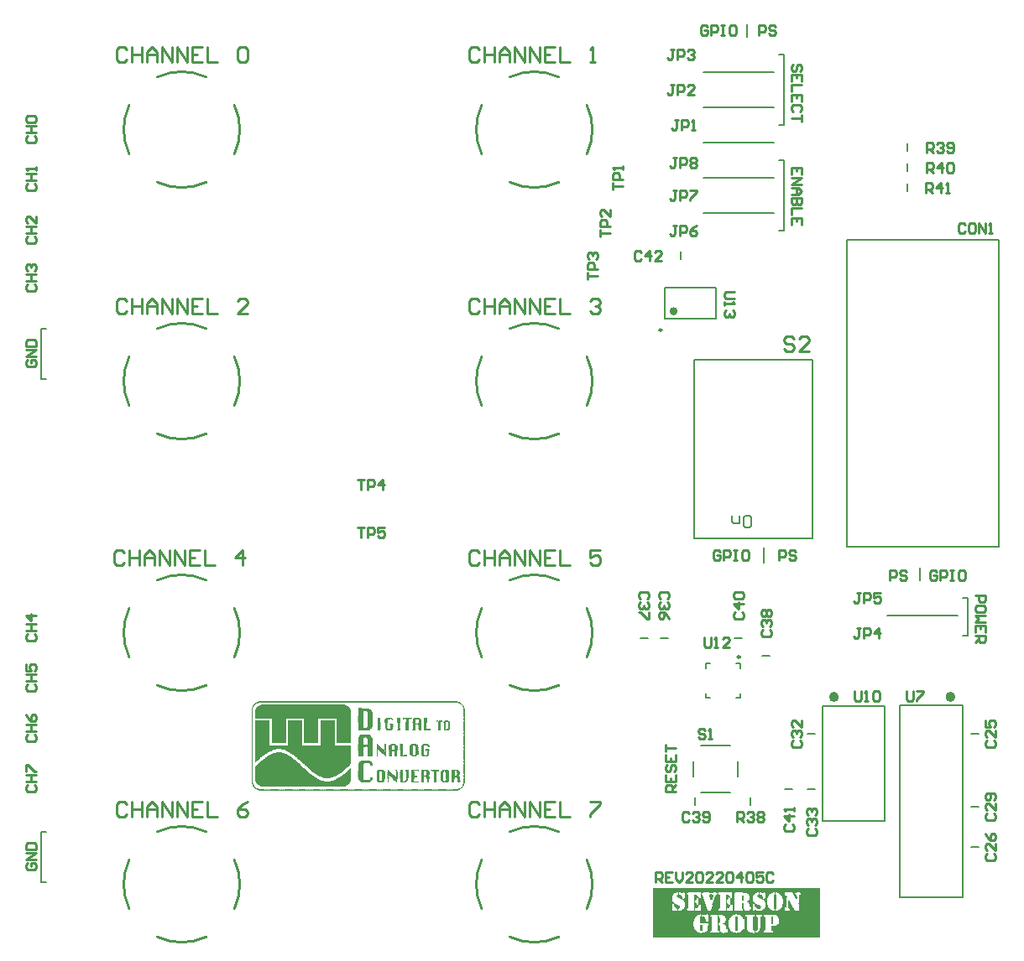
<source format=gto>
G04*
G04 #@! TF.GenerationSoftware,Altium Limited,Altium Designer,22.1.2 (22)*
G04*
G04 Layer_Color=65535*
%FSLAX25Y25*%
%MOIN*%
G70*
G04*
G04 #@! TF.SameCoordinates,8EC6406F-258D-449A-8705-EE3481E119B6*
G04*
G04*
G04 #@! TF.FilePolarity,Positive*
G04*
G01*
G75*
%ADD10C,0.00984*%
%ADD11C,0.01575*%
%ADD12C,0.01000*%
%ADD13C,0.02000*%
%ADD14C,0.00800*%
%ADD15C,0.00787*%
G36*
X478410Y221690D02*
X478588D01*
Y221513D01*
X478765D01*
Y221690D01*
X478942D01*
Y221513D01*
X479474D01*
Y221335D01*
X479651D01*
Y221158D01*
X479829D01*
Y220981D01*
X480006D01*
Y220803D01*
X480183D01*
Y220626D01*
X480360D01*
Y220449D01*
X480538D01*
Y220272D01*
X480715D01*
Y220094D01*
X480892D01*
Y219917D01*
X481070D01*
Y219740D01*
Y219563D01*
Y219385D01*
X481247D01*
Y219208D01*
X481070D01*
Y219031D01*
X481247D01*
Y218854D01*
X481424D01*
Y218676D01*
Y218499D01*
Y218322D01*
Y218144D01*
Y217967D01*
X481601D01*
Y217790D01*
X481424D01*
Y217613D01*
Y217436D01*
Y217258D01*
X481601D01*
Y217081D01*
X481424D01*
Y216904D01*
Y216726D01*
Y216549D01*
X481601D01*
Y216372D01*
X481424D01*
Y216195D01*
Y216017D01*
Y215840D01*
X481601D01*
Y215663D01*
X481424D01*
Y215486D01*
Y215308D01*
Y215131D01*
X481601D01*
Y214954D01*
X481424D01*
Y214776D01*
Y214599D01*
Y214422D01*
X481601D01*
Y214245D01*
X481424D01*
Y214068D01*
Y213890D01*
Y213713D01*
X481601D01*
Y213536D01*
X481424D01*
Y213358D01*
Y213181D01*
Y213004D01*
X481601D01*
Y212827D01*
X481424D01*
Y212649D01*
Y212472D01*
Y212295D01*
X481601D01*
Y212118D01*
X481424D01*
Y211940D01*
Y211763D01*
Y211586D01*
X481601D01*
Y211408D01*
X481424D01*
Y211231D01*
Y211054D01*
Y210877D01*
X481601D01*
Y210699D01*
X481424D01*
Y210522D01*
Y210345D01*
Y210168D01*
X481601D01*
Y209990D01*
X481424D01*
Y209813D01*
Y209636D01*
Y209459D01*
X481601D01*
Y209281D01*
X481424D01*
Y209104D01*
Y208927D01*
Y208750D01*
X481601D01*
Y208572D01*
X481424D01*
Y208395D01*
Y208218D01*
Y208040D01*
X481601D01*
Y207863D01*
X481424D01*
Y207686D01*
Y207509D01*
Y207331D01*
X481601D01*
Y207154D01*
X481424D01*
Y206977D01*
Y206800D01*
Y206622D01*
X481601D01*
Y206445D01*
X481424D01*
Y206268D01*
Y206091D01*
Y205913D01*
X481601D01*
Y205736D01*
X481424D01*
Y205559D01*
Y205381D01*
Y205204D01*
X481601D01*
Y205027D01*
X481424D01*
Y204850D01*
Y204673D01*
Y204495D01*
X481601D01*
Y204318D01*
X481424D01*
Y204141D01*
Y203963D01*
Y203786D01*
X481601D01*
Y203609D01*
X481424D01*
Y203432D01*
Y203254D01*
Y203077D01*
X481601D01*
Y202900D01*
X481424D01*
Y202723D01*
Y202545D01*
Y202368D01*
X481601D01*
Y202191D01*
X481424D01*
Y202013D01*
Y201836D01*
Y201659D01*
X481601D01*
Y201482D01*
X481424D01*
Y201304D01*
Y201127D01*
Y200950D01*
X481601D01*
Y200773D01*
X481424D01*
Y200595D01*
Y200418D01*
Y200241D01*
X481601D01*
Y200064D01*
X481424D01*
Y199886D01*
Y199709D01*
Y199532D01*
X481601D01*
Y199355D01*
X481424D01*
Y199177D01*
Y199000D01*
Y198823D01*
X481601D01*
Y198645D01*
X481424D01*
Y198468D01*
Y198291D01*
Y198114D01*
X481601D01*
Y197936D01*
X481424D01*
Y197759D01*
Y197582D01*
Y197405D01*
X481601D01*
Y197227D01*
X481424D01*
Y197050D01*
Y196873D01*
Y196696D01*
X481601D01*
Y196518D01*
X481424D01*
Y196341D01*
Y196164D01*
Y195986D01*
X481601D01*
Y195809D01*
X481424D01*
Y195632D01*
Y195455D01*
Y195277D01*
X481601D01*
Y195100D01*
X481424D01*
Y194923D01*
Y194746D01*
Y194568D01*
X481601D01*
Y194391D01*
X481424D01*
Y194214D01*
Y194037D01*
Y193859D01*
X481601D01*
Y193682D01*
X481424D01*
Y193505D01*
Y193327D01*
Y193150D01*
X481601D01*
Y192973D01*
X481424D01*
Y192796D01*
Y192619D01*
Y192441D01*
X481601D01*
Y192264D01*
X481424D01*
Y192087D01*
Y191909D01*
Y191732D01*
X481601D01*
Y191555D01*
X481424D01*
Y191378D01*
Y191200D01*
Y191023D01*
X481601D01*
Y190846D01*
X481424D01*
Y190669D01*
Y190491D01*
Y190314D01*
X481601D01*
Y190137D01*
X481424D01*
Y189960D01*
Y189782D01*
Y189605D01*
Y189428D01*
Y189251D01*
X481247D01*
Y189073D01*
Y188896D01*
Y188719D01*
X481070D01*
Y188541D01*
X481247D01*
Y188364D01*
X481070D01*
Y188187D01*
X480892D01*
Y188010D01*
X480715D01*
Y187832D01*
X480538D01*
Y187655D01*
X480360D01*
Y187478D01*
Y187301D01*
X480006D01*
Y187123D01*
X479829D01*
Y186946D01*
X479651D01*
Y186769D01*
X479474D01*
Y186591D01*
X478942D01*
Y186414D01*
X478765D01*
Y186237D01*
X478588D01*
Y186414D01*
X478410D01*
Y186237D01*
X399528D01*
Y186414D01*
X399351D01*
Y186591D01*
X398819D01*
Y186769D01*
X398642D01*
Y186946D01*
X398110D01*
Y187123D01*
X397933D01*
Y187301D01*
X397755D01*
Y187478D01*
X397578D01*
Y187655D01*
X397401D01*
Y187832D01*
Y188010D01*
X397223D01*
Y188187D01*
Y188364D01*
X397046D01*
Y188541D01*
Y188719D01*
Y188896D01*
X396869D01*
Y189073D01*
X396692D01*
Y189251D01*
X396869D01*
Y189428D01*
X396692D01*
Y189605D01*
Y189782D01*
Y189960D01*
Y190137D01*
Y190314D01*
Y190491D01*
Y190669D01*
Y190846D01*
Y191023D01*
Y191200D01*
Y191378D01*
Y191555D01*
Y191732D01*
Y191909D01*
Y192087D01*
Y192264D01*
Y192441D01*
Y192619D01*
Y192796D01*
Y192973D01*
Y193150D01*
Y193327D01*
Y193505D01*
Y193682D01*
Y193859D01*
Y194037D01*
Y194214D01*
Y194391D01*
Y194568D01*
Y194746D01*
Y194923D01*
Y195100D01*
Y195277D01*
Y195455D01*
Y195632D01*
Y195809D01*
Y195986D01*
Y196164D01*
Y196341D01*
Y196518D01*
Y196696D01*
Y196873D01*
Y197050D01*
Y197227D01*
Y197405D01*
Y197582D01*
Y197759D01*
Y197936D01*
Y198114D01*
Y198291D01*
Y198468D01*
Y198645D01*
Y198823D01*
Y199000D01*
Y199177D01*
Y199355D01*
Y199532D01*
Y199709D01*
Y199886D01*
Y200064D01*
Y200241D01*
Y200418D01*
Y200595D01*
Y200773D01*
Y200950D01*
Y201127D01*
Y201304D01*
Y201482D01*
Y201659D01*
Y201836D01*
Y202013D01*
Y202191D01*
Y202368D01*
Y202545D01*
Y202723D01*
Y202900D01*
Y203077D01*
Y203254D01*
Y203432D01*
Y203609D01*
Y203786D01*
Y203963D01*
Y204141D01*
Y204318D01*
Y204495D01*
Y204673D01*
Y204850D01*
Y205027D01*
Y205204D01*
Y205381D01*
Y205559D01*
Y205736D01*
Y205913D01*
Y206091D01*
Y206268D01*
Y206445D01*
Y206622D01*
Y206800D01*
Y206977D01*
Y207154D01*
Y207331D01*
Y207509D01*
Y207686D01*
Y207863D01*
Y208040D01*
Y208218D01*
Y208395D01*
Y208572D01*
Y208750D01*
Y208927D01*
Y209104D01*
Y209281D01*
Y209459D01*
Y209636D01*
Y209813D01*
Y209990D01*
Y210168D01*
Y210345D01*
Y210522D01*
Y210699D01*
Y210877D01*
Y211054D01*
Y211231D01*
Y211408D01*
Y211586D01*
Y211763D01*
Y211940D01*
Y212118D01*
Y212295D01*
Y212472D01*
Y212649D01*
Y212827D01*
Y213004D01*
Y213181D01*
Y213358D01*
Y213536D01*
Y213713D01*
Y213890D01*
Y214068D01*
Y214245D01*
Y214422D01*
Y214599D01*
Y214776D01*
Y214954D01*
Y215131D01*
Y215308D01*
Y215486D01*
Y215663D01*
Y215840D01*
Y216017D01*
Y216195D01*
Y216372D01*
Y216549D01*
Y216726D01*
Y216904D01*
Y217081D01*
Y217258D01*
Y217436D01*
Y217613D01*
Y217790D01*
Y217967D01*
Y218144D01*
Y218322D01*
X396869D01*
Y218499D01*
X396692D01*
Y218676D01*
X396869D01*
Y218854D01*
X396692D01*
Y219031D01*
X396869D01*
Y219208D01*
X397046D01*
Y219385D01*
Y219563D01*
Y219740D01*
X397223D01*
Y219917D01*
Y220094D01*
X397401D01*
Y220272D01*
Y220449D01*
X397755D01*
Y220626D01*
Y220803D01*
X397933D01*
Y220981D01*
X398110D01*
Y221158D01*
X398642D01*
Y221335D01*
X398819D01*
Y221513D01*
X399351D01*
Y221690D01*
X399528D01*
Y221867D01*
X399705D01*
Y221690D01*
X399883D01*
Y221867D01*
X478056D01*
Y221690D01*
X478233D01*
Y221867D01*
X478410D01*
Y221690D01*
D02*
G37*
G36*
X622500Y138462D02*
Y128000D01*
X556000D01*
Y138462D01*
D01*
Y147500D01*
X622500D01*
Y138462D01*
D02*
G37*
%LPC*%
G36*
X478410Y221335D02*
X399528D01*
Y221158D01*
X399351D01*
Y220981D01*
X398819D01*
Y220803D01*
X398642D01*
Y220626D01*
X398464D01*
Y220449D01*
X398287D01*
Y220272D01*
X398110D01*
Y220094D01*
X397933D01*
Y219917D01*
X397755D01*
Y219740D01*
X397578D01*
Y219563D01*
Y219385D01*
Y219208D01*
X397401D01*
Y219031D01*
X397223D01*
Y218854D01*
Y218676D01*
Y218499D01*
Y218322D01*
Y218144D01*
X397046D01*
Y217967D01*
X397223D01*
Y217790D01*
X397046D01*
Y217613D01*
X397223D01*
Y217436D01*
X397046D01*
Y217258D01*
X397223D01*
Y217081D01*
X397046D01*
Y216904D01*
X397223D01*
Y216726D01*
X397046D01*
Y216549D01*
X397223D01*
Y216372D01*
X397046D01*
Y216195D01*
X397223D01*
Y216017D01*
X397046D01*
Y215840D01*
X397223D01*
Y215663D01*
X397046D01*
Y215486D01*
X397223D01*
Y215308D01*
X397046D01*
Y215131D01*
X397223D01*
Y214954D01*
X397046D01*
Y214776D01*
X397223D01*
Y214599D01*
X397046D01*
Y214422D01*
X397223D01*
Y214245D01*
X397046D01*
Y214068D01*
X397223D01*
Y213890D01*
X397046D01*
Y213713D01*
X397223D01*
Y213536D01*
X397046D01*
Y213358D01*
X397223D01*
Y213181D01*
X397046D01*
Y213004D01*
X397223D01*
Y212827D01*
X397046D01*
Y212649D01*
X397223D01*
Y212472D01*
X397046D01*
Y212295D01*
X397223D01*
Y212118D01*
X397046D01*
Y211940D01*
X397223D01*
Y211763D01*
X397046D01*
Y211586D01*
X397223D01*
Y211408D01*
X397046D01*
Y211231D01*
X397223D01*
Y211054D01*
X397046D01*
Y210877D01*
X397223D01*
Y210699D01*
X397046D01*
Y210522D01*
X397223D01*
Y210345D01*
X397046D01*
Y210168D01*
X397223D01*
Y209990D01*
X397046D01*
Y209813D01*
X397223D01*
Y209636D01*
X397046D01*
Y209459D01*
X397223D01*
Y209281D01*
X397046D01*
Y209104D01*
X397223D01*
Y208927D01*
X397046D01*
Y208750D01*
X397223D01*
Y208572D01*
X397046D01*
Y208395D01*
X397223D01*
Y208218D01*
X397046D01*
Y208040D01*
X397223D01*
Y207863D01*
X397046D01*
Y207686D01*
X397223D01*
Y207509D01*
X397046D01*
Y207331D01*
X397223D01*
Y207154D01*
X397046D01*
Y206977D01*
X397223D01*
Y206800D01*
X397046D01*
Y206622D01*
X397223D01*
Y206445D01*
X397046D01*
Y206268D01*
X397223D01*
Y206091D01*
X397046D01*
Y205913D01*
X397223D01*
Y205736D01*
X397046D01*
Y205559D01*
X397223D01*
Y205381D01*
X397046D01*
Y205204D01*
X397223D01*
Y205027D01*
X397046D01*
Y204850D01*
X397223D01*
Y204673D01*
X397046D01*
Y204495D01*
X397223D01*
Y204318D01*
X397046D01*
Y204141D01*
X397223D01*
Y203963D01*
X397046D01*
Y203786D01*
X397223D01*
Y203609D01*
X397046D01*
Y203432D01*
X397223D01*
Y203254D01*
X397046D01*
Y203077D01*
X397223D01*
Y202900D01*
X397046D01*
Y202723D01*
X397223D01*
Y202545D01*
X397046D01*
Y202368D01*
X397223D01*
Y202191D01*
X397046D01*
Y202013D01*
X397223D01*
Y201836D01*
X397046D01*
Y201659D01*
X397223D01*
Y201482D01*
X397046D01*
Y201304D01*
X397223D01*
Y201127D01*
X397046D01*
Y200950D01*
X397223D01*
Y200773D01*
X397046D01*
Y200595D01*
X397223D01*
Y200418D01*
X397046D01*
Y200241D01*
X397223D01*
Y200064D01*
X397046D01*
Y199886D01*
X397223D01*
Y199709D01*
X397046D01*
Y199532D01*
X397223D01*
Y199355D01*
X397046D01*
Y199177D01*
X397223D01*
Y199000D01*
X397046D01*
Y198823D01*
X397223D01*
Y198645D01*
X397046D01*
Y198468D01*
X397223D01*
Y198291D01*
X397046D01*
Y198114D01*
X397223D01*
Y197936D01*
X397046D01*
Y197759D01*
X397223D01*
Y197582D01*
X397046D01*
Y197405D01*
X397223D01*
Y197227D01*
X397046D01*
Y197050D01*
X397223D01*
Y196873D01*
X397046D01*
Y196696D01*
X397223D01*
Y196518D01*
X397046D01*
Y196341D01*
X397223D01*
Y196164D01*
X397046D01*
Y195986D01*
X397223D01*
Y195809D01*
X397046D01*
Y195632D01*
X397223D01*
Y195455D01*
X397046D01*
Y195277D01*
X397223D01*
Y195100D01*
X397046D01*
Y194923D01*
X397223D01*
Y194746D01*
X397046D01*
Y194568D01*
X397223D01*
Y194391D01*
X397046D01*
Y194214D01*
X397223D01*
Y194037D01*
X397046D01*
Y193859D01*
X397223D01*
Y193682D01*
X397046D01*
Y193505D01*
X397223D01*
Y193327D01*
X397046D01*
Y193150D01*
X397223D01*
Y192973D01*
X397046D01*
Y192796D01*
X397223D01*
Y192619D01*
X397046D01*
Y192441D01*
X397223D01*
Y192264D01*
X397046D01*
Y192087D01*
X397223D01*
Y191909D01*
X397046D01*
Y191732D01*
X397223D01*
Y191555D01*
X397046D01*
Y191378D01*
X397223D01*
Y191200D01*
X397046D01*
Y191023D01*
X397223D01*
Y190846D01*
X397046D01*
Y190669D01*
X397223D01*
Y190491D01*
X397046D01*
Y190314D01*
X397223D01*
Y190137D01*
X397046D01*
Y189960D01*
X397223D01*
Y189782D01*
X397046D01*
Y189605D01*
X397223D01*
Y189428D01*
Y189251D01*
Y189073D01*
X397401D01*
Y188896D01*
X397578D01*
Y188719D01*
X397401D01*
Y188541D01*
X397578D01*
Y188364D01*
X397755D01*
Y188187D01*
X397933D01*
Y188010D01*
Y187832D01*
X398287D01*
Y187655D01*
X398464D01*
Y187478D01*
X398642D01*
Y187301D01*
X398819D01*
Y187123D01*
X399351D01*
Y186946D01*
X399528D01*
Y186769D01*
X400414D01*
Y186591D01*
X400592D01*
Y186769D01*
X401123D01*
Y186591D01*
X401301D01*
Y186769D01*
X401832D01*
Y186591D01*
X402010D01*
Y186769D01*
X402541D01*
Y186591D01*
X402719D01*
Y186769D01*
X403251D01*
Y186591D01*
X403428D01*
Y186769D01*
X403960D01*
Y186591D01*
X404137D01*
Y186769D01*
X404669D01*
Y186591D01*
X404846D01*
Y186769D01*
X405378D01*
Y186591D01*
X405555D01*
Y186769D01*
X406087D01*
Y186591D01*
X406264D01*
Y186769D01*
X406796D01*
Y186591D01*
X406973D01*
Y186769D01*
X407505D01*
Y186591D01*
X407682D01*
Y186769D01*
X408214D01*
Y186591D01*
X408391D01*
Y186769D01*
X408923D01*
Y186591D01*
X409100D01*
Y186769D01*
X409632D01*
Y186591D01*
X409809D01*
Y186769D01*
X410341D01*
Y186591D01*
X410518D01*
Y186769D01*
X411050D01*
Y186591D01*
X411227D01*
Y186769D01*
X411759D01*
Y186591D01*
X411936D01*
Y186769D01*
X412468D01*
Y186591D01*
X412645D01*
Y186769D01*
X413177D01*
Y186591D01*
X413354D01*
Y186769D01*
X413886D01*
Y186591D01*
X414064D01*
Y186769D01*
X414595D01*
Y186591D01*
X414773D01*
Y186769D01*
X415304D01*
Y186591D01*
X415482D01*
Y186769D01*
X416013D01*
Y186591D01*
X416191D01*
Y186769D01*
X416722D01*
Y186591D01*
X416900D01*
Y186769D01*
X417432D01*
Y186591D01*
X417609D01*
Y186769D01*
X418141D01*
Y186591D01*
X418318D01*
Y186769D01*
X418850D01*
Y186591D01*
X419027D01*
Y186769D01*
X419559D01*
Y186591D01*
X419736D01*
Y186769D01*
X420268D01*
Y186591D01*
X420445D01*
Y186769D01*
X420977D01*
Y186591D01*
X421154D01*
Y186769D01*
X421686D01*
Y186591D01*
X421863D01*
Y186769D01*
X422395D01*
Y186591D01*
X422572D01*
Y186769D01*
X423104D01*
Y186591D01*
X423281D01*
Y186769D01*
X423813D01*
Y186591D01*
X423990D01*
Y186769D01*
X424522D01*
Y186591D01*
X424699D01*
Y186769D01*
X425231D01*
Y186591D01*
X425409D01*
Y186769D01*
X425940D01*
Y186591D01*
X426118D01*
Y186769D01*
X426649D01*
Y186591D01*
X426827D01*
Y186769D01*
X427358D01*
Y186591D01*
X427536D01*
Y186769D01*
X428067D01*
Y186591D01*
X428245D01*
Y186769D01*
X428777D01*
Y186591D01*
X428954D01*
Y186769D01*
X429486D01*
Y186591D01*
X429663D01*
Y186769D01*
X430195D01*
Y186591D01*
X430372D01*
Y186769D01*
X430904D01*
Y186591D01*
X431081D01*
Y186769D01*
X431613D01*
Y186591D01*
X431790D01*
Y186769D01*
X432322D01*
Y186591D01*
X432499D01*
Y186769D01*
X433031D01*
Y186591D01*
X433208D01*
Y186769D01*
X433740D01*
Y186591D01*
X433917D01*
Y186769D01*
X434449D01*
Y186591D01*
X434626D01*
Y186769D01*
X435158D01*
Y186591D01*
X435335D01*
Y186769D01*
X435867D01*
Y186591D01*
X436044D01*
Y186769D01*
X436576D01*
Y186591D01*
X436753D01*
Y186769D01*
X437285D01*
Y186591D01*
X437463D01*
Y186769D01*
X437994D01*
Y186591D01*
X438171D01*
Y186769D01*
X438703D01*
Y186591D01*
X438881D01*
Y186769D01*
X439412D01*
Y186591D01*
X439590D01*
Y186769D01*
X440121D01*
Y186591D01*
X440299D01*
Y186769D01*
X440831D01*
Y186591D01*
X441008D01*
Y186769D01*
X441539D01*
Y186591D01*
X441717D01*
Y186769D01*
X442249D01*
Y186591D01*
X442426D01*
Y186769D01*
X442958D01*
Y186591D01*
X443135D01*
Y186769D01*
X443667D01*
Y186591D01*
X443844D01*
Y186769D01*
X444376D01*
Y186591D01*
X444553D01*
Y186769D01*
X445085D01*
Y186591D01*
X445262D01*
Y186769D01*
X445794D01*
Y186591D01*
X445971D01*
Y186769D01*
X446503D01*
Y186591D01*
X446680D01*
Y186769D01*
X447212D01*
Y186591D01*
X447389D01*
Y186769D01*
X447921D01*
Y186591D01*
X448098D01*
Y186769D01*
X448630D01*
Y186591D01*
X448807D01*
Y186769D01*
X449339D01*
Y186591D01*
X449516D01*
Y186769D01*
X450048D01*
Y186591D01*
X450225D01*
Y186769D01*
X450757D01*
Y186591D01*
X450935D01*
Y186769D01*
X451466D01*
Y186591D01*
X451644D01*
Y186769D01*
X452175D01*
Y186591D01*
X452353D01*
Y186769D01*
X452884D01*
Y186591D01*
X453062D01*
Y186769D01*
X453593D01*
Y186591D01*
X453771D01*
Y186769D01*
X454303D01*
Y186591D01*
X454480D01*
Y186769D01*
X455012D01*
Y186591D01*
X455189D01*
Y186769D01*
X455721D01*
Y186591D01*
X455898D01*
Y186769D01*
X456430D01*
Y186591D01*
X456607D01*
Y186769D01*
X457139D01*
Y186591D01*
X457316D01*
Y186769D01*
X457848D01*
Y186591D01*
X458025D01*
Y186769D01*
X458557D01*
Y186591D01*
X458734D01*
Y186769D01*
X459266D01*
Y186591D01*
X459443D01*
Y186769D01*
X459975D01*
Y186591D01*
X460152D01*
Y186769D01*
X460684D01*
Y186591D01*
X460861D01*
Y186769D01*
X461393D01*
Y186591D01*
X461570D01*
Y186769D01*
X462102D01*
Y186591D01*
X462279D01*
Y186769D01*
X462811D01*
Y186591D01*
X462989D01*
Y186769D01*
X463520D01*
Y186591D01*
X463698D01*
Y186769D01*
X464229D01*
Y186591D01*
X464407D01*
Y186769D01*
X464938D01*
Y186591D01*
X465116D01*
Y186769D01*
X465648D01*
Y186591D01*
X465825D01*
Y186769D01*
X466357D01*
Y186591D01*
X466534D01*
Y186769D01*
X467066D01*
Y186591D01*
X467243D01*
Y186769D01*
X467775D01*
Y186591D01*
X467952D01*
Y186769D01*
X468484D01*
Y186591D01*
X468661D01*
Y186769D01*
X469193D01*
Y186591D01*
X469370D01*
Y186769D01*
X469902D01*
Y186591D01*
X470079D01*
Y186769D01*
X470611D01*
Y186591D01*
X470788D01*
Y186769D01*
X471320D01*
Y186591D01*
X471497D01*
Y186769D01*
X472029D01*
Y186591D01*
X472206D01*
Y186769D01*
X472738D01*
Y186591D01*
X472915D01*
Y186769D01*
X473447D01*
Y186591D01*
X473624D01*
Y186769D01*
X474156D01*
Y186591D01*
X474333D01*
Y186769D01*
X474865D01*
Y186591D01*
X475042D01*
Y186769D01*
X475574D01*
Y186591D01*
X475751D01*
Y186769D01*
X476283D01*
Y186591D01*
X476461D01*
Y186769D01*
X476992D01*
Y186591D01*
X477170D01*
Y186769D01*
X477701D01*
Y186591D01*
X477879D01*
Y186769D01*
X478410D01*
Y186946D01*
X478588D01*
Y186769D01*
X478765D01*
Y186946D01*
X478942D01*
Y187123D01*
X479474D01*
Y187301D01*
X479651D01*
Y187478D01*
X479829D01*
Y187655D01*
X480006D01*
Y187832D01*
X480183D01*
Y188010D01*
X480360D01*
Y188187D01*
X480538D01*
Y188364D01*
X480360D01*
Y188541D01*
X480538D01*
Y188719D01*
X480715D01*
Y188896D01*
X480892D01*
Y189073D01*
X480715D01*
Y189251D01*
X480892D01*
Y189428D01*
Y189605D01*
Y189782D01*
Y189960D01*
Y190137D01*
Y190314D01*
Y190491D01*
Y190669D01*
Y190846D01*
Y191023D01*
Y191200D01*
X481070D01*
Y191378D01*
X480892D01*
Y191555D01*
Y191732D01*
Y191909D01*
Y192087D01*
Y192264D01*
Y192441D01*
Y192619D01*
X481070D01*
Y192796D01*
X480892D01*
Y192973D01*
Y193150D01*
Y193327D01*
Y193505D01*
Y193682D01*
Y193859D01*
Y194037D01*
X481070D01*
Y194214D01*
X480892D01*
Y194391D01*
Y194568D01*
Y194746D01*
Y194923D01*
Y195100D01*
Y195277D01*
Y195455D01*
X481070D01*
Y195632D01*
X480892D01*
Y195809D01*
Y195986D01*
Y196164D01*
Y196341D01*
Y196518D01*
Y196696D01*
Y196873D01*
X481070D01*
Y197050D01*
X480892D01*
Y197227D01*
Y197405D01*
Y197582D01*
Y197759D01*
Y197936D01*
Y198114D01*
Y198291D01*
X481070D01*
Y198468D01*
X480892D01*
Y198645D01*
Y198823D01*
Y199000D01*
Y199177D01*
Y199355D01*
Y199532D01*
Y199709D01*
X481070D01*
Y199886D01*
X480892D01*
Y200064D01*
Y200241D01*
Y200418D01*
Y200595D01*
Y200773D01*
Y200950D01*
Y201127D01*
X481070D01*
Y201304D01*
X480892D01*
Y201482D01*
Y201659D01*
Y201836D01*
Y202013D01*
Y202191D01*
Y202368D01*
Y202545D01*
X481070D01*
Y202723D01*
X480892D01*
Y202900D01*
Y203077D01*
Y203254D01*
Y203432D01*
Y203609D01*
Y203786D01*
Y203963D01*
X481070D01*
Y204141D01*
X480892D01*
Y204318D01*
Y204495D01*
Y204673D01*
Y204850D01*
Y205027D01*
Y205204D01*
Y205381D01*
X481070D01*
Y205559D01*
X480892D01*
Y205736D01*
Y205913D01*
Y206091D01*
Y206268D01*
Y206445D01*
Y206622D01*
Y206800D01*
X481070D01*
Y206977D01*
X480892D01*
Y207154D01*
Y207331D01*
Y207509D01*
Y207686D01*
Y207863D01*
Y208040D01*
Y208218D01*
X481070D01*
Y208395D01*
X480892D01*
Y208572D01*
Y208750D01*
Y208927D01*
Y209104D01*
Y209281D01*
Y209459D01*
Y209636D01*
X481070D01*
Y209813D01*
X480892D01*
Y209990D01*
Y210168D01*
Y210345D01*
Y210522D01*
Y210699D01*
Y210877D01*
Y211054D01*
X481070D01*
Y211231D01*
X480892D01*
Y211408D01*
Y211586D01*
Y211763D01*
Y211940D01*
Y212118D01*
Y212295D01*
Y212472D01*
X481070D01*
Y212649D01*
X480892D01*
Y212827D01*
Y213004D01*
Y213181D01*
Y213358D01*
Y213536D01*
Y213713D01*
Y213890D01*
X481070D01*
Y214068D01*
X480892D01*
Y214245D01*
Y214422D01*
Y214599D01*
Y214776D01*
Y214954D01*
Y215131D01*
Y215308D01*
X481070D01*
Y215486D01*
X480892D01*
Y215663D01*
Y215840D01*
Y216017D01*
Y216195D01*
Y216372D01*
Y216549D01*
Y216726D01*
X481070D01*
Y216904D01*
X480892D01*
Y217081D01*
Y217258D01*
Y217436D01*
Y217613D01*
Y217790D01*
Y217967D01*
Y218144D01*
Y218322D01*
Y218499D01*
Y218676D01*
Y218854D01*
X480715D01*
Y219031D01*
X480892D01*
Y219208D01*
X480715D01*
Y219385D01*
X480538D01*
Y219563D01*
X480360D01*
Y219740D01*
X480538D01*
Y219917D01*
X480360D01*
Y220094D01*
X480183D01*
Y220272D01*
X480006D01*
Y220449D01*
X479829D01*
Y220626D01*
X479474D01*
Y220803D01*
Y220981D01*
X479297D01*
Y220803D01*
X479119D01*
Y220981D01*
X478942D01*
Y221158D01*
X478410D01*
Y221335D01*
D02*
G37*
%LPD*%
G36*
X442958Y218854D02*
X443489D01*
Y218676D01*
X444021D01*
Y218499D01*
X444199D01*
Y218322D01*
X444376D01*
Y218144D01*
X444553D01*
Y217967D01*
X444730D01*
Y217790D01*
X444553D01*
Y217613D01*
X444730D01*
Y217436D01*
Y217258D01*
Y217081D01*
X444908D01*
Y216904D01*
X444730D01*
Y216726D01*
X444908D01*
Y216549D01*
X444730D01*
Y216372D01*
X444908D01*
Y216195D01*
X444730D01*
Y216017D01*
X444908D01*
Y215840D01*
X444730D01*
Y215663D01*
X444908D01*
Y215486D01*
X444730D01*
Y215308D01*
X444908D01*
Y215131D01*
X444730D01*
Y214954D01*
X444908D01*
Y214776D01*
X444730D01*
Y214599D01*
X444908D01*
Y214422D01*
X444730D01*
Y214245D01*
X444908D01*
Y214068D01*
X444730D01*
Y213890D01*
X444908D01*
Y213713D01*
X444730D01*
Y213536D01*
X444908D01*
Y213358D01*
X444730D01*
Y213181D01*
X444908D01*
Y213004D01*
X444730D01*
Y212827D01*
X444908D01*
Y212649D01*
X444730D01*
Y212472D01*
X444908D01*
Y212295D01*
X444730D01*
Y212118D01*
X444908D01*
Y211940D01*
X444730D01*
Y211763D01*
Y211586D01*
Y211408D01*
X444553D01*
Y211231D01*
Y211054D01*
X444376D01*
Y210877D01*
Y210699D01*
X443844D01*
Y210522D01*
Y210345D01*
X443135D01*
Y210168D01*
X442958D01*
Y210345D01*
X442780D01*
Y210168D01*
X442603D01*
Y210345D01*
X442426D01*
Y210168D01*
X442249D01*
Y210345D01*
X442071D01*
Y210168D01*
X441894D01*
Y210345D01*
X441717D01*
Y210168D01*
X441539D01*
Y210345D01*
X441362D01*
Y210168D01*
X441185D01*
Y210345D01*
X441008D01*
Y210168D01*
X440831D01*
Y210345D01*
X440653D01*
Y210168D01*
X440476D01*
Y210345D01*
X440299D01*
Y210168D01*
X440121D01*
Y210345D01*
X439944D01*
Y210168D01*
X439767D01*
Y210345D01*
X439590D01*
Y210168D01*
X439412D01*
Y210345D01*
X439235D01*
Y210168D01*
X439058D01*
Y210345D01*
Y210522D01*
Y210699D01*
X438881D01*
Y210877D01*
X439058D01*
Y211054D01*
Y211231D01*
Y211408D01*
X438881D01*
Y211586D01*
X439058D01*
Y211763D01*
Y211940D01*
Y212118D01*
X438881D01*
Y212295D01*
X439058D01*
Y212472D01*
Y212649D01*
Y212827D01*
X438881D01*
Y213004D01*
X439058D01*
Y213181D01*
Y213358D01*
Y213536D01*
X438881D01*
Y213713D01*
X439058D01*
Y213890D01*
Y214068D01*
Y214245D01*
X438881D01*
Y214422D01*
X439058D01*
Y214599D01*
Y214776D01*
Y214954D01*
X438881D01*
Y215131D01*
X439058D01*
Y215308D01*
Y215486D01*
Y215663D01*
X438881D01*
Y215840D01*
X439058D01*
Y216017D01*
Y216195D01*
Y216372D01*
X438881D01*
Y216549D01*
X439058D01*
Y216726D01*
Y216904D01*
Y217081D01*
X438881D01*
Y217258D01*
X439058D01*
Y217436D01*
Y217613D01*
Y217790D01*
X438881D01*
Y217967D01*
X439058D01*
Y218144D01*
Y218322D01*
Y218499D01*
X438881D01*
Y218676D01*
X439058D01*
Y218854D01*
X439235D01*
Y219031D01*
X439412D01*
Y218854D01*
X439590D01*
Y219031D01*
X439767D01*
Y218854D01*
X439944D01*
Y219031D01*
X440121D01*
Y218854D01*
X440299D01*
Y219031D01*
X440476D01*
Y218854D01*
X440653D01*
Y219031D01*
X440831D01*
Y218854D01*
X441008D01*
Y219031D01*
X441185D01*
Y218854D01*
X441362D01*
Y219031D01*
X441539D01*
Y218854D01*
X441717D01*
Y219031D01*
X441894D01*
Y218854D01*
X442071D01*
Y219031D01*
X442249D01*
Y218854D01*
X442426D01*
Y219031D01*
X442603D01*
Y218854D01*
X442780D01*
Y219031D01*
X442958D01*
Y218854D01*
D02*
G37*
G36*
X466179Y215131D02*
X466357D01*
Y214954D01*
X466179D01*
Y214776D01*
X466357D01*
Y214599D01*
X466179D01*
Y214422D01*
X466357D01*
Y214245D01*
X466179D01*
Y214068D01*
X466357D01*
Y213890D01*
X466179D01*
Y213713D01*
X466357D01*
Y213536D01*
X466179D01*
Y213358D01*
X466357D01*
Y213181D01*
X466179D01*
Y213004D01*
X466357D01*
Y212827D01*
X466179D01*
Y212649D01*
X466357D01*
Y212472D01*
X466179D01*
Y212295D01*
X466357D01*
Y212118D01*
X466179D01*
Y211940D01*
X466357D01*
Y211763D01*
X466179D01*
Y211586D01*
X466357D01*
Y211408D01*
X466179D01*
Y211231D01*
X466357D01*
Y211054D01*
X466179D01*
Y210877D01*
X466357D01*
Y210699D01*
X466534D01*
Y210877D01*
X466711D01*
Y210699D01*
X466888D01*
Y210877D01*
X467066D01*
Y210699D01*
X467243D01*
Y210877D01*
X467420D01*
Y210699D01*
X467597D01*
Y210877D01*
X467775D01*
Y210699D01*
X467952D01*
Y210522D01*
Y210345D01*
Y210168D01*
X467775D01*
Y210345D01*
X467597D01*
Y210168D01*
X467420D01*
Y210345D01*
X467243D01*
Y210168D01*
X467066D01*
Y210345D01*
X466888D01*
Y210168D01*
X466711D01*
Y210345D01*
X466534D01*
Y210168D01*
X466357D01*
Y210345D01*
X466179D01*
Y210168D01*
X466002D01*
Y210345D01*
X465825D01*
Y210168D01*
X465648D01*
Y210345D01*
X465470D01*
Y210168D01*
X465293D01*
Y210345D01*
X465116D01*
Y210522D01*
X465293D01*
Y210699D01*
X465116D01*
Y210877D01*
X465293D01*
Y211054D01*
X465116D01*
Y211231D01*
Y211408D01*
Y211586D01*
X465293D01*
Y211763D01*
X465116D01*
Y211940D01*
Y212118D01*
Y212295D01*
X465293D01*
Y212472D01*
X465116D01*
Y212649D01*
Y212827D01*
Y213004D01*
X465293D01*
Y213181D01*
X465116D01*
Y213358D01*
X465293D01*
Y213536D01*
X465116D01*
Y213713D01*
X465293D01*
Y213890D01*
X465116D01*
Y214068D01*
Y214245D01*
Y214422D01*
X465293D01*
Y214599D01*
X465116D01*
Y214776D01*
Y214954D01*
Y215131D01*
X465293D01*
Y215308D01*
X465470D01*
Y215131D01*
X465648D01*
Y215308D01*
X465825D01*
Y215131D01*
X466002D01*
Y215308D01*
X466179D01*
Y215131D01*
D02*
G37*
G36*
X462989D02*
X463520D01*
Y214954D01*
X463698D01*
Y214776D01*
X463875D01*
Y214599D01*
X464052D01*
Y214422D01*
Y214245D01*
Y214068D01*
X464229D01*
Y213890D01*
X464052D01*
Y213713D01*
Y213536D01*
Y213358D01*
Y213181D01*
Y213004D01*
Y212827D01*
Y212649D01*
Y212472D01*
Y212295D01*
Y212118D01*
Y211940D01*
Y211763D01*
Y211586D01*
Y211408D01*
Y211231D01*
X464229D01*
Y211054D01*
X464052D01*
Y210877D01*
Y210699D01*
Y210522D01*
Y210345D01*
Y210168D01*
X463875D01*
Y210345D01*
X463698D01*
Y210168D01*
X463520D01*
Y210345D01*
X463343D01*
Y210168D01*
X463166D01*
Y210345D01*
X462989D01*
Y210522D01*
Y210699D01*
Y210877D01*
X462811D01*
Y211054D01*
X462989D01*
Y211231D01*
Y211408D01*
Y211586D01*
X462811D01*
Y211763D01*
X462989D01*
Y211940D01*
Y212118D01*
Y212295D01*
X462811D01*
Y212472D01*
X461925D01*
Y212295D01*
X461748D01*
Y212118D01*
X461925D01*
Y211940D01*
X461748D01*
Y211763D01*
Y211586D01*
Y211408D01*
X461925D01*
Y211231D01*
X461748D01*
Y211054D01*
X461925D01*
Y210877D01*
X461748D01*
Y210699D01*
X461925D01*
Y210522D01*
X461748D01*
Y210345D01*
X461570D01*
Y210168D01*
X461393D01*
Y210345D01*
X461216D01*
Y210168D01*
X461039D01*
Y210345D01*
X460861D01*
Y210168D01*
X460684D01*
Y210345D01*
X460507D01*
Y210522D01*
X460684D01*
Y210699D01*
Y210877D01*
Y211054D01*
Y211231D01*
Y211408D01*
Y211586D01*
Y211763D01*
X460507D01*
Y211940D01*
X460684D01*
Y212118D01*
Y212295D01*
Y212472D01*
Y212649D01*
Y212827D01*
Y213004D01*
Y213181D01*
X460507D01*
Y213358D01*
X460684D01*
Y213536D01*
Y213713D01*
Y213890D01*
Y214068D01*
Y214245D01*
Y214422D01*
Y214599D01*
X460861D01*
Y214776D01*
X461039D01*
Y214954D01*
X461216D01*
Y215131D01*
X461393D01*
Y215308D01*
X461570D01*
Y215131D01*
X461748D01*
Y215308D01*
X461925D01*
Y215131D01*
X462102D01*
Y215308D01*
X462279D01*
Y215131D01*
X462457D01*
Y215308D01*
X462634D01*
Y215131D01*
X462811D01*
Y215308D01*
X462989D01*
Y215131D01*
D02*
G37*
G36*
X460152D02*
X460330D01*
Y214954D01*
X460152D01*
Y214776D01*
Y214599D01*
X459798D01*
Y214776D01*
X459621D01*
Y214599D01*
X459089D01*
Y214422D01*
Y214245D01*
Y214068D01*
Y213890D01*
Y213713D01*
Y213536D01*
Y213358D01*
Y213181D01*
Y213004D01*
Y212827D01*
Y212649D01*
Y212472D01*
Y212295D01*
Y212118D01*
Y211940D01*
Y211763D01*
Y211586D01*
Y211408D01*
Y211231D01*
Y211054D01*
Y210877D01*
Y210699D01*
Y210522D01*
Y210345D01*
Y210168D01*
X458911D01*
Y210345D01*
X458734D01*
Y210168D01*
X458557D01*
Y210345D01*
X458380D01*
Y210168D01*
X458202D01*
Y210345D01*
X458025D01*
Y210168D01*
X457848D01*
Y210345D01*
Y210522D01*
Y210699D01*
X458025D01*
Y210877D01*
X457848D01*
Y211054D01*
X458025D01*
Y211231D01*
X457848D01*
Y211408D01*
X458025D01*
Y211586D01*
X457848D01*
Y211763D01*
Y211940D01*
Y212118D01*
X458025D01*
Y212295D01*
X457848D01*
Y212472D01*
X458025D01*
Y212649D01*
X457848D01*
Y212827D01*
X458025D01*
Y213004D01*
X457848D01*
Y213181D01*
Y213358D01*
Y213536D01*
X458025D01*
Y213713D01*
X457848D01*
Y213890D01*
X458025D01*
Y214068D01*
X457848D01*
Y214245D01*
X458025D01*
Y214422D01*
X457848D01*
Y214599D01*
X457671D01*
Y214776D01*
X457493D01*
Y214599D01*
X456961D01*
Y214776D01*
X456784D01*
Y214954D01*
Y215131D01*
X457139D01*
Y215308D01*
X457316D01*
Y215131D01*
X457493D01*
Y215308D01*
X457671D01*
Y215131D01*
X457848D01*
Y215308D01*
X458025D01*
Y215131D01*
X458202D01*
Y215308D01*
X458380D01*
Y215131D01*
X458557D01*
Y215308D01*
X458734D01*
Y215131D01*
X458911D01*
Y215308D01*
X459089D01*
Y215131D01*
X459266D01*
Y215308D01*
X459443D01*
Y215131D01*
X459621D01*
Y215308D01*
X459798D01*
Y215131D01*
X459975D01*
Y215308D01*
X460152D01*
Y215131D01*
D02*
G37*
G36*
X455543D02*
X455721D01*
Y214954D01*
X455543D01*
Y214776D01*
X455721D01*
Y214599D01*
Y214422D01*
Y214245D01*
X455543D01*
Y214068D01*
X455721D01*
Y213890D01*
Y213713D01*
Y213536D01*
Y213358D01*
Y213181D01*
Y213004D01*
Y212827D01*
X455543D01*
Y212649D01*
X455721D01*
Y212472D01*
Y212295D01*
Y212118D01*
X455543D01*
Y211940D01*
X455721D01*
Y211763D01*
Y211586D01*
Y211408D01*
X455543D01*
Y211231D01*
X455721D01*
Y211054D01*
Y210877D01*
Y210699D01*
Y210522D01*
Y210345D01*
X455543D01*
Y210168D01*
X455366D01*
Y210345D01*
X455189D01*
Y210168D01*
X455012D01*
Y210345D01*
X454834D01*
Y210168D01*
X454657D01*
Y210345D01*
X454480D01*
Y210522D01*
X454657D01*
Y210699D01*
X454480D01*
Y210877D01*
X454657D01*
Y211054D01*
X454480D01*
Y211231D01*
X454657D01*
Y211408D01*
X454480D01*
Y211586D01*
X454657D01*
Y211763D01*
X454480D01*
Y211940D01*
X454657D01*
Y212118D01*
X454480D01*
Y212295D01*
X454657D01*
Y212472D01*
X454480D01*
Y212649D01*
X454657D01*
Y212827D01*
X454480D01*
Y213004D01*
X454657D01*
Y213181D01*
X454480D01*
Y213358D01*
X454657D01*
Y213536D01*
X454480D01*
Y213713D01*
X454657D01*
Y213890D01*
X454480D01*
Y214068D01*
X454657D01*
Y214245D01*
X454480D01*
Y214422D01*
X454657D01*
Y214599D01*
X454480D01*
Y214776D01*
X454657D01*
Y214954D01*
X454480D01*
Y215131D01*
X454657D01*
Y215308D01*
X454834D01*
Y215131D01*
X455012D01*
Y215308D01*
X455189D01*
Y215131D01*
X455366D01*
Y215308D01*
X455543D01*
Y215131D01*
D02*
G37*
G36*
X451998D02*
X452530D01*
Y214954D01*
X452707D01*
Y214776D01*
X452884D01*
Y214599D01*
Y214422D01*
Y214245D01*
X452707D01*
Y214068D01*
X452530D01*
Y214245D01*
X452353D01*
Y214422D01*
X452175D01*
Y214599D01*
X451998D01*
Y214776D01*
X451821D01*
Y214599D01*
X450935D01*
Y214422D01*
X450757D01*
Y214245D01*
X450580D01*
Y214068D01*
X450757D01*
Y213890D01*
Y213713D01*
Y213536D01*
X450580D01*
Y213358D01*
X450757D01*
Y213181D01*
Y213004D01*
Y212827D01*
X450580D01*
Y212649D01*
X450757D01*
Y212472D01*
Y212295D01*
Y212118D01*
X450580D01*
Y211940D01*
X450757D01*
Y211763D01*
Y211586D01*
Y211408D01*
X450580D01*
Y211231D01*
X450757D01*
Y211054D01*
X450935D01*
Y210877D01*
X451112D01*
Y210699D01*
X451289D01*
Y210877D01*
X451821D01*
Y211054D01*
Y211231D01*
Y211408D01*
Y211586D01*
Y211763D01*
Y211940D01*
Y212118D01*
Y212295D01*
Y212472D01*
X451289D01*
Y212649D01*
X451466D01*
Y212827D01*
X451289D01*
Y213004D01*
X452884D01*
Y212827D01*
Y212649D01*
Y212472D01*
X453062D01*
Y212295D01*
X452884D01*
Y212118D01*
Y211940D01*
Y211763D01*
X453062D01*
Y211586D01*
X452884D01*
Y211408D01*
Y211231D01*
Y211054D01*
Y210877D01*
Y210699D01*
X452707D01*
Y210522D01*
X452530D01*
Y210345D01*
X451998D01*
Y210168D01*
X451821D01*
Y210345D01*
X451644D01*
Y210168D01*
X451466D01*
Y210345D01*
X451289D01*
Y210168D01*
X451112D01*
Y210345D01*
X450935D01*
Y210168D01*
X450757D01*
Y210345D01*
X450580D01*
Y210168D01*
X450403D01*
Y210345D01*
X450048D01*
Y210522D01*
Y210699D01*
X449871D01*
Y210877D01*
X449694D01*
Y211054D01*
X449516D01*
Y211231D01*
X449694D01*
Y211408D01*
X449516D01*
Y211586D01*
X449694D01*
Y211763D01*
X449516D01*
Y211940D01*
X449694D01*
Y212118D01*
X449516D01*
Y212295D01*
X449694D01*
Y212472D01*
X449516D01*
Y212649D01*
X449694D01*
Y212827D01*
X449516D01*
Y213004D01*
X449694D01*
Y213181D01*
X449516D01*
Y213358D01*
X449694D01*
Y213536D01*
X449516D01*
Y213713D01*
X449694D01*
Y213890D01*
X449516D01*
Y214068D01*
X449694D01*
Y214245D01*
X449516D01*
Y214422D01*
X449694D01*
Y214599D01*
X449871D01*
Y214776D01*
X450048D01*
Y214954D01*
X450225D01*
Y215131D01*
X450757D01*
Y215308D01*
X450935D01*
Y215131D01*
X451112D01*
Y215308D01*
X451289D01*
Y215131D01*
X451466D01*
Y215308D01*
X451644D01*
Y215131D01*
X451821D01*
Y215308D01*
X451998D01*
Y215131D01*
D02*
G37*
G36*
X447744D02*
X447921D01*
Y214954D01*
Y214776D01*
Y214599D01*
X448098D01*
Y214422D01*
X447921D01*
Y214245D01*
Y214068D01*
Y213890D01*
X448098D01*
Y213713D01*
X447921D01*
Y213536D01*
Y213358D01*
Y213181D01*
X448098D01*
Y213004D01*
X447921D01*
Y212827D01*
Y212649D01*
Y212472D01*
X448098D01*
Y212295D01*
X447921D01*
Y212118D01*
Y211940D01*
Y211763D01*
X448098D01*
Y211586D01*
X447921D01*
Y211408D01*
Y211231D01*
Y211054D01*
X448098D01*
Y210877D01*
X447921D01*
Y210699D01*
Y210522D01*
Y210345D01*
X447744D01*
Y210168D01*
X447567D01*
Y210345D01*
X447389D01*
Y210168D01*
X447212D01*
Y210345D01*
X447035D01*
Y210168D01*
X446858D01*
Y210345D01*
Y210522D01*
Y210699D01*
Y210877D01*
Y211054D01*
Y211231D01*
Y211408D01*
Y211586D01*
Y211763D01*
Y211940D01*
Y212118D01*
Y212295D01*
Y212472D01*
Y212649D01*
Y212827D01*
Y213004D01*
Y213181D01*
Y213358D01*
Y213536D01*
Y213713D01*
Y213890D01*
Y214068D01*
Y214245D01*
Y214422D01*
Y214599D01*
Y214776D01*
Y214954D01*
Y215131D01*
Y215308D01*
X447035D01*
Y215131D01*
X447212D01*
Y215308D01*
X447389D01*
Y215131D01*
X447567D01*
Y215308D01*
X447744D01*
Y215131D01*
D02*
G37*
G36*
X474865Y213890D02*
X475042D01*
Y213713D01*
X475397D01*
Y213536D01*
Y213358D01*
X475574D01*
Y213181D01*
X475397D01*
Y213004D01*
X475574D01*
Y212827D01*
X475397D01*
Y212649D01*
X475574D01*
Y212472D01*
X475397D01*
Y212295D01*
X475574D01*
Y212118D01*
X475397D01*
Y211940D01*
X475574D01*
Y211763D01*
X475397D01*
Y211586D01*
X475574D01*
Y211408D01*
X475397D01*
Y211231D01*
X475574D01*
Y211054D01*
X475397D01*
Y210877D01*
X475574D01*
Y210699D01*
X475397D01*
Y210522D01*
X475220D01*
Y210345D01*
X475042D01*
Y210168D01*
X474865D01*
Y210345D01*
X474688D01*
Y210168D01*
X474511D01*
Y210345D01*
X474333D01*
Y210168D01*
X474156D01*
Y210345D01*
X473979D01*
Y210168D01*
X473802D01*
Y210345D01*
X473624D01*
Y210168D01*
X473447D01*
Y210345D01*
X473270D01*
Y210522D01*
X473093D01*
Y210699D01*
X472915D01*
Y210877D01*
X473093D01*
Y211054D01*
X472915D01*
Y211231D01*
X473093D01*
Y211408D01*
X472915D01*
Y211586D01*
X473093D01*
Y211763D01*
X472915D01*
Y211940D01*
X473093D01*
Y212118D01*
X472915D01*
Y212295D01*
X473093D01*
Y212472D01*
X472915D01*
Y212649D01*
X473093D01*
Y212827D01*
X472915D01*
Y213004D01*
X473093D01*
Y213181D01*
X472915D01*
Y213358D01*
X473093D01*
Y213536D01*
Y213713D01*
X473447D01*
Y213890D01*
X473624D01*
Y214068D01*
X473802D01*
Y213890D01*
X473979D01*
Y214068D01*
X474865D01*
Y213890D01*
D02*
G37*
G36*
X472383D02*
X472561D01*
Y213713D01*
Y213536D01*
X472206D01*
Y213713D01*
X472029D01*
Y213536D01*
X471852D01*
Y213358D01*
X471674D01*
Y213181D01*
X471852D01*
Y213004D01*
X471674D01*
Y212827D01*
X471852D01*
Y212649D01*
X471674D01*
Y212472D01*
X471852D01*
Y212295D01*
X471674D01*
Y212118D01*
X471852D01*
Y211940D01*
X471674D01*
Y211763D01*
X471852D01*
Y211586D01*
X471674D01*
Y211408D01*
X471852D01*
Y211231D01*
X471674D01*
Y211054D01*
X471852D01*
Y210877D01*
X471674D01*
Y210699D01*
X471852D01*
Y210522D01*
X471674D01*
Y210345D01*
X471497D01*
Y210168D01*
X471320D01*
Y210345D01*
X471143D01*
Y210168D01*
X470965D01*
Y210345D01*
X470788D01*
Y210522D01*
X470965D01*
Y210699D01*
X470788D01*
Y210877D01*
X470965D01*
Y211054D01*
X470788D01*
Y211231D01*
X470965D01*
Y211408D01*
X470788D01*
Y211586D01*
X470965D01*
Y211763D01*
X470788D01*
Y211940D01*
X470965D01*
Y212118D01*
X470788D01*
Y212295D01*
X470965D01*
Y212472D01*
X470788D01*
Y212649D01*
X470965D01*
Y212827D01*
X470788D01*
Y213004D01*
X470965D01*
Y213181D01*
X470788D01*
Y213358D01*
X470965D01*
Y213536D01*
X470788D01*
Y213713D01*
X470611D01*
Y213536D01*
X470079D01*
Y213713D01*
Y213890D01*
Y214068D01*
X470965D01*
Y213890D01*
X471143D01*
Y214068D01*
X471674D01*
Y213890D01*
X471852D01*
Y214068D01*
X472383D01*
Y213890D01*
D02*
G37*
G36*
X442780Y208395D02*
X443667D01*
Y208218D01*
X443844D01*
Y208040D01*
X444199D01*
Y207863D01*
Y207686D01*
X444553D01*
Y207509D01*
Y207331D01*
X444730D01*
Y207154D01*
Y206977D01*
Y206800D01*
X444908D01*
Y206622D01*
X444730D01*
Y206445D01*
X444908D01*
Y206268D01*
X444730D01*
Y206091D01*
X444908D01*
Y205913D01*
X444730D01*
Y205736D01*
X444908D01*
Y205559D01*
X444730D01*
Y205381D01*
X444908D01*
Y205204D01*
X444730D01*
Y205027D01*
X444908D01*
Y204850D01*
X444730D01*
Y204673D01*
X444908D01*
Y204495D01*
X444730D01*
Y204318D01*
X444908D01*
Y204141D01*
X444730D01*
Y203963D01*
X444908D01*
Y203786D01*
X444730D01*
Y203609D01*
X444908D01*
Y203432D01*
X444730D01*
Y203254D01*
X444908D01*
Y203077D01*
X444730D01*
Y202900D01*
X444908D01*
Y202723D01*
X444730D01*
Y202545D01*
X444908D01*
Y202368D01*
X444730D01*
Y202191D01*
X444908D01*
Y202013D01*
X444730D01*
Y201836D01*
X444908D01*
Y201659D01*
X444730D01*
Y201482D01*
X444908D01*
Y201304D01*
X444730D01*
Y201127D01*
X444908D01*
Y200950D01*
X444730D01*
Y200773D01*
X444908D01*
Y200595D01*
X444730D01*
Y200418D01*
X444908D01*
Y200241D01*
X444730D01*
Y200064D01*
X444908D01*
Y199886D01*
X444730D01*
Y199709D01*
X444553D01*
Y199886D01*
X444376D01*
Y199709D01*
X444199D01*
Y199886D01*
X444021D01*
Y199709D01*
X443844D01*
Y199886D01*
X443667D01*
Y199709D01*
X443489D01*
Y199886D01*
X443312D01*
Y199709D01*
X443135D01*
Y199886D01*
X442958D01*
Y200064D01*
X442780D01*
Y200241D01*
X442958D01*
Y200418D01*
X442780D01*
Y200595D01*
X442958D01*
Y200773D01*
X442780D01*
Y200950D01*
X442958D01*
Y201127D01*
X442780D01*
Y201304D01*
X442958D01*
Y201482D01*
X442780D01*
Y201659D01*
X442958D01*
Y201836D01*
X442780D01*
Y202013D01*
X442958D01*
Y202191D01*
X442780D01*
Y202368D01*
X442958D01*
Y202545D01*
X442780D01*
Y202723D01*
X442958D01*
Y202900D01*
X442780D01*
Y203077D01*
X442958D01*
Y203254D01*
X442780D01*
Y203432D01*
X442958D01*
Y203609D01*
X442426D01*
Y203786D01*
X442249D01*
Y203609D01*
X441008D01*
Y203432D01*
Y203254D01*
Y203077D01*
Y202900D01*
Y202723D01*
Y202545D01*
Y202368D01*
Y202191D01*
Y202013D01*
Y201836D01*
Y201659D01*
Y201482D01*
Y201304D01*
Y201127D01*
Y200950D01*
Y200773D01*
Y200595D01*
Y200418D01*
Y200241D01*
Y200064D01*
Y199886D01*
X440831D01*
Y199709D01*
X440653D01*
Y199886D01*
X440476D01*
Y199709D01*
X440299D01*
Y199886D01*
X440121D01*
Y199709D01*
X439944D01*
Y199886D01*
X439767D01*
Y199709D01*
X439590D01*
Y199886D01*
X439412D01*
Y199709D01*
X439235D01*
Y199886D01*
X439058D01*
Y200064D01*
X438881D01*
Y200241D01*
X439058D01*
Y200418D01*
Y200595D01*
Y200773D01*
X438881D01*
Y200950D01*
X439058D01*
Y201127D01*
Y201304D01*
Y201482D01*
X438881D01*
Y201659D01*
X439058D01*
Y201836D01*
Y202013D01*
Y202191D01*
X438881D01*
Y202368D01*
X439058D01*
Y202545D01*
Y202723D01*
Y202900D01*
X438881D01*
Y203077D01*
X439058D01*
Y203254D01*
Y203432D01*
Y203609D01*
X438881D01*
Y203786D01*
X439058D01*
Y203963D01*
Y204141D01*
Y204318D01*
X438881D01*
Y204495D01*
X439058D01*
Y204673D01*
Y204850D01*
Y205027D01*
X438881D01*
Y205204D01*
X439058D01*
Y205381D01*
Y205559D01*
Y205736D01*
X438881D01*
Y205913D01*
X439058D01*
Y206091D01*
Y206268D01*
Y206445D01*
X438881D01*
Y206622D01*
X439058D01*
Y206800D01*
Y206977D01*
Y207154D01*
X439235D01*
Y207331D01*
Y207509D01*
Y207686D01*
X439412D01*
Y207863D01*
X439590D01*
Y208040D01*
X439944D01*
Y208218D01*
Y208395D01*
X440121D01*
Y208218D01*
X440299D01*
Y208395D01*
X441185D01*
Y208572D01*
X441362D01*
Y208395D01*
X441894D01*
Y208572D01*
X442071D01*
Y208395D01*
X442603D01*
Y208572D01*
X442780D01*
Y208395D01*
D02*
G37*
G36*
X433740Y220272D02*
X434272D01*
Y220094D01*
X434626D01*
Y219917D01*
X434803D01*
Y219740D01*
X435158D01*
Y219563D01*
X435335D01*
Y219385D01*
X435513D01*
Y219208D01*
X435690D01*
Y219031D01*
Y218854D01*
X435867D01*
Y218676D01*
Y218499D01*
X436044D01*
Y218322D01*
Y218144D01*
X436222D01*
Y217967D01*
Y217790D01*
Y217613D01*
Y217436D01*
Y217258D01*
Y217081D01*
Y216904D01*
Y216726D01*
Y216549D01*
Y216372D01*
Y216195D01*
Y216017D01*
Y215840D01*
Y215663D01*
Y215486D01*
Y215308D01*
Y215131D01*
Y214954D01*
Y214776D01*
Y214599D01*
Y214422D01*
Y214245D01*
Y214068D01*
Y213890D01*
Y213713D01*
Y213536D01*
Y213358D01*
Y213181D01*
Y213004D01*
Y212827D01*
Y212649D01*
Y212472D01*
Y212295D01*
Y212118D01*
Y211940D01*
Y211763D01*
Y211586D01*
Y211408D01*
Y211231D01*
Y211054D01*
Y210877D01*
Y210699D01*
Y210522D01*
Y210345D01*
Y210168D01*
Y209990D01*
Y209813D01*
Y209636D01*
Y209459D01*
Y209281D01*
Y209104D01*
Y208927D01*
Y208750D01*
Y208572D01*
Y208395D01*
Y208218D01*
Y208040D01*
Y207863D01*
Y207686D01*
Y207509D01*
Y207331D01*
Y207154D01*
Y206977D01*
Y206800D01*
Y206622D01*
Y206445D01*
Y206268D01*
Y206091D01*
Y205913D01*
Y205736D01*
Y205559D01*
Y205381D01*
Y205204D01*
Y205027D01*
X430372D01*
Y205204D01*
Y205381D01*
Y205559D01*
Y205736D01*
Y205913D01*
Y206091D01*
Y206268D01*
Y206445D01*
Y206622D01*
Y206800D01*
Y206977D01*
Y207154D01*
Y207331D01*
Y207509D01*
Y207686D01*
Y207863D01*
Y208040D01*
Y208218D01*
Y208395D01*
Y208572D01*
Y208750D01*
Y208927D01*
Y209104D01*
Y209281D01*
Y209459D01*
Y209636D01*
Y209813D01*
Y209990D01*
Y210168D01*
Y210345D01*
Y210522D01*
Y210699D01*
Y210877D01*
Y211054D01*
Y211231D01*
Y211408D01*
Y211586D01*
Y211763D01*
Y211940D01*
Y212118D01*
Y212295D01*
Y212472D01*
Y212649D01*
Y212827D01*
Y213004D01*
Y213181D01*
Y213358D01*
Y213536D01*
Y213713D01*
Y213890D01*
Y214068D01*
Y214245D01*
Y214422D01*
Y214599D01*
Y214776D01*
Y214954D01*
X423281D01*
Y214776D01*
Y214599D01*
Y214422D01*
Y214245D01*
Y214068D01*
Y213890D01*
Y213713D01*
Y213536D01*
Y213358D01*
Y213181D01*
Y213004D01*
Y212827D01*
Y212649D01*
Y212472D01*
Y212295D01*
Y212118D01*
Y211940D01*
Y211763D01*
Y211586D01*
Y211408D01*
Y211231D01*
Y211054D01*
Y210877D01*
Y210699D01*
Y210522D01*
Y210345D01*
Y210168D01*
Y209990D01*
Y209813D01*
Y209636D01*
Y209459D01*
Y209281D01*
Y209104D01*
Y208927D01*
Y208750D01*
Y208572D01*
Y208395D01*
Y208218D01*
Y208040D01*
Y207863D01*
Y207686D01*
Y207509D01*
Y207331D01*
Y207154D01*
Y206977D01*
Y206800D01*
Y206622D01*
Y206445D01*
Y206268D01*
Y206091D01*
Y205913D01*
Y205736D01*
Y205559D01*
Y205381D01*
Y205204D01*
Y205027D01*
X417432D01*
Y205204D01*
Y205381D01*
Y205559D01*
X417609D01*
Y205736D01*
Y205913D01*
Y206091D01*
X417432D01*
Y206268D01*
X417609D01*
Y206445D01*
Y206622D01*
Y206800D01*
X417432D01*
Y206977D01*
X417609D01*
Y207154D01*
Y207331D01*
Y207509D01*
X417432D01*
Y207686D01*
X417609D01*
Y207863D01*
Y208040D01*
Y208218D01*
X417432D01*
Y208395D01*
X417609D01*
Y208572D01*
Y208750D01*
Y208927D01*
X417432D01*
Y209104D01*
X417609D01*
Y209281D01*
Y209459D01*
Y209636D01*
X417432D01*
Y209813D01*
X417609D01*
Y209990D01*
Y210168D01*
Y210345D01*
X417432D01*
Y210522D01*
X417609D01*
Y210699D01*
Y210877D01*
Y211054D01*
X417432D01*
Y211231D01*
X417609D01*
Y211408D01*
Y211586D01*
Y211763D01*
X417432D01*
Y211940D01*
X417609D01*
Y212118D01*
Y212295D01*
Y212472D01*
X417432D01*
Y212649D01*
X417609D01*
Y212827D01*
Y213004D01*
Y213181D01*
X417432D01*
Y213358D01*
X417609D01*
Y213536D01*
Y213713D01*
Y213890D01*
X417432D01*
Y214068D01*
X417609D01*
Y214245D01*
Y214422D01*
Y214599D01*
X417432D01*
Y214776D01*
X417609D01*
Y214954D01*
X410341D01*
Y214776D01*
Y214599D01*
Y214422D01*
Y214245D01*
Y214068D01*
Y213890D01*
Y213713D01*
Y213536D01*
Y213358D01*
Y213181D01*
Y213004D01*
Y212827D01*
Y212649D01*
Y212472D01*
Y212295D01*
Y212118D01*
Y211940D01*
Y211763D01*
Y211586D01*
Y211408D01*
Y211231D01*
Y211054D01*
Y210877D01*
Y210699D01*
Y210522D01*
Y210345D01*
Y210168D01*
Y209990D01*
Y209813D01*
Y209636D01*
Y209459D01*
Y209281D01*
Y209104D01*
Y208927D01*
Y208750D01*
Y208572D01*
Y208395D01*
Y208218D01*
Y208040D01*
Y207863D01*
Y207686D01*
Y207509D01*
Y207331D01*
Y207154D01*
Y206977D01*
Y206800D01*
Y206622D01*
Y206445D01*
Y206268D01*
Y206091D01*
Y205913D01*
Y205736D01*
Y205559D01*
Y205381D01*
Y205204D01*
Y205027D01*
X404669D01*
Y205204D01*
Y205381D01*
Y205559D01*
Y205736D01*
Y205913D01*
Y206091D01*
Y206268D01*
Y206445D01*
Y206622D01*
Y206800D01*
Y206977D01*
Y207154D01*
Y207331D01*
Y207509D01*
Y207686D01*
Y207863D01*
Y208040D01*
Y208218D01*
Y208395D01*
Y208572D01*
Y208750D01*
Y208927D01*
Y209104D01*
Y209281D01*
Y209459D01*
Y209636D01*
Y209813D01*
Y209990D01*
Y210168D01*
Y210345D01*
Y210522D01*
Y210699D01*
Y210877D01*
Y211054D01*
Y211231D01*
Y211408D01*
Y211586D01*
Y211763D01*
Y211940D01*
Y212118D01*
Y212295D01*
Y212472D01*
Y212649D01*
Y212827D01*
Y213004D01*
Y213181D01*
Y213358D01*
Y213536D01*
Y213713D01*
Y213890D01*
Y214068D01*
Y214245D01*
Y214422D01*
Y214599D01*
Y214776D01*
Y214954D01*
X398110D01*
Y215131D01*
Y215308D01*
Y215486D01*
Y215663D01*
Y215840D01*
Y216017D01*
Y216195D01*
Y216372D01*
Y216549D01*
Y216726D01*
Y216904D01*
Y217081D01*
Y217258D01*
Y217436D01*
Y217613D01*
Y217790D01*
Y217967D01*
X398287D01*
Y218144D01*
Y218322D01*
Y218499D01*
X398464D01*
Y218676D01*
Y218854D01*
X398642D01*
Y219031D01*
X398819D01*
Y219208D01*
Y219385D01*
X398996D01*
Y219563D01*
X399173D01*
Y219740D01*
X399528D01*
Y219917D01*
X399705D01*
Y220094D01*
X400060D01*
Y220272D01*
X400592D01*
Y220449D01*
X433740D01*
Y220272D01*
D02*
G37*
G36*
X462102Y204673D02*
X462279D01*
Y204495D01*
X462811D01*
Y204318D01*
X462634D01*
Y204141D01*
X462811D01*
Y203963D01*
X462989D01*
Y203786D01*
X462811D01*
Y203609D01*
X462989D01*
Y203432D01*
Y203254D01*
Y203077D01*
X462811D01*
Y202900D01*
X462989D01*
Y202723D01*
Y202545D01*
Y202368D01*
X462811D01*
Y202191D01*
X462989D01*
Y202013D01*
Y201836D01*
Y201659D01*
X462811D01*
Y201482D01*
X462989D01*
Y201304D01*
Y201127D01*
Y200950D01*
X462811D01*
Y200773D01*
X462989D01*
Y200595D01*
X462811D01*
Y200418D01*
X462634D01*
Y200241D01*
Y200064D01*
X462279D01*
Y199886D01*
X462102D01*
Y199709D01*
X461925D01*
Y199886D01*
X461748D01*
Y199709D01*
X461570D01*
Y199886D01*
X461393D01*
Y199709D01*
X461216D01*
Y199886D01*
X461039D01*
Y199709D01*
X460861D01*
Y199886D01*
X460684D01*
Y199709D01*
X460507D01*
Y199886D01*
X460330D01*
Y200064D01*
X459798D01*
Y200241D01*
Y200418D01*
X459621D01*
Y200595D01*
Y200773D01*
X459443D01*
Y200950D01*
X459621D01*
Y201127D01*
Y201304D01*
Y201482D01*
X459443D01*
Y201659D01*
X459621D01*
Y201836D01*
X459443D01*
Y202013D01*
X459621D01*
Y202191D01*
X459443D01*
Y202368D01*
X459621D01*
Y202545D01*
Y202723D01*
Y202900D01*
X459443D01*
Y203077D01*
X459621D01*
Y203254D01*
X459443D01*
Y203432D01*
X459621D01*
Y203609D01*
X459443D01*
Y203786D01*
X459621D01*
Y203963D01*
Y204141D01*
Y204318D01*
X459798D01*
Y204495D01*
X459975D01*
Y204673D01*
X460152D01*
Y204850D01*
X460330D01*
Y204673D01*
X460507D01*
Y204850D01*
X462102D01*
Y204673D01*
D02*
G37*
G36*
X429663Y214068D02*
Y213890D01*
Y213713D01*
Y213536D01*
Y213358D01*
Y213181D01*
Y213004D01*
Y212827D01*
Y212649D01*
Y212472D01*
Y212295D01*
Y212118D01*
Y211940D01*
Y211763D01*
Y211586D01*
Y211408D01*
Y211231D01*
Y211054D01*
Y210877D01*
Y210699D01*
Y210522D01*
Y210345D01*
Y210168D01*
Y209990D01*
Y209813D01*
Y209636D01*
Y209459D01*
Y209281D01*
Y209104D01*
Y208927D01*
Y208750D01*
Y208572D01*
Y208395D01*
Y208218D01*
Y208040D01*
Y207863D01*
Y207686D01*
Y207509D01*
Y207331D01*
Y207154D01*
Y206977D01*
Y206800D01*
Y206622D01*
Y206445D01*
Y206268D01*
Y206091D01*
Y205913D01*
Y205736D01*
Y205559D01*
Y205381D01*
Y205204D01*
Y205027D01*
Y204850D01*
Y204673D01*
Y204495D01*
Y204318D01*
X436222D01*
Y204141D01*
Y203963D01*
Y203786D01*
Y203609D01*
Y203432D01*
Y203254D01*
Y203077D01*
Y202900D01*
Y202723D01*
Y202545D01*
Y202368D01*
Y202191D01*
Y202013D01*
Y201836D01*
Y201659D01*
Y201482D01*
Y201304D01*
Y201127D01*
Y200950D01*
Y200773D01*
Y200595D01*
Y200418D01*
Y200241D01*
Y200064D01*
Y199886D01*
Y199709D01*
Y199532D01*
Y199355D01*
Y199177D01*
Y199000D01*
Y198823D01*
Y198645D01*
Y198468D01*
Y198291D01*
Y198114D01*
Y197936D01*
Y197759D01*
Y197582D01*
Y197405D01*
Y197227D01*
Y197050D01*
Y196873D01*
Y196696D01*
X435867D01*
Y196518D01*
X435690D01*
Y196341D01*
X435513D01*
Y196164D01*
X435335D01*
Y195986D01*
X435158D01*
Y195809D01*
X434981D01*
Y195632D01*
X434803D01*
Y195455D01*
X434626D01*
Y195277D01*
X434449D01*
Y195100D01*
X434272D01*
Y194923D01*
X433917D01*
Y194746D01*
X433740D01*
Y194568D01*
X433563D01*
Y194391D01*
X433385D01*
Y194214D01*
X433208D01*
Y194037D01*
X433031D01*
Y193859D01*
X432676D01*
Y193682D01*
X432499D01*
Y193505D01*
X432322D01*
Y193327D01*
X431967D01*
Y193150D01*
X431790D01*
Y192973D01*
X431613D01*
Y192796D01*
X431258D01*
Y192619D01*
X431081D01*
Y192441D01*
X430726D01*
Y192264D01*
X430372D01*
Y192087D01*
X430017D01*
Y191909D01*
X429840D01*
Y191732D01*
X429308D01*
Y191555D01*
X428954D01*
Y191378D01*
X428245D01*
Y191200D01*
X427358D01*
Y191023D01*
X426118D01*
Y191200D01*
X425231D01*
Y191378D01*
X424699D01*
Y191555D01*
X424345D01*
Y191732D01*
X423813D01*
Y191909D01*
X423459D01*
Y192087D01*
X423281D01*
Y192264D01*
X422927D01*
Y192441D01*
X422572D01*
Y192619D01*
X422395D01*
Y192796D01*
X422041D01*
Y192973D01*
X421863D01*
Y193150D01*
X421509D01*
Y193327D01*
X421331D01*
Y193505D01*
X421154D01*
Y193682D01*
X420977D01*
Y193859D01*
X420622D01*
Y194037D01*
X420445D01*
Y194214D01*
X420268D01*
Y194391D01*
X420091D01*
Y194568D01*
X419913D01*
Y194746D01*
X419559D01*
Y194923D01*
X419382D01*
Y195100D01*
X419204D01*
Y195277D01*
X419027D01*
Y195455D01*
X418850D01*
Y195632D01*
X418673D01*
Y195809D01*
X418495D01*
Y195986D01*
X418318D01*
Y196164D01*
X418141D01*
Y196341D01*
X417963D01*
Y196518D01*
X417786D01*
Y196696D01*
X417432D01*
Y196873D01*
X417254D01*
Y197050D01*
X417077D01*
Y197227D01*
X416900D01*
Y197405D01*
X416722D01*
Y197582D01*
X416545D01*
Y197759D01*
X416368D01*
Y197936D01*
X416191D01*
Y198114D01*
X416013D01*
Y198291D01*
X415836D01*
Y198468D01*
X415482D01*
Y198645D01*
X415304D01*
Y198823D01*
X415127D01*
Y199000D01*
X414950D01*
Y199177D01*
X414773D01*
Y199355D01*
X414595D01*
Y199532D01*
X414241D01*
Y199709D01*
X414064D01*
Y199886D01*
X413886D01*
Y200064D01*
X413709D01*
Y200241D01*
X413354D01*
Y200418D01*
X413177D01*
Y200595D01*
X412823D01*
Y200773D01*
X412645D01*
Y200950D01*
X412291D01*
Y201127D01*
X412114D01*
Y201304D01*
X411759D01*
Y201482D01*
X411405D01*
Y201659D01*
X411227D01*
Y201836D01*
X410696D01*
Y202013D01*
X410341D01*
Y202191D01*
X409986D01*
Y202368D01*
X409277D01*
Y202545D01*
X408568D01*
Y202723D01*
X406618D01*
Y202545D01*
X405732D01*
Y202368D01*
X405200D01*
Y202191D01*
X404669D01*
Y202013D01*
X404314D01*
Y201836D01*
X403960D01*
Y201659D01*
X403605D01*
Y201482D01*
X403251D01*
Y201304D01*
X402896D01*
Y201127D01*
X402719D01*
Y200950D01*
X402364D01*
Y200773D01*
X402187D01*
Y200595D01*
X401832D01*
Y200418D01*
X401655D01*
Y200241D01*
X401478D01*
Y200064D01*
X401123D01*
Y199886D01*
X400946D01*
Y199709D01*
X400769D01*
Y199532D01*
X400592D01*
Y199355D01*
X400237D01*
Y199177D01*
X400060D01*
Y199000D01*
X399883D01*
Y198823D01*
X399705D01*
Y198645D01*
X399528D01*
Y198468D01*
X399351D01*
Y198291D01*
X398996D01*
Y198114D01*
X398819D01*
Y197936D01*
X398642D01*
Y197759D01*
X398464D01*
Y197582D01*
X398287D01*
Y197405D01*
X398110D01*
Y197582D01*
Y197759D01*
Y197936D01*
Y198114D01*
Y198291D01*
Y198468D01*
Y198645D01*
Y198823D01*
Y199000D01*
Y199177D01*
Y199355D01*
Y199532D01*
Y199709D01*
Y199886D01*
Y200064D01*
Y200241D01*
Y200418D01*
Y200595D01*
Y200773D01*
Y200950D01*
Y201127D01*
Y201304D01*
Y201482D01*
Y201659D01*
Y201836D01*
Y202013D01*
Y202191D01*
Y202368D01*
Y202545D01*
Y202723D01*
Y202900D01*
Y203077D01*
Y203254D01*
Y203432D01*
Y203609D01*
Y203786D01*
Y203963D01*
Y204141D01*
Y204318D01*
Y204495D01*
Y204673D01*
Y204850D01*
Y205027D01*
Y205204D01*
Y205381D01*
Y205559D01*
Y205736D01*
Y205913D01*
Y206091D01*
Y206268D01*
Y206445D01*
Y206622D01*
Y206800D01*
Y206977D01*
Y207154D01*
Y207331D01*
Y207509D01*
Y207686D01*
Y207863D01*
Y208040D01*
Y208218D01*
Y208395D01*
Y208572D01*
Y208750D01*
Y208927D01*
Y209104D01*
Y209281D01*
Y209459D01*
Y209636D01*
Y209813D01*
Y209990D01*
Y210168D01*
Y210345D01*
Y210522D01*
Y210699D01*
Y210877D01*
Y211054D01*
Y211231D01*
Y211408D01*
Y211586D01*
Y211763D01*
Y211940D01*
Y212118D01*
Y212295D01*
Y212472D01*
Y212649D01*
Y212827D01*
Y213004D01*
Y213181D01*
Y213358D01*
Y213536D01*
Y213713D01*
Y213890D01*
Y214068D01*
Y214245D01*
X403960D01*
Y214068D01*
Y213890D01*
Y213713D01*
Y213536D01*
Y213358D01*
Y213181D01*
Y213004D01*
Y212827D01*
Y212649D01*
Y212472D01*
Y212295D01*
Y212118D01*
Y211940D01*
Y211763D01*
Y211586D01*
Y211408D01*
Y211231D01*
Y211054D01*
Y210877D01*
Y210699D01*
Y210522D01*
Y210345D01*
Y210168D01*
Y209990D01*
Y209813D01*
Y209636D01*
Y209459D01*
Y209281D01*
Y209104D01*
Y208927D01*
Y208750D01*
Y208572D01*
Y208395D01*
Y208218D01*
Y208040D01*
Y207863D01*
Y207686D01*
Y207509D01*
Y207331D01*
Y207154D01*
Y206977D01*
Y206800D01*
Y206622D01*
Y206445D01*
Y206268D01*
Y206091D01*
Y205913D01*
Y205736D01*
Y205559D01*
Y205381D01*
Y205204D01*
Y205027D01*
Y204850D01*
Y204673D01*
Y204495D01*
Y204318D01*
X411050D01*
Y204495D01*
Y204673D01*
Y204850D01*
Y205027D01*
Y205204D01*
Y205381D01*
Y205559D01*
Y205736D01*
Y205913D01*
Y206091D01*
Y206268D01*
Y206445D01*
Y206622D01*
Y206800D01*
Y206977D01*
Y207154D01*
Y207331D01*
Y207509D01*
Y207686D01*
Y207863D01*
Y208040D01*
Y208218D01*
Y208395D01*
Y208572D01*
Y208750D01*
Y208927D01*
Y209104D01*
Y209281D01*
Y209459D01*
Y209636D01*
Y209813D01*
Y209990D01*
Y210168D01*
Y210345D01*
Y210522D01*
Y210699D01*
Y210877D01*
Y211054D01*
Y211231D01*
Y211408D01*
Y211586D01*
Y211763D01*
Y211940D01*
Y212118D01*
Y212295D01*
Y212472D01*
Y212649D01*
Y212827D01*
Y213004D01*
Y213181D01*
Y213358D01*
Y213536D01*
Y213713D01*
Y213890D01*
Y214068D01*
Y214245D01*
X416900D01*
Y214068D01*
Y213890D01*
Y213713D01*
Y213536D01*
Y213358D01*
Y213181D01*
Y213004D01*
Y212827D01*
Y212649D01*
Y212472D01*
Y212295D01*
Y212118D01*
Y211940D01*
Y211763D01*
Y211586D01*
Y211408D01*
Y211231D01*
Y211054D01*
Y210877D01*
Y210699D01*
Y210522D01*
Y210345D01*
Y210168D01*
Y209990D01*
Y209813D01*
Y209636D01*
Y209459D01*
Y209281D01*
Y209104D01*
Y208927D01*
Y208750D01*
Y208572D01*
Y208395D01*
Y208218D01*
Y208040D01*
Y207863D01*
Y207686D01*
Y207509D01*
Y207331D01*
Y207154D01*
Y206977D01*
Y206800D01*
Y206622D01*
Y206445D01*
Y206268D01*
Y206091D01*
Y205913D01*
Y205736D01*
Y205559D01*
Y205381D01*
Y205204D01*
Y205027D01*
Y204850D01*
Y204673D01*
Y204495D01*
Y204318D01*
X423990D01*
Y204495D01*
Y204673D01*
Y204850D01*
Y205027D01*
Y205204D01*
Y205381D01*
Y205559D01*
Y205736D01*
Y205913D01*
Y206091D01*
Y206268D01*
Y206445D01*
Y206622D01*
Y206800D01*
Y206977D01*
Y207154D01*
Y207331D01*
Y207509D01*
Y207686D01*
Y207863D01*
Y208040D01*
Y208218D01*
Y208395D01*
Y208572D01*
Y208750D01*
Y208927D01*
Y209104D01*
Y209281D01*
Y209459D01*
Y209636D01*
Y209813D01*
Y209990D01*
Y210168D01*
Y210345D01*
Y210522D01*
Y210699D01*
Y210877D01*
Y211054D01*
Y211231D01*
Y211408D01*
Y211586D01*
Y211763D01*
Y211940D01*
Y212118D01*
Y212295D01*
Y212472D01*
Y212649D01*
Y212827D01*
Y213004D01*
Y213181D01*
Y213358D01*
Y213536D01*
Y213713D01*
Y213890D01*
Y214068D01*
Y214245D01*
X429663D01*
Y214068D01*
D02*
G37*
G36*
X466711Y204673D02*
X466888D01*
Y204495D01*
X467066D01*
Y204318D01*
X467243D01*
Y204141D01*
X467420D01*
Y203963D01*
X467243D01*
Y203786D01*
X467420D01*
Y203609D01*
X467243D01*
Y203786D01*
X467066D01*
Y203609D01*
X466888D01*
Y203786D01*
X466711D01*
Y203963D01*
X466534D01*
Y204141D01*
X466357D01*
Y204318D01*
X466179D01*
Y204141D01*
X466002D01*
Y204318D01*
X465470D01*
Y204141D01*
X465293D01*
Y203963D01*
X465116D01*
Y203786D01*
X465293D01*
Y203609D01*
X465116D01*
Y203432D01*
X465293D01*
Y203254D01*
X465116D01*
Y203077D01*
X465293D01*
Y202900D01*
X465116D01*
Y202723D01*
Y202545D01*
Y202368D01*
X465293D01*
Y202191D01*
X465116D01*
Y202013D01*
X465293D01*
Y201836D01*
X465116D01*
Y201659D01*
X465293D01*
Y201482D01*
X465116D01*
Y201304D01*
Y201127D01*
Y200950D01*
X465293D01*
Y200773D01*
X465116D01*
Y200595D01*
X465293D01*
Y200418D01*
X465470D01*
Y200241D01*
X465648D01*
Y200418D01*
X465825D01*
Y200241D01*
X466002D01*
Y200418D01*
X466179D01*
Y200595D01*
X466357D01*
Y200773D01*
X466179D01*
Y200950D01*
X466357D01*
Y201127D01*
X466179D01*
Y201304D01*
X466357D01*
Y201482D01*
X466179D01*
Y201659D01*
X466357D01*
Y201836D01*
X466179D01*
Y202013D01*
X465648D01*
Y202191D01*
Y202368D01*
Y202545D01*
X465825D01*
Y202723D01*
X466002D01*
Y202545D01*
X466179D01*
Y202723D01*
X466357D01*
Y202545D01*
X466534D01*
Y202723D01*
X466711D01*
Y202545D01*
X466888D01*
Y202723D01*
X467066D01*
Y202545D01*
X467243D01*
Y202368D01*
X467420D01*
Y202191D01*
X467243D01*
Y202013D01*
X467420D01*
Y201836D01*
X467243D01*
Y201659D01*
X467420D01*
Y201482D01*
X467243D01*
Y201304D01*
X467420D01*
Y201127D01*
X467243D01*
Y200950D01*
X467420D01*
Y200773D01*
X467243D01*
Y200595D01*
X467420D01*
Y200418D01*
X467243D01*
Y200241D01*
X467066D01*
Y200064D01*
X466888D01*
Y199886D01*
X466357D01*
Y199709D01*
X466179D01*
Y199886D01*
X466002D01*
Y199709D01*
X465825D01*
Y199886D01*
X465648D01*
Y199709D01*
X465470D01*
Y199886D01*
X465293D01*
Y199709D01*
X465116D01*
Y199886D01*
X464938D01*
Y199709D01*
X464761D01*
Y199886D01*
X464584D01*
Y200064D01*
X464407D01*
Y200241D01*
X464229D01*
Y200418D01*
X464052D01*
Y200595D01*
X464229D01*
Y200773D01*
X464052D01*
Y200950D01*
Y201127D01*
Y201304D01*
Y201482D01*
Y201659D01*
Y201836D01*
Y202013D01*
Y202191D01*
Y202368D01*
Y202545D01*
Y202723D01*
Y202900D01*
Y203077D01*
Y203254D01*
Y203432D01*
Y203609D01*
Y203786D01*
Y203963D01*
Y204141D01*
X464229D01*
Y204318D01*
X464407D01*
Y204495D01*
X464584D01*
Y204673D01*
X464761D01*
Y204850D01*
X466711D01*
Y204673D01*
D02*
G37*
G36*
X450225D02*
Y204495D01*
Y204318D01*
Y204141D01*
Y203963D01*
Y203786D01*
Y203609D01*
Y203432D01*
Y203254D01*
Y203077D01*
Y202900D01*
Y202723D01*
Y202545D01*
Y202368D01*
Y202191D01*
Y202013D01*
Y201836D01*
Y201659D01*
Y201482D01*
Y201304D01*
Y201127D01*
Y200950D01*
Y200773D01*
Y200595D01*
Y200418D01*
Y200241D01*
Y200064D01*
Y199886D01*
X450048D01*
Y199709D01*
X449871D01*
Y199886D01*
X449694D01*
Y200064D01*
X449516D01*
Y200241D01*
X449339D01*
Y200418D01*
X449162D01*
Y200595D01*
X448985D01*
Y200773D01*
X448807D01*
Y200950D01*
X448630D01*
Y201127D01*
X448453D01*
Y201304D01*
X448276D01*
Y201482D01*
X448098D01*
Y201659D01*
X447921D01*
Y201836D01*
X447567D01*
Y202013D01*
X447389D01*
Y202191D01*
X447212D01*
Y202368D01*
X447035D01*
Y202545D01*
X446858D01*
Y202368D01*
Y202191D01*
Y202013D01*
Y201836D01*
Y201659D01*
Y201482D01*
Y201304D01*
Y201127D01*
Y200950D01*
Y200773D01*
Y200595D01*
Y200418D01*
Y200241D01*
Y200064D01*
Y199886D01*
Y199709D01*
X446680D01*
Y199886D01*
X446503D01*
Y199709D01*
X446326D01*
Y199886D01*
Y200064D01*
Y200241D01*
Y200418D01*
Y200595D01*
X446503D01*
Y200773D01*
X446326D01*
Y200950D01*
Y201127D01*
Y201304D01*
Y201482D01*
Y201659D01*
Y201836D01*
Y202013D01*
X446503D01*
Y202191D01*
X446326D01*
Y202368D01*
Y202545D01*
Y202723D01*
Y202900D01*
Y203077D01*
Y203254D01*
Y203432D01*
X446503D01*
Y203609D01*
X446326D01*
Y203786D01*
Y203963D01*
Y204141D01*
Y204318D01*
Y204495D01*
Y204673D01*
Y204850D01*
X446680D01*
Y204673D01*
Y204495D01*
X447035D01*
Y204318D01*
Y204141D01*
X447567D01*
Y203963D01*
Y203786D01*
X447921D01*
Y203609D01*
Y203432D01*
X448276D01*
Y203254D01*
X448453D01*
Y203077D01*
X448630D01*
Y202900D01*
X448807D01*
Y202723D01*
X448985D01*
Y202545D01*
X449162D01*
Y202368D01*
X449339D01*
Y202191D01*
X449516D01*
Y202013D01*
X449694D01*
Y202191D01*
X449516D01*
Y202368D01*
X449694D01*
Y202545D01*
X449516D01*
Y202723D01*
X449694D01*
Y202900D01*
X449516D01*
Y203077D01*
X449694D01*
Y203254D01*
X449516D01*
Y203432D01*
X449694D01*
Y203609D01*
X449516D01*
Y203786D01*
X449694D01*
Y203963D01*
X449516D01*
Y204141D01*
X449694D01*
Y204318D01*
X449516D01*
Y204495D01*
X449694D01*
Y204673D01*
X449516D01*
Y204850D01*
X450225D01*
Y204673D01*
D02*
G37*
G36*
X456784D02*
Y204495D01*
Y204318D01*
X456961D01*
Y204141D01*
X456784D01*
Y203963D01*
Y203786D01*
Y203609D01*
Y203432D01*
Y203254D01*
Y203077D01*
Y202900D01*
X456961D01*
Y202723D01*
X456784D01*
Y202545D01*
Y202368D01*
Y202191D01*
Y202013D01*
Y201836D01*
Y201659D01*
Y201482D01*
X456961D01*
Y201304D01*
X456784D01*
Y201127D01*
Y200950D01*
Y200773D01*
Y200595D01*
Y200418D01*
X456961D01*
Y200241D01*
X457139D01*
Y200418D01*
X457316D01*
Y200241D01*
X457493D01*
Y200418D01*
X457671D01*
Y200241D01*
X457848D01*
Y200418D01*
X458025D01*
Y200241D01*
X458202D01*
Y200418D01*
X458380D01*
Y200241D01*
X458557D01*
Y200064D01*
X458380D01*
Y199886D01*
X458557D01*
Y199709D01*
X458380D01*
Y199886D01*
X458202D01*
Y199709D01*
X458025D01*
Y199886D01*
X457848D01*
Y199709D01*
X457671D01*
Y199886D01*
X457493D01*
Y199709D01*
X457316D01*
Y199886D01*
X457139D01*
Y199709D01*
X456961D01*
Y199886D01*
X456784D01*
Y199709D01*
X456607D01*
Y199886D01*
X456430D01*
Y199709D01*
X456252D01*
Y199886D01*
X456075D01*
Y199709D01*
X455898D01*
Y199886D01*
X455721D01*
Y200064D01*
Y200241D01*
Y200418D01*
X455543D01*
Y200595D01*
X455721D01*
Y200773D01*
Y200950D01*
Y201127D01*
X455543D01*
Y201304D01*
X455721D01*
Y201482D01*
Y201659D01*
Y201836D01*
X455543D01*
Y202013D01*
X455721D01*
Y202191D01*
Y202368D01*
Y202545D01*
X455543D01*
Y202723D01*
X455721D01*
Y202900D01*
Y203077D01*
Y203254D01*
X455543D01*
Y203432D01*
X455721D01*
Y203609D01*
Y203786D01*
Y203963D01*
X455543D01*
Y204141D01*
X455721D01*
Y204318D01*
Y204495D01*
Y204673D01*
X455543D01*
Y204850D01*
X456784D01*
Y204673D01*
D02*
G37*
G36*
X453948D02*
X454125D01*
Y204495D01*
X454303D01*
Y204318D01*
X454480D01*
Y204141D01*
X454657D01*
Y203963D01*
X454480D01*
Y203786D01*
X454657D01*
Y203609D01*
X454480D01*
Y203432D01*
X454657D01*
Y203254D01*
X454480D01*
Y203077D01*
X454657D01*
Y202900D01*
X454480D01*
Y202723D01*
X454657D01*
Y202545D01*
X454480D01*
Y202368D01*
X454657D01*
Y202191D01*
X454480D01*
Y202013D01*
X454657D01*
Y201836D01*
X454480D01*
Y201659D01*
X454657D01*
Y201482D01*
X454480D01*
Y201304D01*
X454657D01*
Y201127D01*
X454480D01*
Y200950D01*
X454657D01*
Y200773D01*
X454480D01*
Y200595D01*
X454657D01*
Y200418D01*
X454480D01*
Y200241D01*
X454657D01*
Y200064D01*
X454480D01*
Y199886D01*
X454657D01*
Y199709D01*
X454480D01*
Y199886D01*
X454303D01*
Y199709D01*
X454125D01*
Y199886D01*
X453948D01*
Y199709D01*
X453771D01*
Y199886D01*
X453593D01*
Y200064D01*
X453416D01*
Y200241D01*
X453593D01*
Y200418D01*
X453416D01*
Y200595D01*
X453593D01*
Y200773D01*
X453416D01*
Y200950D01*
X453593D01*
Y201127D01*
X453416D01*
Y201304D01*
X453593D01*
Y201482D01*
X453416D01*
Y201659D01*
X453593D01*
Y201836D01*
X453416D01*
Y202013D01*
X452884D01*
Y202191D01*
X452707D01*
Y202013D01*
X452884D01*
Y201836D01*
X452707D01*
Y202013D01*
X452530D01*
Y201836D01*
X452353D01*
Y201659D01*
X452530D01*
Y201482D01*
X452353D01*
Y201304D01*
X452530D01*
Y201127D01*
X452353D01*
Y200950D01*
X452530D01*
Y200773D01*
X452353D01*
Y200595D01*
X452530D01*
Y200418D01*
X452353D01*
Y200241D01*
X452530D01*
Y200064D01*
X452353D01*
Y199886D01*
X452175D01*
Y199709D01*
X451998D01*
Y199886D01*
X451821D01*
Y199709D01*
X451644D01*
Y199886D01*
X451466D01*
Y200064D01*
X451289D01*
Y200241D01*
Y200418D01*
Y200595D01*
X451466D01*
Y200773D01*
X451289D01*
Y200950D01*
Y201127D01*
Y201304D01*
X451466D01*
Y201482D01*
X451289D01*
Y201659D01*
Y201836D01*
Y202013D01*
X451466D01*
Y202191D01*
X451289D01*
Y202368D01*
Y202545D01*
Y202723D01*
X451466D01*
Y202900D01*
X451289D01*
Y203077D01*
Y203254D01*
Y203432D01*
X451466D01*
Y203609D01*
X451289D01*
Y203786D01*
Y203963D01*
Y204141D01*
X451466D01*
Y204318D01*
X451644D01*
Y204495D01*
X451821D01*
Y204673D01*
X451998D01*
Y204850D01*
X453948D01*
Y204673D01*
D02*
G37*
G36*
X443667Y197936D02*
X443844D01*
Y197759D01*
X444376D01*
Y197582D01*
Y197405D01*
X444553D01*
Y197227D01*
Y197050D01*
X444730D01*
Y196873D01*
Y196696D01*
Y196518D01*
X444908D01*
Y196341D01*
X444730D01*
Y196164D01*
X443844D01*
Y196341D01*
Y196518D01*
Y196696D01*
X443667D01*
Y196873D01*
X443489D01*
Y197050D01*
X443312D01*
Y197227D01*
X442780D01*
Y197050D01*
X442603D01*
Y197227D01*
X441717D01*
Y197050D01*
X441539D01*
Y197227D01*
X441362D01*
Y197050D01*
X441539D01*
Y196873D01*
X441008D01*
Y196696D01*
X441185D01*
Y196518D01*
X441008D01*
Y196341D01*
Y196164D01*
Y195986D01*
Y195809D01*
Y195632D01*
Y195455D01*
Y195277D01*
Y195100D01*
Y194923D01*
Y194746D01*
Y194568D01*
Y194391D01*
Y194214D01*
Y194037D01*
Y193859D01*
Y193682D01*
Y193505D01*
Y193327D01*
Y193150D01*
Y192973D01*
Y192796D01*
Y192619D01*
Y192441D01*
Y192264D01*
Y192087D01*
Y191909D01*
Y191732D01*
Y191555D01*
Y191378D01*
Y191200D01*
Y191023D01*
X441185D01*
Y190846D01*
Y190669D01*
X441539D01*
Y190491D01*
X441717D01*
Y190314D01*
X441894D01*
Y190491D01*
X442071D01*
Y190314D01*
X442249D01*
Y190491D01*
X442426D01*
Y190314D01*
X442603D01*
Y190491D01*
X442780D01*
Y190314D01*
X442958D01*
Y190491D01*
X443489D01*
Y190669D01*
X443667D01*
Y190846D01*
X443844D01*
Y191023D01*
X443667D01*
Y191200D01*
X443844D01*
Y191378D01*
X444730D01*
Y191200D01*
Y191023D01*
Y190846D01*
Y190669D01*
Y190491D01*
X444553D01*
Y190314D01*
X444376D01*
Y190137D01*
X444199D01*
Y189960D01*
X444376D01*
Y189782D01*
X443844D01*
Y189605D01*
X443667D01*
Y189428D01*
X443489D01*
Y189605D01*
X443312D01*
Y189428D01*
X443135D01*
Y189605D01*
X442958D01*
Y189428D01*
X442426D01*
Y189605D01*
X442249D01*
Y189428D01*
X441717D01*
Y189605D01*
X441539D01*
Y189428D01*
X441008D01*
Y189605D01*
X440831D01*
Y189428D01*
X440653D01*
Y189605D01*
X440476D01*
Y189428D01*
X440299D01*
Y189605D01*
X440121D01*
Y189782D01*
X439944D01*
Y189960D01*
X439767D01*
Y190137D01*
X439412D01*
Y190314D01*
Y190491D01*
X439235D01*
Y190669D01*
X439058D01*
Y190846D01*
Y191023D01*
Y191200D01*
Y191378D01*
Y191555D01*
X438881D01*
Y191732D01*
X439058D01*
Y191909D01*
Y192087D01*
Y192264D01*
X438881D01*
Y192441D01*
X439058D01*
Y192619D01*
Y192796D01*
Y192973D01*
X438881D01*
Y193150D01*
X439058D01*
Y193327D01*
Y193505D01*
Y193682D01*
X438881D01*
Y193859D01*
X439058D01*
Y194037D01*
Y194214D01*
Y194391D01*
X438881D01*
Y194568D01*
X439058D01*
Y194746D01*
Y194923D01*
Y195100D01*
X438881D01*
Y195277D01*
X439058D01*
Y195455D01*
Y195632D01*
Y195809D01*
X438881D01*
Y195986D01*
X439058D01*
Y196164D01*
Y196341D01*
Y196518D01*
Y196696D01*
Y196873D01*
X439235D01*
Y197050D01*
X439412D01*
Y197227D01*
Y197405D01*
Y197582D01*
X439590D01*
Y197759D01*
X440121D01*
Y197936D01*
X440299D01*
Y198114D01*
X443667D01*
Y197936D01*
D02*
G37*
G36*
X478765Y194391D02*
X478942D01*
Y194214D01*
X479297D01*
Y194037D01*
Y193859D01*
X479474D01*
Y193682D01*
Y193505D01*
Y193327D01*
Y193150D01*
Y192973D01*
Y192796D01*
Y192619D01*
X479297D01*
Y192441D01*
Y192264D01*
X478942D01*
Y192087D01*
X479119D01*
Y191909D01*
X479297D01*
Y191732D01*
X479474D01*
Y191555D01*
X479651D01*
Y191378D01*
X479474D01*
Y191200D01*
Y191023D01*
Y190846D01*
Y190669D01*
Y190491D01*
Y190314D01*
Y190137D01*
X479651D01*
Y189960D01*
X479474D01*
Y189782D01*
Y189605D01*
Y189428D01*
X479297D01*
Y189605D01*
X479119D01*
Y189428D01*
X478588D01*
Y189605D01*
X478410D01*
Y189782D01*
X478233D01*
Y189960D01*
X478410D01*
Y190137D01*
Y190314D01*
Y190491D01*
X478233D01*
Y190669D01*
X478410D01*
Y190846D01*
Y191023D01*
Y191200D01*
X478233D01*
Y191378D01*
X478410D01*
Y191555D01*
X477879D01*
Y191732D01*
X477701D01*
Y191555D01*
X477524D01*
Y191732D01*
X477347D01*
Y191555D01*
X477170D01*
Y191378D01*
X477347D01*
Y191200D01*
X477170D01*
Y191023D01*
X477347D01*
Y190846D01*
X477170D01*
Y190669D01*
X477347D01*
Y190491D01*
X477170D01*
Y190314D01*
X477347D01*
Y190137D01*
X477170D01*
Y189960D01*
X477347D01*
Y189782D01*
X477170D01*
Y189605D01*
X477347D01*
Y189428D01*
X477170D01*
Y189605D01*
X476992D01*
Y189428D01*
X476461D01*
Y189605D01*
X476283D01*
Y189782D01*
X476106D01*
Y189960D01*
X476283D01*
Y190137D01*
X476106D01*
Y190314D01*
X476283D01*
Y190491D01*
X476106D01*
Y190669D01*
X476283D01*
Y190846D01*
X476106D01*
Y191023D01*
X476283D01*
Y191200D01*
X476106D01*
Y191378D01*
X476283D01*
Y191555D01*
X476106D01*
Y191732D01*
X476283D01*
Y191909D01*
X476106D01*
Y192087D01*
X476283D01*
Y192264D01*
X476106D01*
Y192441D01*
X476283D01*
Y192619D01*
X476106D01*
Y192796D01*
X476283D01*
Y192973D01*
X476106D01*
Y193150D01*
X476283D01*
Y193327D01*
X476106D01*
Y193505D01*
X476283D01*
Y193682D01*
X476106D01*
Y193859D01*
X476283D01*
Y194037D01*
X476106D01*
Y194214D01*
X476283D01*
Y194391D01*
X476106D01*
Y194568D01*
X476283D01*
Y194391D01*
X476461D01*
Y194568D01*
X476638D01*
Y194391D01*
X476815D01*
Y194568D01*
X476992D01*
Y194391D01*
X477170D01*
Y194568D01*
X477347D01*
Y194391D01*
X477524D01*
Y194568D01*
X477701D01*
Y194391D01*
X477879D01*
Y194568D01*
X478056D01*
Y194391D01*
X478233D01*
Y194568D01*
X478410D01*
Y194391D01*
X478588D01*
Y194568D01*
X478765D01*
Y194391D01*
D02*
G37*
G36*
X474156D02*
X474688D01*
Y194214D01*
X474865D01*
Y194037D01*
X475042D01*
Y193859D01*
Y193682D01*
Y193505D01*
X475220D01*
Y193327D01*
X475042D01*
Y193150D01*
X475220D01*
Y192973D01*
X475042D01*
Y192796D01*
X475220D01*
Y192619D01*
X475042D01*
Y192441D01*
X475220D01*
Y192264D01*
X475042D01*
Y192087D01*
X475220D01*
Y191909D01*
X475042D01*
Y191732D01*
X475220D01*
Y191555D01*
X475042D01*
Y191378D01*
X475220D01*
Y191200D01*
X475042D01*
Y191023D01*
X475220D01*
Y190846D01*
X475042D01*
Y190669D01*
X475220D01*
Y190491D01*
X475042D01*
Y190314D01*
X475220D01*
Y190137D01*
X475042D01*
Y189960D01*
X474865D01*
Y189782D01*
X474688D01*
Y189605D01*
X474511D01*
Y189428D01*
X474333D01*
Y189605D01*
X474156D01*
Y189428D01*
X473624D01*
Y189605D01*
X473447D01*
Y189428D01*
X472915D01*
Y189605D01*
X472738D01*
Y189428D01*
X472561D01*
Y189605D01*
X472383D01*
Y189782D01*
X471852D01*
Y189960D01*
X472029D01*
Y190137D01*
X471852D01*
Y190314D01*
Y190491D01*
Y190669D01*
X471674D01*
Y190846D01*
X471852D01*
Y191023D01*
X471674D01*
Y191200D01*
X471852D01*
Y191378D01*
X471674D01*
Y191555D01*
X471852D01*
Y191732D01*
Y191909D01*
Y192087D01*
X471674D01*
Y192264D01*
X471852D01*
Y192441D01*
X471674D01*
Y192619D01*
X471852D01*
Y192796D01*
X471674D01*
Y192973D01*
X471852D01*
Y193150D01*
X471674D01*
Y193327D01*
X471852D01*
Y193505D01*
Y193682D01*
Y193859D01*
X472029D01*
Y194037D01*
Y194214D01*
X472383D01*
Y194391D01*
X472561D01*
Y194568D01*
X472738D01*
Y194391D01*
X472915D01*
Y194568D01*
X473093D01*
Y194391D01*
X473270D01*
Y194568D01*
X473447D01*
Y194391D01*
X473624D01*
Y194568D01*
X473802D01*
Y194391D01*
X473979D01*
Y194568D01*
X474156D01*
Y194391D01*
D02*
G37*
G36*
X470965D02*
X471143D01*
Y194214D01*
X471320D01*
Y194037D01*
X471143D01*
Y193859D01*
X470965D01*
Y194037D01*
X470788D01*
Y193859D01*
X470611D01*
Y194037D01*
X470434D01*
Y193859D01*
X470256D01*
Y194037D01*
X470079D01*
Y193859D01*
X470256D01*
Y193682D01*
X470079D01*
Y193505D01*
X470256D01*
Y193327D01*
X470079D01*
Y193150D01*
X470256D01*
Y192973D01*
X470079D01*
Y192796D01*
X470256D01*
Y192619D01*
X470079D01*
Y192441D01*
X470256D01*
Y192264D01*
X470079D01*
Y192087D01*
X470256D01*
Y191909D01*
X470079D01*
Y191732D01*
X470256D01*
Y191555D01*
X470079D01*
Y191378D01*
X470256D01*
Y191200D01*
X470079D01*
Y191023D01*
X470256D01*
Y190846D01*
X470079D01*
Y190669D01*
X470256D01*
Y190491D01*
X470079D01*
Y190314D01*
X470256D01*
Y190137D01*
X470079D01*
Y189960D01*
X470256D01*
Y189782D01*
X470079D01*
Y189605D01*
X470256D01*
Y189428D01*
X470079D01*
Y189605D01*
X469902D01*
Y189428D01*
X469370D01*
Y189605D01*
X469193D01*
Y189428D01*
X469016D01*
Y189605D01*
Y189782D01*
Y189960D01*
Y190137D01*
Y190314D01*
Y190491D01*
Y190669D01*
X469193D01*
Y190846D01*
X469016D01*
Y191023D01*
Y191200D01*
Y191378D01*
Y191555D01*
Y191732D01*
Y191909D01*
Y192087D01*
X469193D01*
Y192264D01*
X469016D01*
Y192441D01*
Y192619D01*
Y192796D01*
Y192973D01*
Y193150D01*
Y193327D01*
Y193505D01*
X469193D01*
Y193682D01*
X469016D01*
Y193859D01*
X468838D01*
Y194037D01*
X468661D01*
Y193859D01*
X468484D01*
Y194037D01*
X468306D01*
Y193859D01*
X468129D01*
Y194037D01*
X467952D01*
Y194214D01*
Y194391D01*
Y194568D01*
X468129D01*
Y194391D01*
X468306D01*
Y194568D01*
X468484D01*
Y194391D01*
X468661D01*
Y194568D01*
X468838D01*
Y194391D01*
X469016D01*
Y194568D01*
X469193D01*
Y194391D01*
X469370D01*
Y194568D01*
X469547D01*
Y194391D01*
X469725D01*
Y194568D01*
X469902D01*
Y194391D01*
X470079D01*
Y194568D01*
X470256D01*
Y194391D01*
X470434D01*
Y194568D01*
X470611D01*
Y194391D01*
X470788D01*
Y194568D01*
X470965D01*
Y194391D01*
D02*
G37*
G36*
X466711D02*
X466888D01*
Y194214D01*
X467066D01*
Y194037D01*
X467243D01*
Y193859D01*
X467420D01*
Y193682D01*
X467243D01*
Y193505D01*
X467420D01*
Y193327D01*
X467243D01*
Y193150D01*
X467420D01*
Y192973D01*
X467243D01*
Y192796D01*
X467420D01*
Y192619D01*
X467243D01*
Y192441D01*
X467066D01*
Y192264D01*
X466888D01*
Y192087D01*
X467066D01*
Y191909D01*
X467243D01*
Y191732D01*
X467420D01*
Y191555D01*
X467243D01*
Y191378D01*
X467420D01*
Y191200D01*
X467243D01*
Y191023D01*
X467420D01*
Y190846D01*
X467243D01*
Y190669D01*
X467420D01*
Y190491D01*
X467243D01*
Y190314D01*
X467420D01*
Y190137D01*
X467243D01*
Y189960D01*
X467420D01*
Y189782D01*
X467243D01*
Y189605D01*
X467420D01*
Y189428D01*
X467243D01*
Y189605D01*
X467066D01*
Y189428D01*
X466534D01*
Y189605D01*
X466357D01*
Y189782D01*
X466179D01*
Y189960D01*
X466357D01*
Y190137D01*
X466179D01*
Y190314D01*
X466357D01*
Y190491D01*
X466179D01*
Y190669D01*
X466357D01*
Y190846D01*
X466179D01*
Y191023D01*
X466357D01*
Y191200D01*
X466179D01*
Y191378D01*
Y191555D01*
X465825D01*
Y191732D01*
X465293D01*
Y191555D01*
X465116D01*
Y191378D01*
Y191200D01*
Y191023D01*
X465293D01*
Y190846D01*
X465116D01*
Y190669D01*
X465293D01*
Y190491D01*
X465116D01*
Y190314D01*
X465293D01*
Y190137D01*
X465116D01*
Y189960D01*
Y189782D01*
Y189605D01*
X465293D01*
Y189428D01*
X465116D01*
Y189605D01*
X464938D01*
Y189428D01*
X464407D01*
Y189605D01*
X464229D01*
Y189428D01*
X464052D01*
Y189605D01*
Y189782D01*
Y189960D01*
Y190137D01*
Y190314D01*
Y190491D01*
Y190669D01*
Y190846D01*
Y191023D01*
Y191200D01*
Y191378D01*
Y191555D01*
Y191732D01*
Y191909D01*
Y192087D01*
Y192264D01*
Y192441D01*
Y192619D01*
Y192796D01*
Y192973D01*
Y193150D01*
Y193327D01*
Y193505D01*
Y193682D01*
Y193859D01*
Y194037D01*
Y194214D01*
Y194391D01*
Y194568D01*
X464229D01*
Y194391D01*
X464407D01*
Y194568D01*
X464584D01*
Y194391D01*
X464761D01*
Y194568D01*
X464938D01*
Y194391D01*
X465116D01*
Y194568D01*
X465293D01*
Y194391D01*
X465470D01*
Y194568D01*
X465648D01*
Y194391D01*
X465825D01*
Y194568D01*
X466002D01*
Y194391D01*
X466179D01*
Y194568D01*
X466357D01*
Y194391D01*
X466534D01*
Y194568D01*
X466711D01*
Y194391D01*
D02*
G37*
G36*
X462811D02*
X462989D01*
Y194214D01*
Y194037D01*
Y193859D01*
X462811D01*
Y194037D01*
X462634D01*
Y193859D01*
X462457D01*
Y194037D01*
X462279D01*
Y193859D01*
X462102D01*
Y194037D01*
X461925D01*
Y193859D01*
X461748D01*
Y194037D01*
X461570D01*
Y193859D01*
X461393D01*
Y194037D01*
X461216D01*
Y193859D01*
X461393D01*
Y193682D01*
X461216D01*
Y193505D01*
X461393D01*
Y193327D01*
X461216D01*
Y193150D01*
X461393D01*
Y192973D01*
X461216D01*
Y192796D01*
X461393D01*
Y192619D01*
X461216D01*
Y192441D01*
X461393D01*
Y192264D01*
X461925D01*
Y192087D01*
X462102D01*
Y192264D01*
X462279D01*
Y192087D01*
X462457D01*
Y191909D01*
X462279D01*
Y191732D01*
X462457D01*
Y191555D01*
X462279D01*
Y191732D01*
X462102D01*
Y191555D01*
X461925D01*
Y191732D01*
X461748D01*
Y191555D01*
X461570D01*
Y191732D01*
X461393D01*
Y191555D01*
X461216D01*
Y191378D01*
X461393D01*
Y191200D01*
X461216D01*
Y191023D01*
X461393D01*
Y190846D01*
X461216D01*
Y190669D01*
X461393D01*
Y190491D01*
X461216D01*
Y190314D01*
Y190137D01*
Y189960D01*
X461748D01*
Y190137D01*
X461925D01*
Y189960D01*
X462102D01*
Y190137D01*
X462279D01*
Y189960D01*
X462457D01*
Y190137D01*
X462634D01*
Y189960D01*
X462989D01*
Y189782D01*
Y189605D01*
X462811D01*
Y189428D01*
X462279D01*
Y189605D01*
X462102D01*
Y189428D01*
X461570D01*
Y189605D01*
X461393D01*
Y189428D01*
X460861D01*
Y189605D01*
X460684D01*
Y189428D01*
X460152D01*
Y189605D01*
Y189782D01*
Y189960D01*
Y190137D01*
Y190314D01*
Y190491D01*
Y190669D01*
Y190846D01*
Y191023D01*
Y191200D01*
Y191378D01*
Y191555D01*
Y191732D01*
Y191909D01*
Y192087D01*
Y192264D01*
Y192441D01*
Y192619D01*
Y192796D01*
Y192973D01*
Y193150D01*
Y193327D01*
Y193505D01*
Y193682D01*
Y193859D01*
Y194037D01*
Y194214D01*
Y194391D01*
Y194568D01*
X460330D01*
Y194391D01*
X460507D01*
Y194568D01*
X460684D01*
Y194391D01*
X460861D01*
Y194568D01*
X461039D01*
Y194391D01*
X461216D01*
Y194568D01*
X461393D01*
Y194391D01*
X461570D01*
Y194568D01*
X461748D01*
Y194391D01*
X461925D01*
Y194568D01*
X462102D01*
Y194391D01*
X462279D01*
Y194568D01*
X462457D01*
Y194391D01*
X462634D01*
Y194568D01*
X462811D01*
Y194391D01*
D02*
G37*
G36*
X458911D02*
X459089D01*
Y194214D01*
Y194037D01*
Y193859D01*
Y193682D01*
Y193505D01*
Y193327D01*
Y193150D01*
Y192973D01*
Y192796D01*
Y192619D01*
Y192441D01*
Y192264D01*
Y192087D01*
Y191909D01*
Y191732D01*
Y191555D01*
Y191378D01*
Y191200D01*
Y191023D01*
X458911D01*
Y190846D01*
Y190669D01*
Y190491D01*
X458734D01*
Y190314D01*
X458557D01*
Y190137D01*
X458380D01*
Y189960D01*
X458202D01*
Y189782D01*
X458025D01*
Y189605D01*
X457493D01*
Y189428D01*
X457316D01*
Y189605D01*
X457139D01*
Y189428D01*
X456607D01*
Y189605D01*
X456430D01*
Y189428D01*
X455898D01*
Y189605D01*
X455721D01*
Y189782D01*
X455543D01*
Y189960D01*
X455721D01*
Y190137D01*
Y190314D01*
Y190491D01*
X455543D01*
Y190669D01*
X455721D01*
Y190846D01*
Y191023D01*
Y191200D01*
X455543D01*
Y191378D01*
X455721D01*
Y191555D01*
Y191732D01*
Y191909D01*
X455543D01*
Y192087D01*
X455721D01*
Y192264D01*
Y192441D01*
Y192619D01*
X455543D01*
Y192796D01*
X455721D01*
Y192973D01*
Y193150D01*
Y193327D01*
X455543D01*
Y193505D01*
X455721D01*
Y193682D01*
Y193859D01*
Y194037D01*
X455543D01*
Y194214D01*
X455721D01*
Y194391D01*
X455898D01*
Y194568D01*
X456075D01*
Y194391D01*
X456252D01*
Y194568D01*
X456430D01*
Y194391D01*
X456607D01*
Y194568D01*
X456784D01*
Y194391D01*
X456961D01*
Y194214D01*
X456784D01*
Y194037D01*
Y193859D01*
Y193682D01*
Y193505D01*
Y193327D01*
Y193150D01*
Y192973D01*
X456961D01*
Y192796D01*
X456784D01*
Y192619D01*
Y192441D01*
Y192264D01*
Y192087D01*
Y191909D01*
Y191732D01*
Y191555D01*
X456961D01*
Y191378D01*
X456784D01*
Y191200D01*
Y191023D01*
Y190846D01*
Y190669D01*
Y190491D01*
Y190314D01*
Y190137D01*
X456961D01*
Y189960D01*
X457493D01*
Y190137D01*
X457671D01*
Y190314D01*
X457848D01*
Y190491D01*
X458025D01*
Y190669D01*
Y190846D01*
Y191023D01*
X457848D01*
Y191200D01*
X458025D01*
Y191378D01*
X457848D01*
Y191555D01*
X458025D01*
Y191732D01*
X457848D01*
Y191909D01*
X458025D01*
Y192087D01*
Y192264D01*
Y192441D01*
X457848D01*
Y192619D01*
X458025D01*
Y192796D01*
X457848D01*
Y192973D01*
X458025D01*
Y193150D01*
X457848D01*
Y193327D01*
X458025D01*
Y193505D01*
Y193682D01*
Y193859D01*
X457848D01*
Y194037D01*
X458025D01*
Y194214D01*
X457848D01*
Y194391D01*
X458025D01*
Y194568D01*
X458202D01*
Y194391D01*
X458380D01*
Y194568D01*
X458557D01*
Y194391D01*
X458734D01*
Y194568D01*
X458911D01*
Y194391D01*
D02*
G37*
G36*
X448985D02*
X449162D01*
Y194214D01*
X449339D01*
Y194037D01*
X449516D01*
Y193859D01*
X449694D01*
Y193682D01*
X449516D01*
Y193505D01*
X449694D01*
Y193327D01*
X449516D01*
Y193150D01*
X449694D01*
Y192973D01*
X449516D01*
Y192796D01*
X449694D01*
Y192619D01*
X449516D01*
Y192441D01*
X449694D01*
Y192264D01*
X449516D01*
Y192087D01*
X449694D01*
Y191909D01*
X449516D01*
Y191732D01*
X449694D01*
Y191555D01*
X449516D01*
Y191378D01*
X449694D01*
Y191200D01*
X449516D01*
Y191023D01*
X449694D01*
Y190846D01*
X449516D01*
Y190669D01*
X449694D01*
Y190491D01*
X449516D01*
Y190314D01*
X449694D01*
Y190137D01*
X449516D01*
Y189960D01*
X449339D01*
Y189782D01*
X449162D01*
Y189605D01*
X448985D01*
Y189428D01*
X448807D01*
Y189605D01*
X448630D01*
Y189428D01*
X448098D01*
Y189605D01*
X447921D01*
Y189428D01*
X447389D01*
Y189605D01*
X447212D01*
Y189428D01*
X447035D01*
Y189605D01*
X446858D01*
Y189782D01*
X446680D01*
Y189960D01*
X446503D01*
Y190137D01*
X446326D01*
Y190314D01*
Y190491D01*
Y190669D01*
X446503D01*
Y190846D01*
X446326D01*
Y191023D01*
Y191200D01*
Y191378D01*
Y191555D01*
Y191732D01*
Y191909D01*
Y192087D01*
X446503D01*
Y192264D01*
X446326D01*
Y192441D01*
Y192619D01*
Y192796D01*
Y192973D01*
Y193150D01*
Y193327D01*
Y193505D01*
X446503D01*
Y193682D01*
X446326D01*
Y193859D01*
X446503D01*
Y194037D01*
X446680D01*
Y194214D01*
X446858D01*
Y194391D01*
X447035D01*
Y194568D01*
X447212D01*
Y194391D01*
X447389D01*
Y194568D01*
X447567D01*
Y194391D01*
X447744D01*
Y194568D01*
X447921D01*
Y194391D01*
X448098D01*
Y194568D01*
X448276D01*
Y194391D01*
X448453D01*
Y194568D01*
X448630D01*
Y194391D01*
X448807D01*
Y194568D01*
X448985D01*
Y194391D01*
D02*
G37*
G36*
X454303D02*
X454480D01*
Y194214D01*
X454657D01*
Y194037D01*
X454480D01*
Y193859D01*
X454657D01*
Y193682D01*
X454480D01*
Y193505D01*
X454657D01*
Y193327D01*
X454480D01*
Y193150D01*
X454657D01*
Y192973D01*
X454480D01*
Y192796D01*
X454657D01*
Y192619D01*
X454480D01*
Y192441D01*
X454657D01*
Y192264D01*
X454480D01*
Y192087D01*
X454657D01*
Y191909D01*
X454480D01*
Y191732D01*
X454657D01*
Y191555D01*
X454480D01*
Y191378D01*
X454657D01*
Y191200D01*
X454480D01*
Y191023D01*
X454657D01*
Y190846D01*
X454480D01*
Y190669D01*
X454657D01*
Y190491D01*
X454480D01*
Y190314D01*
X454657D01*
Y190137D01*
X454480D01*
Y189960D01*
X454657D01*
Y189782D01*
X454480D01*
Y189605D01*
X454657D01*
Y189428D01*
X454480D01*
Y189605D01*
X454125D01*
Y189782D01*
X453771D01*
Y189960D01*
Y190137D01*
X453416D01*
Y190314D01*
X453239D01*
Y190491D01*
X453062D01*
Y190669D01*
X452884D01*
Y190846D01*
X452707D01*
Y191023D01*
X452530D01*
Y191200D01*
X452353D01*
Y191378D01*
X452175D01*
Y191555D01*
X451998D01*
Y191732D01*
X451821D01*
Y191909D01*
X451644D01*
Y192087D01*
X451466D01*
Y192264D01*
X451289D01*
Y192087D01*
Y191909D01*
Y191732D01*
Y191555D01*
Y191378D01*
X451466D01*
Y191200D01*
X451289D01*
Y191023D01*
Y190846D01*
Y190669D01*
X451466D01*
Y190491D01*
X451289D01*
Y190314D01*
Y190137D01*
Y189960D01*
X451466D01*
Y189782D01*
X451289D01*
Y189605D01*
Y189428D01*
X450935D01*
Y189605D01*
X450757D01*
Y189782D01*
X450580D01*
Y189960D01*
X450757D01*
Y190137D01*
Y190314D01*
Y190491D01*
X450580D01*
Y190669D01*
X450757D01*
Y190846D01*
Y191023D01*
Y191200D01*
X450580D01*
Y191378D01*
X450757D01*
Y191555D01*
Y191732D01*
Y191909D01*
X450580D01*
Y192087D01*
X450757D01*
Y192264D01*
Y192441D01*
Y192619D01*
X450580D01*
Y192796D01*
X450757D01*
Y192973D01*
Y193150D01*
Y193327D01*
X450580D01*
Y193505D01*
X450757D01*
Y193682D01*
Y193859D01*
Y194037D01*
X450580D01*
Y194214D01*
X450757D01*
Y194391D01*
X450935D01*
Y194568D01*
X451112D01*
Y194391D01*
X451289D01*
Y194214D01*
X451466D01*
Y194037D01*
X451644D01*
Y193859D01*
X451821D01*
Y193682D01*
X451998D01*
Y193505D01*
X452175D01*
Y193327D01*
X452353D01*
Y193150D01*
X452530D01*
Y192973D01*
X452707D01*
Y192796D01*
X452884D01*
Y192619D01*
X453062D01*
Y192441D01*
X453416D01*
Y192264D01*
Y192087D01*
X453771D01*
Y191909D01*
Y191732D01*
X453948D01*
Y191909D01*
X454125D01*
Y192087D01*
X453948D01*
Y192264D01*
X454125D01*
Y192441D01*
Y192619D01*
Y192796D01*
X453948D01*
Y192973D01*
X454125D01*
Y193150D01*
Y193327D01*
Y193505D01*
Y193682D01*
Y193859D01*
Y194037D01*
Y194214D01*
X453948D01*
Y194391D01*
X454125D01*
Y194568D01*
X454303D01*
Y194391D01*
D02*
G37*
G36*
X408746Y201304D02*
X409277D01*
Y201127D01*
X409809D01*
Y200950D01*
X410164D01*
Y200773D01*
X410696D01*
Y200595D01*
X410873D01*
Y200418D01*
X411227D01*
Y200241D01*
X411582D01*
Y200064D01*
X411759D01*
Y199886D01*
X412114D01*
Y199709D01*
X412468D01*
Y199532D01*
X412645D01*
Y199355D01*
X412823D01*
Y199177D01*
X413000D01*
Y199000D01*
X413354D01*
Y198823D01*
X413532D01*
Y198645D01*
X413709D01*
Y198468D01*
X414064D01*
Y198291D01*
X414241D01*
Y198114D01*
X414418D01*
Y197936D01*
X414595D01*
Y197759D01*
X414773D01*
Y197582D01*
X414950D01*
Y197405D01*
X415127D01*
Y197227D01*
X415304D01*
Y197050D01*
X415659D01*
Y196873D01*
X415836D01*
Y196696D01*
X416013D01*
Y196518D01*
X416191D01*
Y196341D01*
X416368D01*
Y196164D01*
X416545D01*
Y195986D01*
X416722D01*
Y195809D01*
X416900D01*
Y195632D01*
X417077D01*
Y195455D01*
X417254D01*
Y195277D01*
X417432D01*
Y195100D01*
X417786D01*
Y194923D01*
X417963D01*
Y194746D01*
X418141D01*
Y194568D01*
X418318D01*
Y194391D01*
X418495D01*
Y194214D01*
X418673D01*
Y194037D01*
X418850D01*
Y193859D01*
X419027D01*
Y193682D01*
X419204D01*
Y193505D01*
X419559D01*
Y193327D01*
X419736D01*
Y193150D01*
X419913D01*
Y192973D01*
X420091D01*
Y192796D01*
X420445D01*
Y192619D01*
X420622D01*
Y192441D01*
X420800D01*
Y192264D01*
X420977D01*
Y192087D01*
X421331D01*
Y191909D01*
X421509D01*
Y191732D01*
X421863D01*
Y191555D01*
X422041D01*
Y191378D01*
X422395D01*
Y191200D01*
X422750D01*
Y191023D01*
X422927D01*
Y190846D01*
X423459D01*
Y190669D01*
X423813D01*
Y190491D01*
X424168D01*
Y190314D01*
X424699D01*
Y190137D01*
X425409D01*
Y189960D01*
X428245D01*
Y190137D01*
X428954D01*
Y190314D01*
X429486D01*
Y190491D01*
X429840D01*
Y190669D01*
X430195D01*
Y190846D01*
X430549D01*
Y191023D01*
X430904D01*
Y191200D01*
X431258D01*
Y191378D01*
X431613D01*
Y191555D01*
X431790D01*
Y191732D01*
X432144D01*
Y191909D01*
X432322D01*
Y192087D01*
X432499D01*
Y192264D01*
X432854D01*
Y192441D01*
X433031D01*
Y192619D01*
X433208D01*
Y192796D01*
X433563D01*
Y192973D01*
X433740D01*
Y193150D01*
X433917D01*
Y193327D01*
X434094D01*
Y193505D01*
X434272D01*
Y193682D01*
X434626D01*
Y193859D01*
X434803D01*
Y194037D01*
X434981D01*
Y194214D01*
X435158D01*
Y194391D01*
X435335D01*
Y194568D01*
X435513D01*
Y194746D01*
X435690D01*
Y194923D01*
X435867D01*
Y195100D01*
X436222D01*
Y194923D01*
Y194746D01*
Y194568D01*
Y194391D01*
Y194214D01*
Y194037D01*
Y193859D01*
Y193682D01*
Y193505D01*
Y193327D01*
Y193150D01*
Y192973D01*
Y192796D01*
Y192619D01*
Y192441D01*
Y192264D01*
Y192087D01*
Y191909D01*
Y191732D01*
Y191555D01*
Y191378D01*
Y191200D01*
Y191023D01*
Y190846D01*
Y190669D01*
Y190491D01*
Y190314D01*
Y190137D01*
X436044D01*
Y189960D01*
Y189782D01*
X435867D01*
Y189605D01*
Y189428D01*
X435690D01*
Y189251D01*
Y189073D01*
X435513D01*
Y188896D01*
X435335D01*
Y188719D01*
X435158D01*
Y188541D01*
X434981D01*
Y188364D01*
X434626D01*
Y188187D01*
X434272D01*
Y188010D01*
X433917D01*
Y187832D01*
X400592D01*
Y188010D01*
X400060D01*
Y188187D01*
X399705D01*
Y188364D01*
X399351D01*
Y188541D01*
X399173D01*
Y188719D01*
X398996D01*
Y188896D01*
X398819D01*
Y189073D01*
X398642D01*
Y189251D01*
Y189428D01*
X398464D01*
Y189605D01*
Y189782D01*
X398287D01*
Y189960D01*
Y190137D01*
Y190314D01*
X398110D01*
Y190491D01*
Y190669D01*
Y190846D01*
Y191023D01*
Y191200D01*
Y191378D01*
Y191555D01*
Y191732D01*
Y191909D01*
Y192087D01*
Y192264D01*
Y192441D01*
Y192619D01*
Y192796D01*
Y192973D01*
Y193150D01*
Y193327D01*
Y193505D01*
Y193682D01*
Y193859D01*
Y194037D01*
Y194214D01*
Y194391D01*
Y194568D01*
Y194746D01*
Y194923D01*
Y195100D01*
Y195277D01*
Y195455D01*
Y195632D01*
Y195809D01*
X398287D01*
Y195986D01*
X398464D01*
Y196164D01*
X398642D01*
Y196341D01*
X398819D01*
Y196518D01*
X398996D01*
Y196696D01*
X399351D01*
Y196873D01*
X399528D01*
Y197050D01*
X399705D01*
Y197227D01*
X399883D01*
Y197405D01*
X400060D01*
Y197582D01*
X400237D01*
Y197759D01*
X400414D01*
Y197936D01*
X400592D01*
Y198114D01*
X400946D01*
Y198291D01*
X401123D01*
Y198468D01*
X401301D01*
Y198645D01*
X401478D01*
Y198823D01*
X401655D01*
Y199000D01*
X402010D01*
Y199177D01*
X402187D01*
Y199355D01*
X402364D01*
Y199532D01*
X402719D01*
Y199709D01*
X402896D01*
Y199886D01*
X403251D01*
Y200064D01*
X403428D01*
Y200241D01*
X403782D01*
Y200418D01*
X404137D01*
Y200595D01*
X404491D01*
Y200773D01*
X404846D01*
Y200950D01*
X405200D01*
Y201127D01*
X405732D01*
Y201304D01*
X406441D01*
Y201482D01*
X408746D01*
Y201304D01*
D02*
G37*
%LPC*%
G36*
X442071Y217967D02*
X441894D01*
Y217790D01*
X441717D01*
Y217967D01*
X441539D01*
Y217790D01*
X441362D01*
Y217967D01*
X441185D01*
Y217790D01*
X441008D01*
Y217613D01*
Y217436D01*
Y217258D01*
Y217081D01*
Y216904D01*
Y216726D01*
Y216549D01*
Y216372D01*
Y216195D01*
Y216017D01*
Y215840D01*
Y215663D01*
Y215486D01*
Y215308D01*
Y215131D01*
Y214954D01*
Y214776D01*
Y214599D01*
Y214422D01*
Y214245D01*
Y214068D01*
Y213890D01*
Y213713D01*
Y213536D01*
Y213358D01*
Y213181D01*
Y213004D01*
Y212827D01*
Y212649D01*
Y212472D01*
Y212295D01*
Y212118D01*
Y211940D01*
Y211763D01*
Y211586D01*
Y211408D01*
Y211231D01*
X442426D01*
Y211408D01*
Y211586D01*
X442780D01*
Y211763D01*
Y211940D01*
X442958D01*
Y212118D01*
X442780D01*
Y212295D01*
X442958D01*
Y212472D01*
X442780D01*
Y212649D01*
X442958D01*
Y212827D01*
X442780D01*
Y213004D01*
X442958D01*
Y213181D01*
X442780D01*
Y213358D01*
X442958D01*
Y213536D01*
X442780D01*
Y213713D01*
X442958D01*
Y213890D01*
X442780D01*
Y214068D01*
X442958D01*
Y214245D01*
X442780D01*
Y214422D01*
X442958D01*
Y214599D01*
X442780D01*
Y214776D01*
X442958D01*
Y214954D01*
X442780D01*
Y215131D01*
X442958D01*
Y215308D01*
X442780D01*
Y215486D01*
X442958D01*
Y215663D01*
X442780D01*
Y215840D01*
X442958D01*
Y216017D01*
X442780D01*
Y216195D01*
X442958D01*
Y216372D01*
X442780D01*
Y216549D01*
X442958D01*
Y216726D01*
X442780D01*
Y216904D01*
X442958D01*
Y217081D01*
X442780D01*
Y217258D01*
Y217436D01*
Y217613D01*
X442603D01*
Y217790D01*
X442071D01*
Y217967D01*
D02*
G37*
G36*
X462811Y214599D02*
X461925D01*
Y214422D01*
Y214245D01*
Y214068D01*
X461748D01*
Y213890D01*
X461925D01*
Y213713D01*
X461748D01*
Y213536D01*
X461925D01*
Y213358D01*
X461748D01*
Y213181D01*
X461925D01*
Y213004D01*
X462811D01*
Y213181D01*
X462989D01*
Y213358D01*
Y213536D01*
Y213713D01*
X462811D01*
Y213890D01*
X462989D01*
Y214068D01*
Y214245D01*
Y214422D01*
X462811D01*
Y214599D01*
D02*
G37*
G36*
X474511Y213536D02*
X473979D01*
Y213358D01*
X473802D01*
Y213181D01*
Y213004D01*
Y212827D01*
Y212649D01*
Y212472D01*
Y212295D01*
Y212118D01*
Y211940D01*
Y211763D01*
Y211586D01*
Y211408D01*
Y211231D01*
Y211054D01*
Y210877D01*
X473979D01*
Y210699D01*
Y210522D01*
X474156D01*
Y210699D01*
X474511D01*
Y210877D01*
X474688D01*
Y211054D01*
Y211231D01*
Y211408D01*
Y211586D01*
Y211763D01*
Y211940D01*
X474865D01*
Y212118D01*
X474688D01*
Y212295D01*
Y212472D01*
Y212649D01*
Y212827D01*
Y213004D01*
Y213181D01*
Y213358D01*
X474511D01*
Y213536D01*
D02*
G37*
G36*
X442249Y207509D02*
X441717D01*
Y207331D01*
X441362D01*
Y207154D01*
X441008D01*
Y206977D01*
X441185D01*
Y206800D01*
X441008D01*
Y206622D01*
Y206445D01*
Y206268D01*
Y206091D01*
Y205913D01*
Y205736D01*
Y205559D01*
Y205381D01*
Y205204D01*
Y205027D01*
Y204850D01*
Y204673D01*
Y204495D01*
X441185D01*
Y204673D01*
X441362D01*
Y204495D01*
X441539D01*
Y204673D01*
X441717D01*
Y204495D01*
X441894D01*
Y204673D01*
X442071D01*
Y204495D01*
X442249D01*
Y204673D01*
X442426D01*
Y204495D01*
X442603D01*
Y204673D01*
X442780D01*
Y204850D01*
X442958D01*
Y205027D01*
X442780D01*
Y205204D01*
X442958D01*
Y205381D01*
X442780D01*
Y205559D01*
X442958D01*
Y205736D01*
X442780D01*
Y205913D01*
X442958D01*
Y206091D01*
X442780D01*
Y206268D01*
X442958D01*
Y206445D01*
X442780D01*
Y206622D01*
X442958D01*
Y206800D01*
X442780D01*
Y206977D01*
X442603D01*
Y207154D01*
X442426D01*
Y207331D01*
X442249D01*
Y207509D01*
D02*
G37*
G36*
X461393Y204318D02*
X461216D01*
Y204141D01*
X460861D01*
Y203963D01*
Y203786D01*
X460684D01*
Y203609D01*
Y203432D01*
Y203254D01*
Y203077D01*
Y202900D01*
Y202723D01*
Y202545D01*
Y202368D01*
Y202191D01*
Y202013D01*
Y201836D01*
Y201659D01*
Y201482D01*
Y201304D01*
Y201127D01*
Y200950D01*
Y200773D01*
Y200595D01*
X461039D01*
Y200418D01*
X461216D01*
Y200241D01*
X461393D01*
Y200418D01*
X461570D01*
Y200595D01*
X461748D01*
Y200773D01*
Y200950D01*
Y201127D01*
X461925D01*
Y201304D01*
X461748D01*
Y201482D01*
Y201659D01*
Y201836D01*
X461925D01*
Y202013D01*
X461748D01*
Y202191D01*
Y202368D01*
Y202545D01*
X461925D01*
Y202723D01*
X461748D01*
Y202900D01*
Y203077D01*
Y203254D01*
X461925D01*
Y203432D01*
X461748D01*
Y203609D01*
Y203786D01*
Y203963D01*
X461570D01*
Y204141D01*
X461393D01*
Y204318D01*
D02*
G37*
G36*
X466357Y202191D02*
X466179D01*
Y202013D01*
X466357D01*
Y202191D01*
D02*
G37*
G36*
X453239Y204318D02*
X452707D01*
Y204141D01*
X452530D01*
Y203963D01*
X452353D01*
Y203786D01*
X452530D01*
Y203609D01*
X452353D01*
Y203432D01*
X452530D01*
Y203254D01*
X452353D01*
Y203077D01*
X452530D01*
Y202900D01*
X452353D01*
Y202723D01*
X452530D01*
Y202545D01*
X452707D01*
Y202723D01*
X452884D01*
Y202545D01*
X453062D01*
Y202723D01*
X453239D01*
Y202545D01*
X453416D01*
Y202723D01*
X453593D01*
Y202900D01*
X453416D01*
Y203077D01*
X453593D01*
Y203254D01*
X453416D01*
Y203432D01*
X453593D01*
Y203609D01*
X453416D01*
Y203786D01*
X453593D01*
Y203963D01*
X453416D01*
Y204141D01*
X453239D01*
Y204318D01*
D02*
G37*
G36*
X453593Y202191D02*
X453416D01*
Y202013D01*
X453593D01*
Y202191D01*
D02*
G37*
G36*
X478056Y194037D02*
X477879D01*
Y193859D01*
X477701D01*
Y194037D01*
X477524D01*
Y193859D01*
X477347D01*
Y193682D01*
X477170D01*
Y193505D01*
X477347D01*
Y193327D01*
X477170D01*
Y193150D01*
X477347D01*
Y192973D01*
X477170D01*
Y192796D01*
X477347D01*
Y192619D01*
X477170D01*
Y192441D01*
X477347D01*
Y192264D01*
X477524D01*
Y192087D01*
X477701D01*
Y192264D01*
X478233D01*
Y192441D01*
X478410D01*
Y192619D01*
X478233D01*
Y192796D01*
X478410D01*
Y192973D01*
Y193150D01*
Y193327D01*
X478233D01*
Y193505D01*
X478410D01*
Y193682D01*
X478233D01*
Y193859D01*
X478056D01*
Y194037D01*
D02*
G37*
G36*
X473447D02*
X473270D01*
Y193859D01*
X473093D01*
Y193682D01*
X472915D01*
Y193505D01*
Y193327D01*
Y193150D01*
Y192973D01*
Y192796D01*
Y192619D01*
Y192441D01*
Y192264D01*
Y192087D01*
Y191909D01*
Y191732D01*
Y191555D01*
Y191378D01*
Y191200D01*
Y191023D01*
Y190846D01*
Y190669D01*
Y190491D01*
Y190314D01*
X473093D01*
Y190137D01*
X473270D01*
Y189960D01*
X473447D01*
Y190137D01*
X473802D01*
Y190314D01*
X473979D01*
Y190491D01*
Y190669D01*
X474156D01*
Y190846D01*
X473979D01*
Y191023D01*
Y191200D01*
Y191378D01*
X474156D01*
Y191555D01*
X473979D01*
Y191732D01*
Y191909D01*
Y192087D01*
X474156D01*
Y192264D01*
X473979D01*
Y192441D01*
Y192619D01*
Y192796D01*
X474156D01*
Y192973D01*
X473979D01*
Y193150D01*
Y193327D01*
Y193505D01*
Y193682D01*
X473624D01*
Y193859D01*
X473447D01*
Y194037D01*
D02*
G37*
G36*
X465648D02*
X465470D01*
Y193859D01*
X465293D01*
Y194037D01*
X465116D01*
Y193859D01*
Y193682D01*
Y193505D01*
X465293D01*
Y193327D01*
X465116D01*
Y193150D01*
X465293D01*
Y192973D01*
X465116D01*
Y192796D01*
Y192619D01*
Y192441D01*
X465293D01*
Y192264D01*
X465470D01*
Y192087D01*
X465648D01*
Y192264D01*
X465825D01*
Y192441D01*
X466179D01*
Y192619D01*
Y192796D01*
X466357D01*
Y192973D01*
X466179D01*
Y193150D01*
X466357D01*
Y193327D01*
X466179D01*
Y193505D01*
X466357D01*
Y193682D01*
X466002D01*
Y193859D01*
X465648D01*
Y194037D01*
D02*
G37*
G36*
X466888Y192087D02*
X466711D01*
Y191909D01*
X466888D01*
Y192087D01*
D02*
G37*
G36*
X461393Y192264D02*
X461216D01*
Y192087D01*
X461393D01*
Y192264D01*
D02*
G37*
G36*
X448276Y194037D02*
X448098D01*
Y193859D01*
X447921D01*
Y194037D01*
X447744D01*
Y193859D01*
X447567D01*
Y193682D01*
X447389D01*
Y193505D01*
X447567D01*
Y193327D01*
X447389D01*
Y193150D01*
X447567D01*
Y192973D01*
X447389D01*
Y192796D01*
X447567D01*
Y192619D01*
X447389D01*
Y192441D01*
X447567D01*
Y192264D01*
X447389D01*
Y192087D01*
X447567D01*
Y191909D01*
X447389D01*
Y191732D01*
X447567D01*
Y191555D01*
X447389D01*
Y191378D01*
X447567D01*
Y191200D01*
X447389D01*
Y191023D01*
X447567D01*
Y190846D01*
X447389D01*
Y190669D01*
X447567D01*
Y190491D01*
X447389D01*
Y190314D01*
X447567D01*
Y190137D01*
X447744D01*
Y189960D01*
X447921D01*
Y190137D01*
X448098D01*
Y189960D01*
X448276D01*
Y190137D01*
X448453D01*
Y190314D01*
X448630D01*
Y190491D01*
X448453D01*
Y190669D01*
X448630D01*
Y190846D01*
X448453D01*
Y191023D01*
X448630D01*
Y191200D01*
X448453D01*
Y191378D01*
X448630D01*
Y191555D01*
X448453D01*
Y191732D01*
X448630D01*
Y191909D01*
X448453D01*
Y192087D01*
X448630D01*
Y192264D01*
X448453D01*
Y192441D01*
X448630D01*
Y192619D01*
X448453D01*
Y192796D01*
X448630D01*
Y192973D01*
X448453D01*
Y193150D01*
X448630D01*
Y193327D01*
X448453D01*
Y193505D01*
X448630D01*
Y193682D01*
X448453D01*
Y193859D01*
X448276D01*
Y194037D01*
D02*
G37*
G36*
X587675Y145693D02*
X582641Y145693D01*
X582565Y145687D01*
X582496Y145676D01*
X582438Y145664D01*
X582386Y145647D01*
X582346Y145624D01*
X582317Y145612D01*
X582300Y145600D01*
X582294Y145595D01*
X582247Y145554D01*
X582219Y145514D01*
X582196Y145467D01*
X582178Y145427D01*
X582167Y145387D01*
X582161Y145352D01*
Y145693D01*
Y145323D01*
X582172Y145225D01*
X582196Y145150D01*
X582224Y145086D01*
X582265Y145040D01*
X582305Y145005D01*
X582334Y144988D01*
X582357Y144976D01*
X582369Y144970D01*
X582444Y144947D01*
X582496Y144930D01*
X582537Y144918D01*
X582565Y144907D01*
X582583Y144901D01*
X582594Y144895D01*
X582600D01*
X582612Y144889D01*
X582623Y144878D01*
X582629Y144866D01*
Y144861D01*
X582646Y144837D01*
X582658Y144808D01*
X582669Y144745D01*
X582675Y144716D01*
Y144693D01*
Y144676D01*
Y144670D01*
Y139618D01*
Y139572D01*
X582669Y139531D01*
X582664Y139497D01*
X582652Y139468D01*
X582646Y139445D01*
X582635Y139433D01*
X582629Y139427D01*
Y139422D01*
X582618Y139410D01*
X582606Y139399D01*
X582600Y139393D01*
X582589Y139387D01*
X582571Y139381D01*
X582542Y139370D01*
X582513Y139364D01*
X582484Y139352D01*
X582456Y139341D01*
X582438Y139335D01*
X582433D01*
X582386Y139318D01*
X582346Y139294D01*
X582276Y139237D01*
X582230Y139179D01*
X582196Y139115D01*
X582178Y139057D01*
X582167Y139011D01*
X582161Y138977D01*
Y138965D01*
X582167Y138901D01*
X582184Y138844D01*
X582201Y138797D01*
X582230Y138757D01*
X582253Y138728D01*
X582271Y138705D01*
X582288Y138693D01*
X582294Y138688D01*
X582346Y138659D01*
X582404Y138636D01*
X582461Y138624D01*
X582519Y138612D01*
X582565Y138607D01*
X582606Y138601D01*
X585126Y138601D01*
Y145693D01*
X585357D01*
Y144901D01*
X585473Y144884D01*
X585588Y144866D01*
X585687Y144843D01*
X585785Y144814D01*
X585877Y144785D01*
X585958Y144756D01*
X586033Y144728D01*
X586097Y144699D01*
X586155Y144664D01*
X586207Y144635D01*
X586253Y144612D01*
X586288Y144589D01*
X586317Y144572D01*
X586334Y144554D01*
X586346Y144548D01*
X586351Y144543D01*
X586415Y144485D01*
X586473Y144427D01*
X586583Y144294D01*
X586675Y144155D01*
X586750Y144017D01*
X586808Y143895D01*
X586831Y143843D01*
X586848Y143797D01*
X586866Y143757D01*
X586877Y143728D01*
X586883Y143710D01*
Y143705D01*
X586906Y143647D01*
X586929Y143595D01*
X586952Y143554D01*
X586970Y143525D01*
X586987Y143497D01*
X587005Y143479D01*
X587010Y143473D01*
X587016Y143468D01*
X587045Y143445D01*
X587085Y143433D01*
X587155Y143410D01*
X587189D01*
X587218Y143404D01*
X587241D01*
X587305Y143410D01*
X587357Y143421D01*
X587409Y143433D01*
X587444Y143456D01*
X587473Y143473D01*
X587496Y143485D01*
X587507Y143497D01*
X587513Y143502D01*
X587542Y143543D01*
X587565Y143595D01*
X587582Y143641D01*
X587594Y143687D01*
X587600Y143734D01*
X587606Y143768D01*
Y143791D01*
Y143797D01*
Y145693D01*
X587675D01*
D02*
G37*
G36*
X575121Y145693D02*
X569607D01*
Y145323D01*
X569618Y145225D01*
X569641Y145150D01*
X569670Y145086D01*
X569711Y145040D01*
X569751Y145005D01*
X569780Y144988D01*
X569803Y144976D01*
X569815Y144970D01*
X569890Y144947D01*
X569942Y144930D01*
X569982Y144918D01*
X570011Y144907D01*
X570029Y144901D01*
X570040Y144895D01*
X570046D01*
X570057Y144889D01*
X570069Y144878D01*
X570075Y144866D01*
Y144861D01*
X570092Y144837D01*
X570104Y144808D01*
X570115Y144745D01*
X570121Y144716D01*
Y144693D01*
Y144676D01*
Y144670D01*
Y139618D01*
Y139572D01*
X570115Y139531D01*
X570110Y139497D01*
X570098Y139468D01*
X570092Y139445D01*
X570081Y139433D01*
X570075Y139427D01*
Y139422D01*
X570063Y139410D01*
X570052Y139399D01*
X570046Y139393D01*
X570034Y139387D01*
X570017Y139381D01*
X569988Y139370D01*
X569959Y139364D01*
X569930Y139352D01*
X569902Y139341D01*
X569884Y139335D01*
X569878D01*
X569832Y139318D01*
X569792Y139294D01*
X569722Y139237D01*
X569676Y139179D01*
X569641Y139115D01*
X569624Y139057D01*
X569612Y139011D01*
X569607Y138977D01*
Y138965D01*
X569612Y138901D01*
X569630Y138844D01*
X569647Y138797D01*
X569676Y138757D01*
X569699Y138728D01*
X569717Y138705D01*
X569734Y138693D01*
X569740Y138688D01*
X569792Y138659D01*
X569849Y138636D01*
X569907Y138624D01*
X569965Y138612D01*
X570011Y138607D01*
X570052Y138601D01*
X572572D01*
Y145693D01*
X572803D01*
Y144901D01*
X572919Y144884D01*
X573034Y144866D01*
X573133Y144843D01*
X573231Y144814D01*
X573323Y144785D01*
X573404Y144756D01*
X573479Y144728D01*
X573543Y144699D01*
X573601Y144664D01*
X573653Y144635D01*
X573699Y144612D01*
X573734Y144589D01*
X573763Y144572D01*
X573780Y144554D01*
X573791Y144548D01*
X573797Y144543D01*
X573861Y144485D01*
X573918Y144427D01*
X574028Y144294D01*
X574121Y144155D01*
X574196Y144017D01*
X574254Y143895D01*
X574277Y143843D01*
X574294Y143797D01*
X574312Y143757D01*
X574323Y143728D01*
X574329Y143710D01*
Y143705D01*
X574352Y143647D01*
X574375Y143595D01*
X574398Y143554D01*
X574416Y143525D01*
X574433Y143497D01*
X574450Y143479D01*
X574456Y143473D01*
X574462Y143468D01*
X574491Y143445D01*
X574531Y143433D01*
X574601Y143410D01*
X574635D01*
X574664Y143404D01*
X574687D01*
X574751Y143410D01*
X574803Y143421D01*
X574855Y143433D01*
X574890Y143456D01*
X574919Y143473D01*
X574942Y143485D01*
X574953Y143497D01*
X574959Y143502D01*
X574988Y143543D01*
X575011Y143595D01*
X575028Y143641D01*
X575040Y143687D01*
X575046Y143734D01*
X575051Y143768D01*
Y143791D01*
Y143797D01*
Y145693D01*
X575121D01*
D01*
D02*
G37*
G36*
X598478Y145803D02*
X598437D01*
Y145057D01*
X598547Y145028D01*
X598645Y144999D01*
X598744Y144970D01*
X598830Y144941D01*
X598911Y144907D01*
X598986Y144878D01*
X599056Y144843D01*
X599119Y144814D01*
X599171Y144785D01*
X599218Y144762D01*
X599258Y144739D01*
X599293Y144716D01*
X599316Y144699D01*
X599333Y144687D01*
X599345Y144681D01*
X599351Y144676D01*
X599420Y144548D01*
X599483Y144439D01*
X599541Y144335D01*
X599587Y144248D01*
X599622Y144178D01*
X599651Y144126D01*
X599669Y144092D01*
X599674Y144086D01*
Y144080D01*
X599720Y143988D01*
X599761Y143895D01*
X599796Y143809D01*
X599819Y143734D01*
X599842Y143670D01*
X599853Y143618D01*
X599865Y143583D01*
Y143577D01*
Y143572D01*
X599882Y143491D01*
X599905Y143427D01*
X599911Y143404D01*
X599917Y143387D01*
X599923Y143381D01*
Y143375D01*
X599952Y143329D01*
X599981Y143288D01*
X600004Y143260D01*
X600015Y143248D01*
X600062Y143219D01*
X600108Y143196D01*
X600148Y143184D01*
X600189Y143173D01*
X600223Y143167D01*
X600252Y143161D01*
X600275D01*
X600339Y143167D01*
X600397Y143179D01*
X600449Y143202D01*
X600489Y143225D01*
X600524Y143248D01*
X600547Y143271D01*
X600564Y143283D01*
X600570Y143288D01*
X600611Y143340D01*
X600639Y143393D01*
X600657Y143439D01*
X600674Y143491D01*
X600680Y143531D01*
X600686Y143566D01*
Y143589D01*
Y143595D01*
Y145265D01*
X600680Y145352D01*
X600674Y145421D01*
X600657Y145491D01*
X600639Y145543D01*
X600622Y145583D01*
X600611Y145618D01*
X600599Y145635D01*
X600593Y145641D01*
X600559Y145687D01*
X600512Y145722D01*
X600466Y145745D01*
X600420Y145762D01*
X600379Y145774D01*
X600345Y145780D01*
X600310D01*
X600246Y145774D01*
X600189Y145751D01*
X600142Y145728D01*
X600096Y145693D01*
X600062Y145664D01*
X600038Y145635D01*
X600021Y145612D01*
X600015Y145606D01*
X599940Y145496D01*
X599911Y145467D01*
X599888Y145456D01*
X599865Y145450D01*
X599842D01*
X599819Y145456D01*
X599761Y145473D01*
X599732Y145479D01*
X599715Y145485D01*
X599697Y145491D01*
X599692D01*
X599559Y145548D01*
X599443Y145595D01*
X599339Y145635D01*
X599252Y145664D01*
X599183Y145687D01*
X599131Y145704D01*
X599102Y145716D01*
X599090D01*
X598998Y145739D01*
X598894Y145756D01*
X598784Y145774D01*
X598680Y145785D01*
X598582Y145791D01*
X598541Y145797D01*
X598507D01*
X598478Y145803D01*
D02*
G37*
G36*
X566457Y145803D02*
X566416D01*
Y145057D01*
X566526Y145028D01*
X566624Y144999D01*
X566722Y144970D01*
X566809Y144941D01*
X566890Y144907D01*
X566965Y144878D01*
X567035Y144843D01*
X567098Y144814D01*
X567150Y144785D01*
X567196Y144762D01*
X567237Y144739D01*
X567272Y144716D01*
X567295Y144699D01*
X567312Y144687D01*
X567324Y144681D01*
X567329Y144676D01*
X567399Y144548D01*
X567462Y144439D01*
X567520Y144335D01*
X567566Y144248D01*
X567601Y144178D01*
X567630Y144126D01*
X567647Y144092D01*
X567653Y144086D01*
Y144080D01*
X567699Y143988D01*
X567740Y143895D01*
X567774Y143809D01*
X567798Y143734D01*
X567821Y143670D01*
X567832Y143618D01*
X567844Y143583D01*
Y143577D01*
Y143572D01*
X567861Y143491D01*
X567884Y143427D01*
X567890Y143404D01*
X567896Y143387D01*
X567902Y143381D01*
Y143375D01*
X567931Y143329D01*
X567959Y143288D01*
X567982Y143260D01*
X567994Y143248D01*
X568040Y143219D01*
X568086Y143196D01*
X568127Y143184D01*
X568167Y143173D01*
X568202Y143167D01*
X568231Y143161D01*
X568254D01*
X568318Y143167D01*
X568375Y143179D01*
X568428Y143202D01*
X568468Y143225D01*
X568503Y143248D01*
X568526Y143271D01*
X568543Y143283D01*
X568549Y143288D01*
X568589Y143340D01*
X568618Y143392D01*
X568636Y143439D01*
X568653Y143491D01*
X568659Y143531D01*
X568665Y143566D01*
Y143589D01*
Y143595D01*
Y145265D01*
X568659Y145352D01*
X568653Y145421D01*
X568636Y145491D01*
X568618Y145543D01*
X568601Y145583D01*
X568589Y145618D01*
X568578Y145635D01*
X568572Y145641D01*
X568537Y145687D01*
X568491Y145722D01*
X568445Y145745D01*
X568399Y145762D01*
X568358Y145774D01*
X568324Y145780D01*
X568289D01*
X568225Y145774D01*
X568167Y145751D01*
X568121Y145728D01*
X568075Y145693D01*
X568040Y145664D01*
X568017Y145635D01*
X568000Y145612D01*
X567994Y145606D01*
X567919Y145496D01*
X567890Y145467D01*
X567867Y145456D01*
X567844Y145450D01*
X567821D01*
X567798Y145456D01*
X567740Y145473D01*
X567711Y145479D01*
X567694Y145485D01*
X567676Y145491D01*
X567670D01*
X567537Y145548D01*
X567422Y145595D01*
X567318Y145635D01*
X567231Y145664D01*
X567162Y145687D01*
X567110Y145704D01*
X567081Y145716D01*
X567069D01*
X566977Y145739D01*
X566873Y145756D01*
X566763Y145774D01*
X566659Y145785D01*
X566561Y145791D01*
X566520Y145797D01*
X566486D01*
X566457Y145803D01*
D02*
G37*
G36*
X607772Y145826D02*
X601420D01*
D01*
X604495D01*
X604252Y145808D01*
X604136Y145791D01*
X604027Y145780D01*
X603928Y145762D01*
X603830Y145739D01*
X603743Y145722D01*
X603662Y145699D01*
X603593Y145681D01*
X603530Y145658D01*
X603472Y145641D01*
X603431Y145629D01*
X603391Y145612D01*
X603368Y145606D01*
X603350Y145595D01*
X603344D01*
X603177Y145514D01*
X603015Y145415D01*
X602865Y145317D01*
X602738Y145219D01*
X602680Y145178D01*
X602628Y145132D01*
X602587Y145098D01*
X602547Y145063D01*
X602518Y145040D01*
X602495Y145017D01*
X602483Y145005D01*
X602478Y144999D01*
X602379Y144901D01*
X602293Y144797D01*
X602206Y144693D01*
X602131Y144589D01*
X602056Y144485D01*
X601992Y144381D01*
X601934Y144283D01*
X601882Y144184D01*
X601830Y144098D01*
X601790Y144017D01*
X601761Y143942D01*
X601732Y143878D01*
X601709Y143826D01*
X601691Y143791D01*
X601686Y143762D01*
X601680Y143757D01*
X601634Y143618D01*
X601593Y143479D01*
X601530Y143202D01*
X601483Y142930D01*
X601466Y142797D01*
X601454Y142676D01*
X601443Y142566D01*
X601431Y142462D01*
X601426Y142369D01*
Y142288D01*
X601420Y142225D01*
Y142277D01*
Y142225D01*
Y142138D01*
X601426Y141971D01*
X601431Y141809D01*
X601466Y141502D01*
X601512Y141213D01*
X601576Y140942D01*
X601657Y140693D01*
X601738Y140462D01*
X601830Y140254D01*
X601928Y140063D01*
X602021Y139896D01*
X602113Y139745D01*
X602194Y139624D01*
X602275Y139520D01*
X602339Y139439D01*
X602391Y139381D01*
X602408Y139364D01*
X602420Y139347D01*
X602431Y139341D01*
Y139335D01*
X602582Y139196D01*
X602743Y139075D01*
X602911Y138965D01*
X603084Y138873D01*
X603258Y138792D01*
X603426Y138722D01*
X603593Y138659D01*
X603755Y138612D01*
X603905Y138572D01*
X604050Y138537D01*
X604171Y138514D01*
X604281Y138497D01*
X604373Y138479D01*
X604408D01*
X604437Y138474D01*
X604460D01*
X604483Y138468D01*
X607772D01*
Y142306D01*
X607760Y142468D01*
X607726Y142786D01*
X607674Y143080D01*
X607604Y143352D01*
X607523Y143606D01*
X607431Y143843D01*
X607338Y144057D01*
X607240Y144254D01*
X607136Y144421D01*
X607044Y144572D01*
X606951Y144704D01*
X606870Y144808D01*
X606836Y144855D01*
X606801Y144889D01*
X606772Y144924D01*
X606749Y144953D01*
X606732Y144970D01*
X606714Y144988D01*
X606708Y144999D01*
X606703D01*
X606552Y145138D01*
X606396Y145254D01*
X606252Y145358D01*
X606119Y145439D01*
X606055Y145473D01*
X606003Y145502D01*
X605951Y145531D01*
X605911Y145554D01*
X605876Y145566D01*
X605853Y145577D01*
X605836Y145589D01*
X605830D01*
X605645Y145658D01*
X605454Y145716D01*
X605264Y145756D01*
X605084Y145785D01*
X605003Y145797D01*
X604928Y145808D01*
X604859Y145814D01*
X604801Y145820D01*
X604755D01*
X604720Y145826D01*
X607772D01*
D02*
G37*
G36*
X614841Y145693D02*
X608315D01*
Y138965D01*
X608321Y138901D01*
X608338Y138844D01*
X608367Y138797D01*
X608402Y138757D01*
X608448Y138722D01*
X608495Y138688D01*
X608599Y138647D01*
X608697Y138618D01*
X608749Y138612D01*
X608789Y138607D01*
X608824Y138601D01*
X608315D01*
X610038D01*
X610136Y138607D01*
X610223Y138612D01*
X610286Y138624D01*
X610338Y138641D01*
X610379Y138653D01*
X610408Y138664D01*
X610419Y138670D01*
X610425Y138676D01*
X610477Y138722D01*
X610512Y138768D01*
X610541Y138815D01*
X610558Y138861D01*
X610569Y138901D01*
X610575Y138930D01*
Y138953D01*
Y138959D01*
X610569Y139034D01*
X610546Y139098D01*
X610518Y139150D01*
X610483Y139196D01*
X610442Y139231D01*
X610414Y139260D01*
X610390Y139271D01*
X610385Y139277D01*
X610234Y139364D01*
X610153Y139416D01*
X610090Y139468D01*
X610032Y139520D01*
X609986Y139572D01*
X609951Y139618D01*
X609922Y139653D01*
X609911Y139682D01*
X609905Y139688D01*
X609870Y139768D01*
X609847Y139855D01*
X609824Y139948D01*
X609812Y140034D01*
X609807Y140109D01*
X609801Y140167D01*
Y140190D01*
Y140208D01*
Y140219D01*
Y140225D01*
Y142953D01*
X609055Y143918D01*
Y140225D01*
X609049Y140109D01*
X609038Y140000D01*
X609021Y139907D01*
X608997Y139815D01*
X608968Y139740D01*
X608940Y139664D01*
X608905Y139606D01*
X608876Y139549D01*
X608841Y139503D01*
X608807Y139462D01*
X608778Y139427D01*
X608749Y139404D01*
X608726Y139381D01*
X608708Y139370D01*
X608697Y139358D01*
X608691D01*
X608610Y139318D01*
X608541Y139277D01*
X608483Y139248D01*
X608442Y139219D01*
X608414Y139196D01*
X608396Y139179D01*
X608385Y139173D01*
X608379Y139167D01*
X608356Y139138D01*
X608344Y139104D01*
X608321Y139040D01*
Y139011D01*
X608315Y138988D01*
Y145693D01*
X608922D01*
X608864Y145687D01*
X608812D01*
X608766Y145681D01*
X608726D01*
X608662Y145670D01*
X608610Y145664D01*
X608581Y145652D01*
X608564Y145647D01*
X608558D01*
X608523Y145629D01*
X608489Y145606D01*
X608437Y145560D01*
X608414Y145537D01*
X608402Y145519D01*
X608396Y145508D01*
X608391Y145502D01*
X608356Y145427D01*
X608338Y145358D01*
Y145329D01*
X608333Y145306D01*
Y145294D01*
Y145288D01*
X608338Y145248D01*
X608344Y145207D01*
X608367Y145144D01*
X608379Y145115D01*
X608385Y145098D01*
X608396Y145086D01*
Y145080D01*
X608419Y145051D01*
X608442Y145022D01*
X608489Y144988D01*
X608523Y144970D01*
X608529Y144965D01*
X608535D01*
X608726Y144895D01*
X608766Y144878D01*
X608807Y144861D01*
X608836Y144843D01*
X608859Y144826D01*
X608888Y144803D01*
X608899Y144797D01*
Y144791D01*
X608922Y144762D01*
X608951Y144728D01*
X609003Y144647D01*
X609026Y144612D01*
X609044Y144577D01*
X609055Y144554D01*
X609061Y144548D01*
X612517Y138601D01*
X614066D01*
Y140947D01*
X611333Y145693D01*
X613049D01*
X612968Y145687D01*
X612899Y145681D01*
X612835Y145664D01*
X612789Y145647D01*
X612749Y145629D01*
X612720Y145618D01*
X612702Y145606D01*
X612697Y145600D01*
X612656Y145566D01*
X612627Y145519D01*
X612604Y145473D01*
X612593Y145427D01*
X612581Y145387D01*
X612575Y145352D01*
Y145329D01*
Y145323D01*
X612581Y145236D01*
X612593Y145202D01*
X612604Y145173D01*
X612610Y145150D01*
X612621Y145132D01*
X612627Y145121D01*
Y145115D01*
X612650Y145086D01*
X612679Y145057D01*
X612743Y145011D01*
X612772Y144993D01*
X612789Y144982D01*
X612806Y144976D01*
X612812Y144970D01*
X612910Y144913D01*
X612991Y144855D01*
X613061Y144797D01*
X613113Y144745D01*
X613153Y144693D01*
X613182Y144658D01*
X613199Y144635D01*
X613205Y144624D01*
X613246Y144543D01*
X613275Y144450D01*
X613292Y144352D01*
X613309Y144254D01*
X613315Y144167D01*
X613321Y144098D01*
Y144074D01*
Y144051D01*
Y144040D01*
Y144034D01*
Y142601D01*
X614066Y141630D01*
Y144034D01*
X614072Y144155D01*
X614084Y144259D01*
X614095Y144358D01*
X614113Y144439D01*
X614130Y144502D01*
X614147Y144554D01*
X614153Y144583D01*
X614159Y144595D01*
X614199Y144664D01*
X614246Y144728D01*
X614292Y144780D01*
X614332Y144826D01*
X614367Y144861D01*
X614402Y144889D01*
X614419Y144901D01*
X614425Y144907D01*
X614517Y144947D01*
X614598Y144982D01*
X614656Y145017D01*
X614702Y145040D01*
X614737Y145063D01*
X614754Y145080D01*
X614766Y145086D01*
X614772Y145092D01*
X614795Y145126D01*
X614812Y145161D01*
X614835Y145230D01*
Y145265D01*
X614841Y145288D01*
Y145311D01*
X614835Y145369D01*
X614829Y145415D01*
X614812Y145456D01*
X614795Y145491D01*
X614777Y145519D01*
X614766Y145537D01*
X614754Y145548D01*
X614748Y145554D01*
X614691Y145600D01*
X614621Y145635D01*
X614546Y145658D01*
X614477Y145676D01*
X614413Y145687D01*
X614361Y145693D01*
X614841D01*
D02*
G37*
G36*
X581756Y145693D02*
X575520D01*
X576103D01*
X576011Y145687D01*
X575924Y145681D01*
X575855Y145664D01*
X575797Y145652D01*
X575757Y145635D01*
X575722Y145618D01*
X575705Y145612D01*
X575699Y145606D01*
X575641Y145560D01*
X575595Y145508D01*
X575566Y145456D01*
X575543Y145404D01*
X575531Y145352D01*
X575525Y145317D01*
X575520Y145294D01*
Y145282D01*
X575525Y145230D01*
X575531Y145184D01*
X575543Y145144D01*
X575554Y145109D01*
X575566Y145086D01*
X575577Y145069D01*
X575589Y145057D01*
Y145051D01*
X575618Y145022D01*
X575658Y144993D01*
X575751Y144941D01*
X575791Y144918D01*
X575826Y144901D01*
X575855Y144895D01*
X575861Y144889D01*
X575878Y144878D01*
X575895Y144866D01*
X575901Y144855D01*
X575907Y144849D01*
X575918Y144832D01*
X575924Y144814D01*
X575947Y144762D01*
X575959Y144739D01*
X575965Y144716D01*
X575970Y144704D01*
Y144699D01*
X577785Y138601D01*
X579271D01*
X579779Y140468D01*
X578606Y144572D01*
X578600Y144624D01*
X578595Y144670D01*
Y144704D01*
Y144710D01*
Y144716D01*
X578600Y144774D01*
X578612Y144820D01*
X578618Y144843D01*
X578623Y144849D01*
X578635Y144866D01*
X578658Y144884D01*
X578699Y144918D01*
X578739Y144941D01*
X578751Y144947D01*
X578756D01*
X578837Y144993D01*
X578895Y145051D01*
X578941Y145109D01*
X578970Y145173D01*
X578988Y145225D01*
X578993Y145271D01*
X578999Y145300D01*
Y145311D01*
X578993Y145369D01*
X578976Y145427D01*
X578965Y145450D01*
X578953Y145462D01*
X578947Y145473D01*
Y145479D01*
X578912Y145537D01*
X578878Y145577D01*
X578849Y145606D01*
X578843Y145612D01*
X578837D01*
X578774Y145647D01*
X578710Y145664D01*
X578687Y145670D01*
X578670Y145676D01*
X578652D01*
X578612Y145681D01*
X578566Y145687D01*
X578467Y145693D01*
X579988D01*
X579907Y145687D01*
X579832Y145676D01*
X579768Y145664D01*
X579716Y145647D01*
X579670Y145624D01*
X579641Y145612D01*
X579618Y145600D01*
X579612Y145595D01*
X579566Y145554D01*
X579531Y145508D01*
X579502Y145462D01*
X579485Y145415D01*
X579473Y145369D01*
X579467Y145334D01*
Y145311D01*
Y145306D01*
X579479Y145213D01*
X579508Y145138D01*
X579542Y145074D01*
X579589Y145028D01*
X579635Y144993D01*
X579670Y144970D01*
X579699Y144959D01*
X579710Y144953D01*
X579866Y144895D01*
X579924Y144872D01*
X579970Y144837D01*
X580016Y144797D01*
X580051Y144756D01*
X580080Y144716D01*
X580097Y144681D01*
X580109Y144658D01*
X580115Y144652D01*
X580126Y144612D01*
X580132Y144572D01*
Y144543D01*
Y144537D01*
Y144531D01*
X580126Y144508D01*
X580121Y144473D01*
X580103Y144387D01*
X580092Y144346D01*
X580080Y144311D01*
X580074Y144294D01*
Y144283D01*
X579491Y142132D01*
X579860Y141086D01*
X580756Y144034D01*
X580797Y144155D01*
X580831Y144265D01*
X580872Y144363D01*
X580907Y144444D01*
X580941Y144502D01*
X580964Y144548D01*
X580982Y144577D01*
X580988Y144589D01*
X581039Y144658D01*
X581091Y144716D01*
X581132Y144762D01*
X581178Y144803D01*
X581207Y144826D01*
X581236Y144843D01*
X581253Y144855D01*
X581259D01*
X581473Y144965D01*
X581531Y144993D01*
X581577Y145017D01*
X581617Y145045D01*
X581646Y145069D01*
X581670Y145086D01*
X581687Y145103D01*
X581698Y145109D01*
Y145115D01*
X581733Y145184D01*
X581750Y145248D01*
X581756Y145277D01*
Y145323D01*
X581745Y145392D01*
X581722Y145456D01*
X581693Y145514D01*
X581652Y145560D01*
X581612Y145595D01*
X581583Y145624D01*
X581560Y145641D01*
X581548Y145647D01*
X581514Y145664D01*
X581467Y145676D01*
X581415Y145681D01*
X581357Y145687D01*
X581305Y145693D01*
X581756D01*
D01*
D02*
G37*
G36*
X586409Y143699D02*
X586369D01*
X586311Y143693D01*
X586259Y143681D01*
X586213Y143664D01*
X586178Y143647D01*
X586149Y143629D01*
X586126Y143612D01*
X586114Y143600D01*
X586109Y143595D01*
X586080Y143554D01*
X586051Y143502D01*
X586010Y143404D01*
X585993Y143358D01*
X585987Y143323D01*
X585976Y143300D01*
Y143288D01*
X585947Y143196D01*
X585918Y143109D01*
X585889Y143040D01*
X585854Y142982D01*
X585831Y142936D01*
X585808Y142901D01*
X585791Y142878D01*
X585785Y142872D01*
X585733Y142815D01*
X585664Y142762D01*
X585588Y142710D01*
X585513Y142658D01*
X585444Y142618D01*
X585386Y142589D01*
X585363Y142578D01*
X585351Y142566D01*
X585340Y142560D01*
X585334D01*
Y141832D01*
X585438Y141803D01*
X585525Y141762D01*
X585600Y141722D01*
X585664Y141687D01*
X585710Y141653D01*
X585739Y141624D01*
X585762Y141601D01*
X585768Y141595D01*
X585820Y141525D01*
X585860Y141450D01*
X585900Y141369D01*
X585929Y141288D01*
X585953Y141219D01*
X585970Y141156D01*
X585981Y141132D01*
Y141121D01*
X585987Y141109D01*
Y141104D01*
X586004Y141034D01*
X586028Y140976D01*
X586051Y140930D01*
X586074Y140890D01*
X586097Y140855D01*
X586109Y140832D01*
X586120Y140820D01*
X586126Y140815D01*
X586166Y140786D01*
X586207Y140763D01*
X586247Y140745D01*
X586288Y140734D01*
X586322Y140728D01*
X586351Y140722D01*
X586380D01*
X586450Y140728D01*
X586507Y140739D01*
X586559Y140763D01*
X586594Y140786D01*
X586623Y140809D01*
X586640Y140832D01*
X586652Y140843D01*
X586658Y140849D01*
X586687Y140901D01*
X586704Y140965D01*
X586721Y141028D01*
X586727Y141092D01*
X586733Y141150D01*
X586739Y141202D01*
Y141231D01*
Y141242D01*
Y143161D01*
Y143254D01*
X586727Y143329D01*
X586721Y143393D01*
X586710Y143439D01*
X586698Y143479D01*
X586692Y143508D01*
X586681Y143520D01*
Y143525D01*
X586646Y143583D01*
X586600Y143624D01*
X586548Y143658D01*
X586496Y143676D01*
X586444Y143687D01*
X586409Y143699D01*
D02*
G37*
G36*
X573855Y143699D02*
X573814D01*
X573757Y143693D01*
X573705Y143681D01*
X573658Y143664D01*
X573624Y143647D01*
X573595Y143629D01*
X573572Y143612D01*
X573560Y143600D01*
X573554Y143595D01*
X573525Y143554D01*
X573497Y143502D01*
X573456Y143404D01*
X573439Y143358D01*
X573433Y143323D01*
X573421Y143300D01*
Y143288D01*
X573393Y143196D01*
X573364Y143109D01*
X573335Y143040D01*
X573300Y142982D01*
X573277Y142936D01*
X573254Y142901D01*
X573237Y142878D01*
X573231Y142872D01*
X573179Y142814D01*
X573109Y142762D01*
X573034Y142710D01*
X572959Y142658D01*
X572890Y142618D01*
X572832Y142589D01*
X572809Y142578D01*
X572797Y142566D01*
X572786Y142560D01*
X572780D01*
Y141832D01*
X572884Y141803D01*
X572971Y141762D01*
X573046Y141722D01*
X573109Y141687D01*
X573156Y141653D01*
X573184Y141624D01*
X573208Y141601D01*
X573213Y141595D01*
X573265Y141525D01*
X573306Y141450D01*
X573346Y141369D01*
X573375Y141288D01*
X573398Y141219D01*
X573416Y141156D01*
X573427Y141132D01*
Y141121D01*
X573433Y141109D01*
Y141104D01*
X573450Y141034D01*
X573474Y140976D01*
X573497Y140930D01*
X573520Y140890D01*
X573543Y140855D01*
X573554Y140832D01*
X573566Y140820D01*
X573572Y140815D01*
X573612Y140786D01*
X573653Y140762D01*
X573693Y140745D01*
X573734Y140734D01*
X573768Y140728D01*
X573797Y140722D01*
X573826D01*
X573895Y140728D01*
X573953Y140739D01*
X574005Y140762D01*
X574040Y140786D01*
X574069Y140809D01*
X574086Y140832D01*
X574098Y140843D01*
X574103Y140849D01*
X574132Y140901D01*
X574150Y140965D01*
X574167Y141028D01*
X574173Y141092D01*
X574179Y141150D01*
X574184Y141202D01*
Y141231D01*
Y141242D01*
Y143161D01*
Y143254D01*
X574173Y143329D01*
X574167Y143392D01*
X574156Y143439D01*
X574144Y143479D01*
X574138Y143508D01*
X574127Y143520D01*
Y143525D01*
X574092Y143583D01*
X574046Y143624D01*
X573994Y143658D01*
X573942Y143676D01*
X573890Y143687D01*
X573855Y143699D01*
D02*
G37*
G36*
X587346Y140965D02*
X587311D01*
X587259Y140959D01*
X587213Y140953D01*
X587172Y140942D01*
X587137Y140924D01*
X587109Y140907D01*
X587091Y140895D01*
X587080Y140890D01*
X587074Y140884D01*
X587022Y140815D01*
X586981Y140745D01*
X586964Y140716D01*
X586958Y140693D01*
X586947Y140676D01*
Y140670D01*
X586900Y140537D01*
X586848Y140421D01*
X586808Y140329D01*
X586767Y140248D01*
X586739Y140190D01*
X586716Y140144D01*
X586698Y140121D01*
X586692Y140109D01*
X586646Y140040D01*
X586594Y139977D01*
X586542Y139913D01*
X586490Y139861D01*
X586438Y139815D01*
X586403Y139774D01*
X586380Y139751D01*
X586369Y139745D01*
X586294Y139682D01*
X586218Y139630D01*
X586149Y139583D01*
X586091Y139543D01*
X586039Y139514D01*
X585999Y139497D01*
X585976Y139485D01*
X585964Y139479D01*
X585883Y139451D01*
X585785Y139422D01*
X585687Y139399D01*
X585588Y139375D01*
X585502Y139358D01*
X585461Y139352D01*
X585432Y139347D01*
X585403Y139341D01*
X585380D01*
X585369Y139335D01*
X585363D01*
Y138601D01*
X587675D01*
Y140485D01*
X587669Y140566D01*
X587663Y140641D01*
X587652Y140705D01*
X587635Y140751D01*
X587617Y140791D01*
X587606Y140820D01*
X587600Y140838D01*
X587594Y140843D01*
X587559Y140884D01*
X587513Y140913D01*
X587467Y140936D01*
X587421Y140947D01*
X587380Y140959D01*
X587346Y140965D01*
D02*
G37*
G36*
X574791Y140965D02*
X574757D01*
X574705Y140959D01*
X574658Y140953D01*
X574618Y140942D01*
X574583Y140924D01*
X574554Y140907D01*
X574537Y140895D01*
X574525Y140890D01*
X574520Y140884D01*
X574468Y140815D01*
X574427Y140745D01*
X574410Y140716D01*
X574404Y140693D01*
X574393Y140676D01*
Y140670D01*
X574346Y140537D01*
X574294Y140421D01*
X574254Y140329D01*
X574213Y140248D01*
X574184Y140190D01*
X574161Y140144D01*
X574144Y140121D01*
X574138Y140109D01*
X574092Y140040D01*
X574040Y139977D01*
X573988Y139913D01*
X573936Y139861D01*
X573884Y139815D01*
X573849Y139774D01*
X573826Y139751D01*
X573814Y139745D01*
X573739Y139682D01*
X573664Y139630D01*
X573595Y139583D01*
X573537Y139543D01*
X573485Y139514D01*
X573445Y139497D01*
X573421Y139485D01*
X573410Y139479D01*
X573329Y139451D01*
X573231Y139422D01*
X573133Y139399D01*
X573034Y139375D01*
X572948Y139358D01*
X572907Y139352D01*
X572878Y139346D01*
X572849Y139341D01*
X572826D01*
X572815Y139335D01*
X572809D01*
Y138601D01*
X575121D01*
Y140485D01*
X575115Y140566D01*
X575109Y140641D01*
X575098Y140705D01*
X575080Y140751D01*
X575063Y140791D01*
X575051Y140820D01*
X575046Y140838D01*
X575040Y140843D01*
X575005Y140884D01*
X574959Y140913D01*
X574913Y140936D01*
X574866Y140947D01*
X574826Y140959D01*
X574791Y140965D01*
D02*
G37*
G36*
X600928Y145826D02*
X595680D01*
X598258D01*
X598073Y145814D01*
X597894Y145791D01*
X597726Y145762D01*
X597570Y145733D01*
X597426Y145693D01*
X597293Y145652D01*
X597166Y145612D01*
X597056Y145571D01*
X596958Y145525D01*
X596871Y145485D01*
X596796Y145450D01*
X596732Y145415D01*
X596686Y145387D01*
X596651Y145363D01*
X596628Y145352D01*
X596622Y145346D01*
X596466Y145219D01*
X596328Y145086D01*
X596206Y144947D01*
X596108Y144820D01*
X596033Y144704D01*
X595998Y144652D01*
X595975Y144612D01*
X595958Y144577D01*
X595940Y144548D01*
X595935Y144531D01*
X595929Y144525D01*
X595848Y144335D01*
X595790Y144138D01*
X595744Y143953D01*
X595732Y143861D01*
X595715Y143780D01*
X595709Y143705D01*
X595698Y143635D01*
X595692Y143572D01*
Y143520D01*
X595686Y143473D01*
Y143445D01*
Y143421D01*
Y143416D01*
X595692Y143306D01*
X595698Y143202D01*
X595732Y142994D01*
X595779Y142803D01*
X595842Y142624D01*
X595917Y142456D01*
X596004Y142300D01*
X596096Y142156D01*
X596189Y142028D01*
X596281Y141913D01*
X596374Y141809D01*
X596460Y141722D01*
X596536Y141653D01*
X596599Y141595D01*
X596651Y141554D01*
X596680Y141525D01*
X596692Y141520D01*
X596842Y141416D01*
X596911Y141369D01*
X596981Y141329D01*
X597039Y141300D01*
X597079Y141277D01*
X597108Y141260D01*
X597120Y141254D01*
X597166Y141231D01*
X597224Y141202D01*
X597287Y141173D01*
X597351Y141144D01*
X597495Y141080D01*
X597640Y141017D01*
X597767Y140953D01*
X597830Y140930D01*
X597877Y140907D01*
X597923Y140890D01*
X597952Y140872D01*
X597975Y140867D01*
X597981Y140861D01*
X598079Y140815D01*
X598171Y140774D01*
X598258Y140734D01*
X598333Y140693D01*
X598403Y140658D01*
X598460Y140624D01*
X598518Y140595D01*
X598564Y140566D01*
X598605Y140537D01*
X598640Y140514D01*
X598668Y140497D01*
X598692Y140479D01*
X598721Y140456D01*
X598732Y140450D01*
X598778Y140410D01*
X598819Y140369D01*
X598882Y140283D01*
X598929Y140196D01*
X598957Y140121D01*
X598981Y140052D01*
X598986Y139994D01*
X598992Y139959D01*
Y139953D01*
Y139948D01*
X598986Y139849D01*
X598969Y139763D01*
X598940Y139688D01*
X598911Y139624D01*
X598877Y139572D01*
X598853Y139531D01*
X598830Y139508D01*
X598825Y139503D01*
X598790Y139474D01*
X598749Y139445D01*
X598651Y139393D01*
X598541Y139347D01*
X598431Y139306D01*
X598327Y139271D01*
X598287Y139260D01*
X598247Y139248D01*
X598212Y139237D01*
X598189Y139231D01*
X598171Y139225D01*
X598166D01*
Y138468D01*
D01*
X598322Y138474D01*
X598472Y138485D01*
X598611Y138497D01*
X598726Y138520D01*
X598778Y138526D01*
X598830Y138537D01*
X598871Y138543D01*
X598906Y138549D01*
X598934Y138555D01*
X598952Y138560D01*
X598963Y138566D01*
X598969D01*
X599108Y138607D01*
X599235Y138647D01*
X599351Y138688D01*
X599455Y138728D01*
X599541Y138763D01*
X599576Y138780D01*
X599605Y138792D01*
X599628Y138803D01*
X599645Y138815D01*
X599651Y138821D01*
X599657D01*
X599767Y138884D01*
X599865Y138953D01*
X599963Y139023D01*
X600050Y139098D01*
X600137Y139173D01*
X600212Y139242D01*
X600281Y139318D01*
X600345Y139387D01*
X600397Y139451D01*
X600449Y139514D01*
X600489Y139572D01*
X600524Y139618D01*
X600553Y139659D01*
X600570Y139688D01*
X600582Y139705D01*
X600588Y139711D01*
X600645Y139820D01*
X600703Y139925D01*
X600743Y140034D01*
X600784Y140144D01*
X600819Y140248D01*
X600848Y140352D01*
X600871Y140450D01*
X600888Y140543D01*
X600900Y140630D01*
X600911Y140710D01*
X600917Y140780D01*
X600923Y140838D01*
X600928Y140890D01*
Y140953D01*
X600923Y141121D01*
X600900Y141283D01*
X600859Y141433D01*
X600819Y141583D01*
X600761Y141722D01*
X600697Y141855D01*
X600634Y141976D01*
X600570Y142086D01*
X600501Y142190D01*
X600437Y142277D01*
X600374Y142358D01*
X600322Y142421D01*
X600275Y142473D01*
X600235Y142514D01*
X600212Y142537D01*
X600206Y142543D01*
X600154Y142618D01*
X600090Y142687D01*
X600021Y142751D01*
X599957Y142809D01*
X599900Y142855D01*
X599853Y142890D01*
X599824Y142913D01*
X599819Y142919D01*
X599813D01*
X599709Y142982D01*
X599593Y143046D01*
X599472Y143109D01*
X599356Y143161D01*
X599252Y143213D01*
X599206Y143231D01*
X599166Y143248D01*
X599137Y143265D01*
X599114Y143277D01*
X599096Y143283D01*
X599090D01*
X598957Y143340D01*
X598836Y143398D01*
X598726Y143445D01*
X598622Y143491D01*
X598530Y143531D01*
X598449Y143572D01*
X598374Y143600D01*
X598310Y143635D01*
X598252Y143658D01*
X598206Y143681D01*
X598166Y143699D01*
X598137Y143716D01*
X598108Y143728D01*
X598091Y143734D01*
X598085Y143739D01*
X598079D01*
X598004Y143791D01*
X597934Y143849D01*
X597877Y143901D01*
X597825Y143947D01*
X597790Y143988D01*
X597761Y144017D01*
X597744Y144040D01*
X597738Y144046D01*
X597697Y144109D01*
X597669Y144178D01*
X597651Y144242D01*
X597640Y144306D01*
X597628Y144358D01*
X597622Y144398D01*
Y144427D01*
Y144439D01*
X597628Y144520D01*
X597645Y144589D01*
X597669Y144652D01*
X597692Y144704D01*
X597715Y144751D01*
X597738Y144780D01*
X597755Y144803D01*
X597761Y144808D01*
X597825Y144866D01*
X597900Y144913D01*
X597981Y144959D01*
X598062Y144993D01*
X598137Y145022D01*
X598200Y145045D01*
X598223Y145051D01*
X598241Y145057D01*
X598252Y145063D01*
X598258D01*
Y145826D01*
X600928D01*
D02*
G37*
G36*
X596091Y141346D02*
X596062D01*
X595998Y141341D01*
X595946Y141323D01*
X595900Y141300D01*
X595859Y141277D01*
X595825Y141248D01*
X595802Y141231D01*
X595790Y141213D01*
X595784Y141208D01*
X595750Y141156D01*
X595726Y141104D01*
X595703Y141057D01*
X595692Y141005D01*
X595686Y140965D01*
X595680Y140930D01*
Y138468D01*
Y139063D01*
X595686Y138971D01*
X595698Y138890D01*
X595715Y138815D01*
X595738Y138757D01*
X595767Y138705D01*
X595802Y138659D01*
X595836Y138624D01*
X595871Y138601D01*
X595906Y138578D01*
X595940Y138560D01*
X596004Y138537D01*
X596027D01*
X596044Y138531D01*
X596062D01*
X596119Y138537D01*
X596177Y138555D01*
X596224Y138584D01*
X596270Y138612D01*
X596305Y138636D01*
X596333Y138664D01*
X596351Y138682D01*
X596356Y138688D01*
X596391Y138722D01*
X596414Y138751D01*
X596437Y138774D01*
X596455Y138792D01*
X596472Y138809D01*
X596478Y138815D01*
X596507Y138826D01*
X596536Y138838D01*
X596576D01*
X596611Y138832D01*
X596640Y138826D01*
X596663Y138821D01*
X596674Y138815D01*
X596703Y138803D01*
X596749Y138786D01*
X596802Y138768D01*
X596854Y138751D01*
X596900Y138728D01*
X596940Y138716D01*
X596969Y138705D01*
X596981Y138699D01*
X597160Y138624D01*
X597333Y138566D01*
X597507Y138526D01*
X597663Y138497D01*
X597732Y138485D01*
X597796Y138479D01*
X597854Y138474D01*
X597900D01*
X597940Y138468D01*
X597992D01*
Y139225D01*
X597836Y139260D01*
X597697Y139306D01*
X597582Y139347D01*
X597484Y139393D01*
X597403Y139427D01*
X597351Y139462D01*
X597316Y139485D01*
X597304Y139491D01*
X597195Y139612D01*
X597091Y139734D01*
X597004Y139849D01*
X596923Y139959D01*
X596865Y140046D01*
X596836Y140086D01*
X596819Y140115D01*
X596802Y140144D01*
X596790Y140161D01*
X596778Y140173D01*
Y140179D01*
X596703Y140317D01*
X596640Y140456D01*
X596582Y140595D01*
X596536Y140716D01*
X596495Y140820D01*
X596484Y140861D01*
X596472Y140901D01*
X596460Y140930D01*
X596455Y140953D01*
X596449Y140965D01*
Y140971D01*
X596426Y141040D01*
X596403Y141098D01*
X596380Y141144D01*
X596362Y141184D01*
X596339Y141213D01*
X596328Y141236D01*
X596316Y141248D01*
X596310Y141254D01*
X596276Y141288D01*
X596235Y141312D01*
X596195Y141329D01*
X596154Y141335D01*
X596119Y141341D01*
X596091Y141346D01*
D02*
G37*
G36*
X568907Y145826D02*
X563659D01*
X566237D01*
X566052Y145814D01*
X565873Y145791D01*
X565705Y145762D01*
X565549Y145733D01*
X565405Y145693D01*
X565272Y145652D01*
X565144Y145612D01*
X565035Y145571D01*
X564936Y145525D01*
X564850Y145485D01*
X564775Y145450D01*
X564711Y145415D01*
X564665Y145387D01*
X564630Y145363D01*
X564607Y145352D01*
X564601Y145346D01*
X564445Y145219D01*
X564306Y145086D01*
X564185Y144947D01*
X564087Y144820D01*
X564012Y144704D01*
X563977Y144652D01*
X563954Y144612D01*
X563937Y144577D01*
X563919Y144548D01*
X563913Y144531D01*
X563908Y144525D01*
X563827Y144335D01*
X563769Y144138D01*
X563723Y143953D01*
X563711Y143861D01*
X563694Y143780D01*
X563688Y143705D01*
X563676Y143635D01*
X563671Y143572D01*
Y143520D01*
X563665Y143473D01*
Y143445D01*
Y143421D01*
Y143416D01*
X563671Y143306D01*
X563676Y143202D01*
X563711Y142994D01*
X563757Y142803D01*
X563821Y142624D01*
X563896Y142456D01*
X563983Y142300D01*
X564075Y142156D01*
X564168Y142028D01*
X564260Y141913D01*
X564353Y141809D01*
X564439Y141722D01*
X564514Y141653D01*
X564578Y141595D01*
X564630Y141554D01*
X564659Y141525D01*
X564671Y141520D01*
X564821Y141416D01*
X564890Y141369D01*
X564960Y141329D01*
X565017Y141300D01*
X565058Y141277D01*
X565087Y141260D01*
X565098Y141254D01*
X565144Y141231D01*
X565202Y141202D01*
X565266Y141173D01*
X565330Y141144D01*
X565474Y141080D01*
X565619Y141017D01*
X565746Y140953D01*
X565809Y140930D01*
X565856Y140907D01*
X565902Y140890D01*
X565931Y140872D01*
X565954Y140867D01*
X565960Y140861D01*
X566058Y140815D01*
X566150Y140774D01*
X566237Y140734D01*
X566312Y140693D01*
X566381Y140658D01*
X566439Y140624D01*
X566497Y140595D01*
X566543Y140566D01*
X566584Y140537D01*
X566618Y140514D01*
X566647Y140497D01*
X566670Y140479D01*
X566699Y140456D01*
X566711Y140450D01*
X566757Y140410D01*
X566798Y140369D01*
X566861Y140283D01*
X566907Y140196D01*
X566936Y140121D01*
X566959Y140052D01*
X566965Y139994D01*
X566971Y139959D01*
Y139953D01*
Y139948D01*
X566965Y139849D01*
X566948Y139763D01*
X566919Y139688D01*
X566890Y139624D01*
X566855Y139572D01*
X566832Y139531D01*
X566809Y139508D01*
X566803Y139503D01*
X566769Y139474D01*
X566728Y139445D01*
X566630Y139393D01*
X566520Y139346D01*
X566410Y139306D01*
X566306Y139271D01*
X566266Y139260D01*
X566225Y139248D01*
X566191Y139237D01*
X566168Y139231D01*
X566150Y139225D01*
X566144D01*
Y138468D01*
D01*
X566300Y138474D01*
X566451Y138485D01*
X566589Y138497D01*
X566705Y138520D01*
X566757Y138526D01*
X566809Y138537D01*
X566850Y138543D01*
X566884Y138549D01*
X566913Y138555D01*
X566930Y138560D01*
X566942Y138566D01*
X566948D01*
X567087Y138607D01*
X567214Y138647D01*
X567329Y138688D01*
X567433Y138728D01*
X567520Y138763D01*
X567555Y138780D01*
X567584Y138792D01*
X567607Y138803D01*
X567624Y138815D01*
X567630Y138821D01*
X567636D01*
X567745Y138884D01*
X567844Y138953D01*
X567942Y139023D01*
X568029Y139098D01*
X568115Y139173D01*
X568191Y139242D01*
X568260Y139318D01*
X568324Y139387D01*
X568375Y139451D01*
X568428Y139514D01*
X568468Y139572D01*
X568503Y139618D01*
X568532Y139659D01*
X568549Y139688D01*
X568561Y139705D01*
X568566Y139711D01*
X568624Y139820D01*
X568682Y139924D01*
X568722Y140034D01*
X568763Y140144D01*
X568797Y140248D01*
X568826Y140352D01*
X568850Y140450D01*
X568867Y140543D01*
X568878Y140630D01*
X568890Y140710D01*
X568896Y140780D01*
X568901Y140838D01*
X568907Y140890D01*
Y140953D01*
X568901Y141121D01*
X568878Y141283D01*
X568838Y141433D01*
X568797Y141583D01*
X568740Y141722D01*
X568676Y141855D01*
X568612Y141976D01*
X568549Y142086D01*
X568480Y142190D01*
X568416Y142277D01*
X568352Y142358D01*
X568300Y142421D01*
X568254Y142473D01*
X568214Y142514D01*
X568191Y142537D01*
X568185Y142543D01*
X568133Y142618D01*
X568069Y142687D01*
X568000Y142751D01*
X567936Y142809D01*
X567878Y142855D01*
X567832Y142890D01*
X567803Y142913D01*
X567798Y142919D01*
X567792D01*
X567688Y142982D01*
X567572Y143046D01*
X567451Y143109D01*
X567335Y143161D01*
X567231Y143213D01*
X567185Y143231D01*
X567144Y143248D01*
X567115Y143265D01*
X567092Y143277D01*
X567075Y143283D01*
X567069D01*
X566936Y143340D01*
X566815Y143398D01*
X566705Y143445D01*
X566601Y143491D01*
X566509Y143531D01*
X566428Y143572D01*
X566353Y143600D01*
X566289Y143635D01*
X566231Y143658D01*
X566185Y143681D01*
X566144Y143699D01*
X566116Y143716D01*
X566087Y143728D01*
X566069Y143734D01*
X566063Y143739D01*
X566058D01*
X565983Y143791D01*
X565913Y143849D01*
X565856Y143901D01*
X565803Y143947D01*
X565769Y143988D01*
X565740Y144017D01*
X565723Y144040D01*
X565717Y144046D01*
X565676Y144109D01*
X565647Y144178D01*
X565630Y144242D01*
X565619Y144306D01*
X565607Y144358D01*
X565601Y144398D01*
Y144427D01*
Y144439D01*
X565607Y144519D01*
X565624Y144589D01*
X565647Y144652D01*
X565670Y144704D01*
X565694Y144751D01*
X565717Y144780D01*
X565734Y144803D01*
X565740Y144808D01*
X565803Y144866D01*
X565879Y144913D01*
X565960Y144959D01*
X566040Y144993D01*
X566116Y145022D01*
X566179Y145045D01*
X566202Y145051D01*
X566220Y145057D01*
X566231Y145063D01*
X566237D01*
Y145826D01*
X568907D01*
D02*
G37*
G36*
X564069Y141346D02*
X564041D01*
X563977Y141340D01*
X563925Y141323D01*
X563879Y141300D01*
X563838Y141277D01*
X563803Y141248D01*
X563780Y141231D01*
X563769Y141213D01*
X563763Y141208D01*
X563728Y141156D01*
X563705Y141104D01*
X563682Y141057D01*
X563671Y141005D01*
X563665Y140965D01*
X563659Y140930D01*
Y138468D01*
Y139063D01*
X563665Y138971D01*
X563676Y138890D01*
X563694Y138815D01*
X563717Y138757D01*
X563746Y138705D01*
X563780Y138659D01*
X563815Y138624D01*
X563850Y138601D01*
X563884Y138578D01*
X563919Y138560D01*
X563983Y138537D01*
X564006D01*
X564023Y138531D01*
X564041D01*
X564098Y138537D01*
X564156Y138555D01*
X564202Y138584D01*
X564249Y138612D01*
X564283Y138636D01*
X564312Y138664D01*
X564329Y138682D01*
X564335Y138688D01*
X564370Y138722D01*
X564393Y138751D01*
X564416Y138774D01*
X564434Y138792D01*
X564451Y138809D01*
X564457Y138815D01*
X564486Y138826D01*
X564514Y138838D01*
X564555D01*
X564590Y138832D01*
X564618Y138826D01*
X564642Y138821D01*
X564653Y138815D01*
X564682Y138803D01*
X564728Y138786D01*
X564780Y138768D01*
X564832Y138751D01*
X564879Y138728D01*
X564919Y138716D01*
X564948Y138705D01*
X564960Y138699D01*
X565139Y138624D01*
X565312Y138566D01*
X565485Y138526D01*
X565642Y138497D01*
X565711Y138485D01*
X565774Y138479D01*
X565832Y138474D01*
X565879D01*
X565919Y138468D01*
X565971D01*
Y139225D01*
X565815Y139260D01*
X565676Y139306D01*
X565561Y139346D01*
X565462Y139393D01*
X565381Y139427D01*
X565330Y139462D01*
X565295Y139485D01*
X565283Y139491D01*
X565173Y139612D01*
X565069Y139734D01*
X564983Y139849D01*
X564902Y139959D01*
X564844Y140046D01*
X564815Y140086D01*
X564798Y140115D01*
X564780Y140144D01*
X564769Y140161D01*
X564757Y140173D01*
Y140179D01*
X564682Y140317D01*
X564618Y140456D01*
X564561Y140595D01*
X564514Y140716D01*
X564474Y140820D01*
X564463Y140861D01*
X564451Y140901D01*
X564439Y140930D01*
X564434Y140953D01*
X564428Y140965D01*
Y140971D01*
X564405Y141040D01*
X564382Y141098D01*
X564358Y141144D01*
X564341Y141184D01*
X564318Y141213D01*
X564306Y141236D01*
X564295Y141248D01*
X564289Y141254D01*
X564254Y141288D01*
X564214Y141312D01*
X564174Y141329D01*
X564133Y141335D01*
X564098Y141340D01*
X564069Y141346D01*
D02*
G37*
G36*
X595235Y145693D02*
X588351D01*
Y145323D01*
X588363Y145225D01*
X588386Y145150D01*
X588415Y145086D01*
X588455Y145040D01*
X588496Y145005D01*
X588525Y144988D01*
X588548Y144976D01*
X588559Y144970D01*
X588634Y144947D01*
X588686Y144930D01*
X588727Y144918D01*
X588756Y144907D01*
X588773Y144901D01*
X588785Y144895D01*
X588791D01*
X588802Y144889D01*
X588814Y144878D01*
X588819Y144866D01*
Y144861D01*
X588837Y144837D01*
X588848Y144808D01*
X588860Y144745D01*
X588866Y144716D01*
Y144693D01*
Y144676D01*
Y144670D01*
Y139618D01*
Y139572D01*
X588860Y139531D01*
X588854Y139497D01*
X588842Y139468D01*
X588837Y139445D01*
X588825Y139433D01*
X588819Y139427D01*
Y139422D01*
X588808Y139410D01*
X588796Y139399D01*
X588791Y139393D01*
X588779Y139387D01*
X588762Y139381D01*
X588733Y139370D01*
X588704Y139364D01*
X588675Y139352D01*
X588646Y139341D01*
X588629Y139335D01*
X588623D01*
X588577Y139318D01*
X588536Y139294D01*
X588467Y139237D01*
X588421Y139179D01*
X588386Y139115D01*
X588369Y139057D01*
X588357Y139011D01*
X588351Y138977D01*
Y144947D01*
Y138462D01*
Y138965D01*
X588357Y138901D01*
X588374Y138844D01*
X588392Y138797D01*
X588421Y138757D01*
X588444Y138728D01*
X588461Y138705D01*
X588478Y138693D01*
X588484Y138688D01*
X588536Y138659D01*
X588594Y138636D01*
X588652Y138624D01*
X588710Y138612D01*
X588756Y138607D01*
X588796Y138601D01*
X591380D01*
X591472Y138607D01*
X591553Y138618D01*
X591629Y138636D01*
X591692Y138659D01*
X591738Y138682D01*
X591779Y138699D01*
X591802Y138711D01*
X591808Y138716D01*
X591854Y138745D01*
X591883Y138786D01*
X591906Y138832D01*
X591923Y138873D01*
X591935Y138913D01*
X591941Y138948D01*
Y138971D01*
Y138977D01*
X591935Y139029D01*
X591923Y139081D01*
X591906Y139121D01*
X591883Y139162D01*
X591819Y139231D01*
X591756Y139283D01*
X591686Y139318D01*
X591623Y139341D01*
X591600Y139347D01*
X591582Y139352D01*
X591571Y139358D01*
X591565D01*
X591524Y139370D01*
X591490Y139381D01*
X591461Y139393D01*
X591438Y139399D01*
X591426D01*
X591415Y139404D01*
X591409D01*
X591392Y139416D01*
X591374Y139433D01*
X591363Y139445D01*
X591357Y139451D01*
X591345Y139474D01*
X591334Y139503D01*
X591322Y139572D01*
X591316Y139606D01*
Y139635D01*
Y139653D01*
Y139659D01*
Y145693D01*
X591496D01*
Y144947D01*
X591559Y144930D01*
X591623Y144907D01*
X591721Y144866D01*
X591802Y144826D01*
X591865Y144791D01*
X591912Y144756D01*
X591941Y144733D01*
X591958Y144716D01*
X591964Y144710D01*
X591998Y144658D01*
X592022Y144595D01*
X592045Y144525D01*
X592056Y144462D01*
X592062Y144398D01*
X592068Y144352D01*
Y144317D01*
Y144311D01*
Y144306D01*
Y142965D01*
Y142890D01*
X592062Y142832D01*
X592056Y142774D01*
X592050Y142734D01*
X592045Y142699D01*
X592039Y142676D01*
X592033Y142664D01*
Y142658D01*
X592010Y142601D01*
X591993Y142554D01*
X591981Y142531D01*
X591975Y142520D01*
X591912Y142485D01*
X591842Y142450D01*
X591761Y142427D01*
X591686Y142404D01*
X591617Y142387D01*
X591559Y142375D01*
X591536Y142369D01*
X591519Y142364D01*
X591507D01*
Y141641D01*
X591617Y141624D01*
X591709Y141601D01*
X591784Y141572D01*
X591842Y141543D01*
X591883Y141520D01*
X591912Y141497D01*
X591929Y141479D01*
X591935Y141473D01*
X591969Y141421D01*
X591998Y141369D01*
X592022Y141317D01*
X592039Y141265D01*
X592050Y141219D01*
X592056Y141184D01*
X592062Y141161D01*
Y141156D01*
Y141132D01*
X592068Y141098D01*
Y141046D01*
Y140994D01*
Y140942D01*
Y140895D01*
Y140867D01*
Y140861D01*
Y140855D01*
Y140005D01*
X592073Y139872D01*
X592085Y139751D01*
X592102Y139635D01*
X592131Y139526D01*
X592160Y139422D01*
X592195Y139329D01*
X592230Y139242D01*
X592270Y139167D01*
X592305Y139098D01*
X592339Y139040D01*
X592374Y138988D01*
X592403Y138948D01*
X592432Y138913D01*
X592449Y138890D01*
X592461Y138878D01*
X592467Y138873D01*
X592548Y138803D01*
X592628Y138740D01*
X592721Y138682D01*
X592813Y138636D01*
X592906Y138595D01*
X592998Y138560D01*
X593091Y138537D01*
X593178Y138514D01*
X593258Y138497D01*
X593334Y138485D01*
X593403Y138474D01*
X593467Y138468D01*
X593513Y138462D01*
X593582D01*
X593709Y138468D01*
X593825Y138474D01*
X593929Y138485D01*
X594016Y138503D01*
X594091Y138520D01*
X594143Y138531D01*
X594177Y138537D01*
X594189Y138543D01*
X594281Y138572D01*
X594368Y138612D01*
X594449Y138647D01*
X594513Y138688D01*
X594570Y138722D01*
X594611Y138751D01*
X594634Y138768D01*
X594646Y138774D01*
X594738Y138855D01*
X594819Y138930D01*
X594894Y139011D01*
X594952Y139081D01*
X595004Y139138D01*
X595039Y139185D01*
X595062Y139214D01*
X595068Y139225D01*
X595125Y139318D01*
X595166Y139399D01*
X595195Y139474D01*
X595212Y139537D01*
X595229Y139589D01*
X595235Y139624D01*
Y139688D01*
Y139659D01*
X595229Y139705D01*
X595218Y139751D01*
X595195Y139797D01*
X595177Y139832D01*
X595154Y139867D01*
X595131Y139890D01*
X595120Y139907D01*
X595114Y139913D01*
X595068Y139953D01*
X595027Y139988D01*
X594987Y140011D01*
X594946Y140023D01*
X594911Y140034D01*
X594888Y140040D01*
X594865D01*
X594796Y140034D01*
X594738Y140011D01*
X594680Y139982D01*
X594634Y139948D01*
X594594Y139907D01*
X594565Y139878D01*
X594547Y139855D01*
X594542Y139849D01*
X594519Y139820D01*
X594507Y139803D01*
X594484Y139774D01*
X594472Y139763D01*
X594466Y139757D01*
X594461D01*
X594466Y139763D01*
Y139786D01*
Y139803D01*
Y139809D01*
Y140855D01*
X594461Y140953D01*
X594449Y141040D01*
X594426Y141127D01*
X594403Y141202D01*
X594380Y141265D01*
X594357Y141312D01*
X594345Y141341D01*
X594339Y141352D01*
X594287Y141439D01*
X594230Y141520D01*
X594172Y141589D01*
X594114Y141653D01*
X594062Y141699D01*
X594021Y141739D01*
X593993Y141762D01*
X593981Y141768D01*
X593900Y141826D01*
X593813Y141872D01*
X593738Y141913D01*
X593663Y141947D01*
X593599Y141976D01*
X593547Y141994D01*
X593513Y142005D01*
X593507Y142011D01*
X593501D01*
X593397Y142040D01*
X593287Y142063D01*
X593183Y142080D01*
X593079Y142098D01*
X592993Y142104D01*
X592958D01*
X592923Y142109D01*
X592860D01*
X593016Y142121D01*
X593154Y142138D01*
X593270Y142161D01*
X593374Y142190D01*
X593455Y142213D01*
X593513Y142236D01*
X593530Y142242D01*
X593547Y142248D01*
X593553Y142254D01*
X593559D01*
X593657Y142306D01*
X593744Y142358D01*
X593825Y142416D01*
X593889Y142468D01*
X593946Y142514D01*
X593987Y142554D01*
X594010Y142578D01*
X594021Y142589D01*
X594108Y142682D01*
X594177Y142780D01*
X594247Y142884D01*
X594299Y142988D01*
X594345Y143092D01*
X594385Y143196D01*
X594414Y143294D01*
X594443Y143393D01*
X594461Y143479D01*
X594478Y143560D01*
X594484Y143635D01*
X594495Y143699D01*
Y143751D01*
X594501Y143791D01*
Y143820D01*
Y143826D01*
X594495Y143994D01*
X594472Y144150D01*
X594438Y144300D01*
X594391Y144439D01*
X594339Y144566D01*
X594276Y144681D01*
X594212Y144785D01*
X594148Y144884D01*
X594079Y144965D01*
X594016Y145040D01*
X593958Y145103D01*
X593900Y145155D01*
X593854Y145196D01*
X593819Y145225D01*
X593796Y145242D01*
X593790Y145248D01*
X593698Y145311D01*
X593605Y145363D01*
X593513Y145410D01*
X593414Y145456D01*
X593229Y145525D01*
X593062Y145577D01*
X592987Y145595D01*
X592912Y145612D01*
X592848Y145624D01*
X592796Y145635D01*
X592750Y145641D01*
X592721D01*
X592698Y145647D01*
X592692D01*
X592536Y145664D01*
X592374Y145676D01*
X592212Y145681D01*
X592062Y145687D01*
X591993D01*
X591929Y145693D01*
X595235D01*
D01*
D02*
G37*
G36*
X596605Y136905D02*
X595903D01*
D01*
X596605D01*
D02*
G37*
G36*
X595903D02*
X593394D01*
D01*
X592914D01*
X593394D01*
X593319Y136899D01*
X593250Y136888D01*
X593192Y136876D01*
X593140Y136859D01*
X593099Y136836D01*
X593071Y136824D01*
X593053Y136812D01*
X593048Y136807D01*
X593001Y136766D01*
X592972Y136726D01*
X592949Y136680D01*
X592932Y136633D01*
X592920Y136593D01*
X592914Y136558D01*
Y136529D01*
X592926Y136437D01*
X592949Y136356D01*
X592978Y136298D01*
X593019Y136252D01*
X593059Y136217D01*
X593088Y136200D01*
X593111Y136188D01*
X593123Y136182D01*
X593198Y136159D01*
X593250Y136142D01*
X593290Y136130D01*
X593319Y136119D01*
X593336Y136113D01*
X593348Y136107D01*
X593354D01*
X593365Y136102D01*
X593377Y136090D01*
X593383Y136078D01*
Y136073D01*
X593400Y136049D01*
X593412Y136021D01*
X593423Y135957D01*
X593429Y135928D01*
Y135905D01*
Y135888D01*
Y135882D01*
Y131928D01*
Y131801D01*
X593435Y131680D01*
X593446Y131570D01*
X593458Y131466D01*
X593469Y131368D01*
X593487Y131281D01*
X593504Y131200D01*
X593521Y131125D01*
X593533Y131061D01*
X593550Y131009D01*
X593568Y130963D01*
X593579Y130923D01*
X593591Y130894D01*
X593602Y130871D01*
X593608Y130859D01*
Y130853D01*
X593683Y130720D01*
X593770Y130605D01*
X593868Y130495D01*
X593961Y130397D01*
X594047Y130322D01*
X594117Y130264D01*
X594140Y130241D01*
X594163Y130223D01*
X594175Y130218D01*
X594180Y130212D01*
X594336Y130113D01*
X594498Y130033D01*
X594654Y129957D01*
X594799Y129905D01*
X594862Y129876D01*
X594926Y129859D01*
X594978Y129842D01*
X595024Y129824D01*
X595059Y129813D01*
X595088Y129807D01*
X595105Y129801D01*
X595111D01*
X595284Y129761D01*
X595475Y129732D01*
X595660Y129709D01*
X595833Y129697D01*
X595914Y129692D01*
X595990Y129686D01*
X596059D01*
X596117Y129680D01*
X592914D01*
X596446D01*
Y130512D01*
X596348Y130547D01*
X596267Y130570D01*
X596209Y130593D01*
X596163Y130616D01*
X596128Y130628D01*
X596111Y130640D01*
X596099Y130645D01*
X596094D01*
X596053Y130686D01*
X596013Y130738D01*
X596001Y130761D01*
X595990Y130778D01*
X595978Y130790D01*
Y130796D01*
X595943Y130888D01*
X595914Y130975D01*
X595909Y131009D01*
X595903Y131044D01*
X595897Y131061D01*
Y131067D01*
Y131102D01*
X595891Y131137D01*
X595885Y131223D01*
Y131322D01*
X595880Y131420D01*
Y131507D01*
Y131547D01*
Y131582D01*
Y131611D01*
Y131634D01*
Y131645D01*
Y131651D01*
Y135882D01*
Y135928D01*
X595885Y135969D01*
X595891Y136003D01*
X595897Y136032D01*
X595903Y136055D01*
X595909Y136067D01*
X595914Y136078D01*
X595926Y136096D01*
X595937Y136102D01*
X595943Y136107D01*
X595955Y136113D01*
X595978Y136119D01*
X596007Y136130D01*
X596036Y136136D01*
X596065Y136148D01*
X596088Y136159D01*
X596105Y136165D01*
X596111D01*
X596163Y136182D01*
X596203Y136206D01*
X596244Y136229D01*
X596273Y136258D01*
X596325Y136321D01*
X596359Y136379D01*
X596377Y136437D01*
X596388Y136483D01*
X596394Y136518D01*
Y136523D01*
Y136529D01*
X596388Y136575D01*
X596383Y136616D01*
X596371Y136656D01*
X596354Y136685D01*
X596336Y136714D01*
X596325Y136732D01*
X596319Y136743D01*
X596313Y136749D01*
X596250Y136807D01*
X596180Y136847D01*
X596151Y136859D01*
X596134Y136870D01*
X596117Y136876D01*
X596111D01*
X595903Y136905D01*
D02*
G37*
G36*
X578268Y137044D02*
X572199D01*
X577667D01*
X577598Y137032D01*
X577534Y137003D01*
X577476Y136969D01*
X577430Y136922D01*
X577389Y136876D01*
X577360Y136841D01*
X577343Y136812D01*
X577337Y136801D01*
X577303Y136766D01*
X577274Y136743D01*
X577251Y136720D01*
X577233Y136703D01*
X577210Y136685D01*
X577205Y136679D01*
X577187Y136668D01*
X577164Y136662D01*
X577141D01*
X577089Y136668D01*
X577031Y136685D01*
X577008Y136697D01*
X576991Y136703D01*
X576979Y136708D01*
X576973D01*
X576863Y136755D01*
X576742Y136789D01*
X576494Y136864D01*
X576239Y136916D01*
X576118Y136940D01*
X575996Y136963D01*
X575881Y136980D01*
X575777Y136992D01*
X575684Y137009D01*
X575603Y137015D01*
X575540Y137021D01*
X575488Y137026D01*
X575459Y137032D01*
X575447D01*
Y136286D01*
X575609Y136275D01*
X575748Y136258D01*
X575869Y136234D01*
X575968Y136211D01*
X576043Y136188D01*
X576095Y136171D01*
X576129Y136159D01*
X576141Y136154D01*
X576233Y136107D01*
X576320Y136049D01*
X576407Y135986D01*
X576482Y135922D01*
X576546Y135865D01*
X576598Y135818D01*
X576626Y135784D01*
X576638Y135778D01*
Y135772D01*
X576684Y135697D01*
X576730Y135610D01*
X576783Y135524D01*
X576829Y135431D01*
X576875Y135356D01*
X576910Y135287D01*
X576921Y135263D01*
X576933Y135246D01*
X576939Y135234D01*
Y135229D01*
X577002Y135096D01*
X577060Y134975D01*
X577106Y134870D01*
X577141Y134772D01*
X577170Y134697D01*
X577187Y134639D01*
X577199Y134622D01*
Y134605D01*
X577205Y134599D01*
Y134593D01*
X577228Y134506D01*
X577256Y134437D01*
X577280Y134379D01*
X577309Y134327D01*
X577326Y134292D01*
X577343Y134269D01*
X577355Y134252D01*
X577360Y134246D01*
X577401Y134212D01*
X577442Y134188D01*
X577493Y134171D01*
X577540Y134160D01*
X577580Y134154D01*
X577615Y134148D01*
X577644D01*
X577713Y134154D01*
X577771Y134171D01*
X577829Y134194D01*
X577869Y134223D01*
X577910Y134264D01*
X577939Y134304D01*
X577991Y134391D01*
X578014Y134477D01*
X578031Y134558D01*
X578037Y134587D01*
Y134610D01*
Y134628D01*
Y134633D01*
Y136599D01*
X578031Y136674D01*
X578025Y136737D01*
X578008Y136795D01*
X577996Y136841D01*
X577979Y136876D01*
X577962Y136899D01*
X577956Y136916D01*
X577950Y136922D01*
X577915Y136963D01*
X577869Y136992D01*
X577823Y137015D01*
X577777Y137026D01*
X577736Y137038D01*
X577702Y137044D01*
X578268D01*
D02*
G37*
G36*
X599452Y136905D02*
D01*
Y136547D01*
X599440Y136616D01*
X599417Y136674D01*
X599382Y136726D01*
X599342Y136772D01*
X599301Y136807D01*
X599267Y136836D01*
X599244Y136853D01*
X599232Y136859D01*
X599197Y136876D01*
X599163Y136888D01*
X599134Y136893D01*
X599122D01*
X599093Y136899D01*
X599059D01*
X598983Y136905D01*
X599452D01*
X596605D01*
X597660D01*
X597573Y136899D01*
X597498Y136893D01*
X597429Y136882D01*
X597377Y136864D01*
X597336Y136847D01*
X597301Y136836D01*
X597284Y136830D01*
X597278Y136824D01*
X597232Y136789D01*
X597203Y136749D01*
X597180Y136708D01*
X597163Y136662D01*
X597151Y136622D01*
X597146Y136587D01*
Y136564D01*
Y136558D01*
X597151Y136506D01*
X597157Y136460D01*
X597169Y136419D01*
X597180Y136385D01*
X597192Y136362D01*
X597197Y136344D01*
X597209Y136333D01*
Y136327D01*
X597238Y136298D01*
X597273Y136263D01*
X597354Y136211D01*
X597394Y136188D01*
X597423Y136171D01*
X597446Y136159D01*
X597452Y136154D01*
X597539Y136102D01*
X597608Y136049D01*
X597677Y135986D01*
X597729Y135917D01*
X597776Y135847D01*
X597816Y135772D01*
X597845Y135703D01*
X597874Y135628D01*
X597891Y135558D01*
X597908Y135495D01*
X597914Y135437D01*
X597926Y135391D01*
Y135344D01*
X597932Y135316D01*
Y135292D01*
Y135287D01*
Y131998D01*
X597926Y131871D01*
X597914Y131743D01*
X597897Y131622D01*
X597874Y131507D01*
X597839Y131397D01*
X597810Y131293D01*
X597776Y131200D01*
X597741Y131108D01*
X597700Y131027D01*
X597666Y130957D01*
X597637Y130900D01*
X597608Y130848D01*
X597579Y130807D01*
X597562Y130772D01*
X597550Y130755D01*
X597544Y130749D01*
X597486Y130720D01*
X597429Y130697D01*
X597296Y130657D01*
X597151Y130616D01*
X597018Y130587D01*
X596891Y130559D01*
X596839Y130553D01*
X596793Y130541D01*
X596752Y130535D01*
X596724D01*
X596706Y130530D01*
X596700D01*
Y129680D01*
X596874Y129703D01*
X597024Y129732D01*
X597151Y129761D01*
X597261Y129790D01*
X597301Y129807D01*
X597342Y129819D01*
X597377Y129830D01*
X597406Y129842D01*
X597423Y129848D01*
X597440Y129853D01*
X597446Y129859D01*
X597452D01*
X597643Y129963D01*
X597735Y130027D01*
X597816Y130085D01*
X597891Y130148D01*
X597961Y130212D01*
X598024Y130270D01*
X598082Y130327D01*
X598134Y130385D01*
X598174Y130437D01*
X598215Y130483D01*
X598244Y130524D01*
X598273Y130559D01*
X598290Y130582D01*
X598296Y130599D01*
X598302Y130605D01*
X598365Y130703D01*
X598423Y130813D01*
X598475Y130923D01*
X598521Y131038D01*
X598556Y131154D01*
X598585Y131270D01*
X598608Y131379D01*
X598631Y131489D01*
X598648Y131593D01*
X598660Y131686D01*
X598666Y131772D01*
X598671Y131848D01*
X598677Y131905D01*
Y131951D01*
Y131980D01*
Y131992D01*
Y135287D01*
X598683Y135391D01*
X598695Y135489D01*
X598712Y135581D01*
X598735Y135656D01*
X598752Y135714D01*
X598770Y135760D01*
X598781Y135789D01*
X598787Y135801D01*
X598833Y135882D01*
X598879Y135945D01*
X598926Y136003D01*
X598972Y136044D01*
X599012Y136078D01*
X599041Y136102D01*
X599064Y136113D01*
X599070Y136119D01*
X599151Y136165D01*
X599215Y136206D01*
X599261Y136240D01*
X599301Y136263D01*
X599330Y136286D01*
X599348Y136298D01*
X599359Y136310D01*
X599388Y136344D01*
X599411Y136379D01*
X599429Y136419D01*
X599440Y136460D01*
X599446Y136495D01*
X599452Y136523D01*
Y129680D01*
X599452D01*
X599452D01*
Y136905D01*
D02*
G37*
G36*
X592458Y137038D02*
Y133518D01*
X592446Y133680D01*
X592412Y133998D01*
X592360Y134292D01*
X592290Y134564D01*
X592209Y134818D01*
X592117Y135055D01*
X592024Y135269D01*
X591926Y135466D01*
X591822Y135633D01*
X591730Y135784D01*
X591637Y135917D01*
X591556Y136021D01*
X591522Y136067D01*
X591487Y136102D01*
X591458Y136136D01*
X591435Y136165D01*
X591418Y136182D01*
X591400Y136200D01*
X591394Y136211D01*
X591389D01*
X591238Y136350D01*
X591082Y136466D01*
X590938Y136570D01*
X590805Y136651D01*
X590741Y136685D01*
X590689Y136714D01*
X590637Y136743D01*
X590597Y136766D01*
X590562Y136778D01*
X590539Y136789D01*
X590522Y136801D01*
X590516D01*
X590331Y136870D01*
X590140Y136928D01*
X589949Y136969D01*
X589770Y136997D01*
X589689Y137009D01*
X589614Y137021D01*
X589545Y137026D01*
X589487Y137032D01*
X589441D01*
X589406Y137038D01*
X592458D01*
X586106D01*
D01*
X589181D01*
X588938Y137021D01*
X588822Y137003D01*
X588713Y136992D01*
X588614Y136974D01*
X588516Y136951D01*
X588429Y136934D01*
X588348Y136911D01*
X588279Y136893D01*
X588215Y136870D01*
X588158Y136853D01*
X588117Y136841D01*
X588077Y136824D01*
X588054Y136818D01*
X588036Y136807D01*
X588030D01*
X587863Y136726D01*
X587701Y136627D01*
X587551Y136529D01*
X587424Y136431D01*
X587366Y136391D01*
X587314Y136344D01*
X587273Y136310D01*
X587233Y136275D01*
X587204Y136252D01*
X587181Y136229D01*
X587169Y136217D01*
X587163Y136211D01*
X587065Y136113D01*
X586978Y136009D01*
X586892Y135905D01*
X586817Y135801D01*
X586741Y135697D01*
X586678Y135593D01*
X586620Y135495D01*
X586568Y135396D01*
X586516Y135310D01*
X586476Y135229D01*
X586447Y135154D01*
X586418Y135090D01*
X586395Y135038D01*
X586377Y135003D01*
X586372Y134975D01*
X586366Y134969D01*
X586319Y134830D01*
X586279Y134691D01*
X586215Y134414D01*
X586169Y134142D01*
X586152Y134009D01*
X586140Y133888D01*
X586129Y133778D01*
X586117Y133674D01*
X586111Y133581D01*
Y133501D01*
X586106Y133437D01*
Y133350D01*
X586111Y133183D01*
X586117Y133021D01*
X586152Y132714D01*
X586198Y132425D01*
X586262Y132154D01*
X586343Y131905D01*
X586424Y131674D01*
X586516Y131466D01*
X586614Y131275D01*
X586707Y131108D01*
X586799Y130957D01*
X586880Y130836D01*
X586961Y130732D01*
X587025Y130651D01*
X587077Y130593D01*
X587094Y130576D01*
X587106Y130559D01*
X587117Y130553D01*
Y130547D01*
X587267Y130408D01*
X587429Y130287D01*
X587597Y130177D01*
X587770Y130085D01*
X587944Y130004D01*
X588111Y129934D01*
X588279Y129871D01*
X588441Y129824D01*
X588591Y129784D01*
X588736Y129749D01*
X588857Y129726D01*
X588967Y129709D01*
X589059Y129692D01*
X589094D01*
X589123Y129686D01*
X589146D01*
X589169Y129680D01*
X589181D01*
Y130408D01*
X589082Y130437D01*
X589002Y130466D01*
X588938Y130501D01*
X588892Y130524D01*
X588857Y130553D01*
X588840Y130570D01*
X588828Y130582D01*
X588822Y130587D01*
X588788Y130663D01*
X588759Y130755D01*
X588741Y130848D01*
X588724Y130946D01*
X588718Y131038D01*
Y131073D01*
X588713Y131108D01*
Y131137D01*
Y131160D01*
Y131171D01*
Y131177D01*
Y135685D01*
X588718Y135778D01*
X588724Y135865D01*
X588741Y135934D01*
X588759Y135986D01*
X588770Y136032D01*
X588788Y136061D01*
X588793Y136078D01*
X588799Y136084D01*
X588840Y136130D01*
X588897Y136177D01*
X588961Y136211D01*
X589025Y136246D01*
X589082Y136275D01*
X589134Y136298D01*
X589169Y136310D01*
X589175Y136315D01*
X589181D01*
Y137038D01*
X589377D01*
Y136315D01*
X589446Y136286D01*
X589510Y136263D01*
X589556Y136240D01*
X589591Y136223D01*
X589620Y136211D01*
X589637Y136200D01*
X589643Y136188D01*
X589649D01*
X589695Y136148D01*
X589736Y136107D01*
X589759Y136073D01*
X589770Y136061D01*
Y136055D01*
X589799Y135997D01*
X589816Y135940D01*
X589834Y135876D01*
X589840Y135818D01*
X589845Y135766D01*
X589851Y135726D01*
Y135697D01*
Y135685D01*
Y131177D01*
X589845Y131044D01*
X589834Y130923D01*
X589811Y130824D01*
X589793Y130744D01*
X589770Y130686D01*
X589747Y130640D01*
X589736Y130616D01*
X589730Y130605D01*
X589689Y130559D01*
X589655Y130524D01*
X589632Y130501D01*
X589620Y130495D01*
X589597Y130483D01*
X589562Y130466D01*
X589481Y130443D01*
X589441Y130431D01*
X589406Y130420D01*
X589383Y130414D01*
X589377D01*
Y129680D01*
D01*
X589608Y129703D01*
X589834Y129744D01*
X590042Y129790D01*
X590238Y129853D01*
X590423Y129917D01*
X590591Y129992D01*
X590747Y130067D01*
X590886Y130148D01*
X591013Y130223D01*
X591123Y130298D01*
X591221Y130362D01*
X591296Y130426D01*
X591360Y130472D01*
X591406Y130512D01*
X591429Y130541D01*
X591441Y130547D01*
X591533Y130645D01*
X591620Y130744D01*
X591776Y130957D01*
X591915Y131183D01*
X592030Y131414D01*
X592128Y131645D01*
X592209Y131876D01*
X592279Y132108D01*
X592331Y132327D01*
X592371Y132535D01*
X592406Y132732D01*
X592417Y132818D01*
X592429Y132905D01*
X592435Y132980D01*
X592441Y133055D01*
X592446Y133119D01*
X592452Y133177D01*
Y133229D01*
X592458Y133269D01*
Y129680D01*
X592458D01*
X592458D01*
Y137038D01*
D02*
G37*
G36*
X585828Y136905D02*
D01*
Y130871D01*
X585822Y130917D01*
X585811Y130963D01*
X585788Y131009D01*
X585770Y131044D01*
X585747Y131079D01*
X585724Y131102D01*
X585713Y131119D01*
X585707Y131125D01*
X585661Y131165D01*
X585620Y131200D01*
X585580Y131223D01*
X585539Y131235D01*
X585505Y131246D01*
X585481Y131252D01*
X585458D01*
X585389Y131246D01*
X585331Y131223D01*
X585273Y131194D01*
X585227Y131160D01*
X585187Y131119D01*
X585158Y131090D01*
X585140Y131067D01*
X585135Y131061D01*
X585112Y131033D01*
X585100Y131015D01*
X585077Y130986D01*
X585065Y130975D01*
X585059Y130969D01*
X585054D01*
X585059Y130975D01*
Y130998D01*
Y131015D01*
Y131021D01*
Y132067D01*
X585054Y132165D01*
X585042Y132252D01*
X585019Y132339D01*
X584996Y132414D01*
X584973Y132477D01*
X584950Y132524D01*
X584938Y132553D01*
X584932Y132564D01*
X584880Y132651D01*
X584823Y132732D01*
X584765Y132801D01*
X584707Y132865D01*
X584655Y132911D01*
X584614Y132951D01*
X584586Y132975D01*
X584574Y132980D01*
X584493Y133038D01*
X584406Y133084D01*
X584331Y133125D01*
X584256Y133159D01*
X584193Y133188D01*
X584140Y133206D01*
X584106Y133217D01*
X584100Y133223D01*
X584094D01*
X583990Y133252D01*
X583880Y133275D01*
X583776Y133292D01*
X583672Y133310D01*
X583586Y133316D01*
X583551D01*
X583516Y133321D01*
X583453D01*
X583609Y133333D01*
X583747Y133350D01*
X583863Y133373D01*
X583967Y133402D01*
X584048Y133425D01*
X584106Y133449D01*
X584123Y133454D01*
X584140Y133460D01*
X584146Y133466D01*
X584152D01*
X584250Y133518D01*
X584337Y133570D01*
X584418Y133628D01*
X584481Y133680D01*
X584539Y133726D01*
X584580Y133766D01*
X584603Y133790D01*
X584614Y133801D01*
X584701Y133894D01*
X584770Y133992D01*
X584840Y134096D01*
X584892Y134200D01*
X584938Y134304D01*
X584979Y134408D01*
X585007Y134506D01*
X585036Y134605D01*
X585054Y134691D01*
X585071Y134772D01*
X585077Y134847D01*
X585088Y134911D01*
Y134963D01*
X585094Y135003D01*
Y135032D01*
Y135038D01*
X585088Y135206D01*
X585065Y135362D01*
X585031Y135512D01*
X584984Y135651D01*
X584932Y135778D01*
X584869Y135893D01*
X584805Y135997D01*
X584742Y136096D01*
X584672Y136177D01*
X584609Y136252D01*
X584551Y136315D01*
X584493Y136367D01*
X584447Y136408D01*
X584412Y136437D01*
X584389Y136454D01*
X584383Y136460D01*
X584291Y136523D01*
X584198Y136575D01*
X584106Y136622D01*
X584008Y136668D01*
X583823Y136737D01*
X583655Y136789D01*
X583580Y136807D01*
X583505Y136824D01*
X583441Y136836D01*
X583389Y136847D01*
X583343Y136853D01*
X583314D01*
X583291Y136859D01*
X583285D01*
X583129Y136876D01*
X582967Y136888D01*
X582805Y136893D01*
X582655Y136899D01*
X582586D01*
X582522Y136905D01*
X585828Y136905D01*
X582089Y136905D01*
Y136159D01*
X582152Y136142D01*
X582216Y136119D01*
X582314Y136078D01*
X582395Y136038D01*
X582458Y136003D01*
X582505Y135969D01*
X582534Y135945D01*
X582551Y135928D01*
X582557Y135922D01*
X582591Y135870D01*
X582615Y135807D01*
X582638Y135737D01*
X582649Y135674D01*
X582655Y135610D01*
X582661Y135564D01*
Y135529D01*
Y135524D01*
Y135518D01*
Y134177D01*
Y134102D01*
X582655Y134044D01*
X582649Y133986D01*
X582644Y133946D01*
X582638Y133911D01*
X582632Y133888D01*
X582626Y133876D01*
Y133870D01*
X582603Y133813D01*
X582586Y133766D01*
X582574Y133743D01*
X582568Y133732D01*
X582505Y133697D01*
X582435Y133662D01*
X582354Y133639D01*
X582279Y133616D01*
X582210Y133599D01*
X582152Y133587D01*
X582129Y133581D01*
X582112Y133576D01*
X582100D01*
Y132853D01*
X582210Y132836D01*
X582302Y132813D01*
X582378Y132784D01*
X582435Y132755D01*
X582476Y132732D01*
X582505Y132709D01*
X582522Y132691D01*
X582528Y132686D01*
X582562Y132633D01*
X582591Y132581D01*
X582615Y132529D01*
X582632Y132477D01*
X582644Y132431D01*
X582649Y132397D01*
X582655Y132373D01*
Y132368D01*
Y132345D01*
X582661Y132310D01*
Y132258D01*
Y132206D01*
Y132154D01*
Y132108D01*
Y132079D01*
Y132073D01*
Y132067D01*
Y131218D01*
X582667Y131085D01*
X582678Y130963D01*
X582695Y130848D01*
X582724Y130738D01*
X582753Y130634D01*
X582788Y130541D01*
X582823Y130455D01*
X582863Y130379D01*
X582898Y130310D01*
X582933Y130252D01*
X582967Y130200D01*
X582996Y130160D01*
X583025Y130125D01*
X583042Y130102D01*
X583054Y130090D01*
X583060Y130085D01*
X583141Y130015D01*
X583221Y129952D01*
X583314Y129894D01*
X583406Y129848D01*
X583499Y129807D01*
X583591Y129772D01*
X583684Y129749D01*
X583771Y129726D01*
X583851Y129709D01*
X583927Y129697D01*
X583996Y129686D01*
X584060Y129680D01*
X584106Y129674D01*
X584175D01*
X584302Y129680D01*
X584418Y129686D01*
X584522Y129697D01*
X584609Y129715D01*
X584684Y129732D01*
X584736Y129744D01*
X584770Y129749D01*
X584782Y129755D01*
X584874Y129784D01*
X584961Y129824D01*
X585042Y129859D01*
X585106Y129900D01*
X585163Y129934D01*
X585204Y129963D01*
X585227Y129981D01*
X585239Y129986D01*
X585331Y130067D01*
X585412Y130142D01*
X585487Y130223D01*
X585545Y130293D01*
X585597Y130350D01*
X585632Y130397D01*
X585655Y130426D01*
X585661Y130437D01*
X585718Y130530D01*
X585759Y130611D01*
X585788Y130686D01*
X585805Y130749D01*
X585822Y130801D01*
X585828Y130836D01*
Y129674D01*
X585828D01*
X585828D01*
Y136905D01*
D02*
G37*
G36*
X606301D02*
X600140D01*
X600619D01*
X600544Y136899D01*
X600475Y136888D01*
X600417Y136876D01*
X600365Y136859D01*
X600324Y136836D01*
X600296Y136824D01*
X600278Y136812D01*
X600273Y136807D01*
X600226Y136766D01*
X600197Y136726D01*
X600174Y136680D01*
X600157Y136639D01*
X600145Y136599D01*
X600140Y136564D01*
Y136535D01*
X600151Y136437D01*
X600174Y136362D01*
X600203Y136298D01*
X600244Y136252D01*
X600284Y136217D01*
X600313Y136200D01*
X600336Y136188D01*
X600348Y136182D01*
X600423Y136159D01*
X600475Y136142D01*
X600515Y136130D01*
X600544Y136119D01*
X600562Y136113D01*
X600573Y136107D01*
X600579D01*
X600590Y136102D01*
X600602Y136090D01*
X600608Y136078D01*
Y136073D01*
X600625Y136049D01*
X600637Y136021D01*
X600648Y135957D01*
X600654Y135928D01*
Y135905D01*
Y135888D01*
Y135882D01*
Y130830D01*
Y130784D01*
X600648Y130744D01*
X600642Y130709D01*
X600631Y130680D01*
X600625Y130657D01*
X600613Y130645D01*
X600608Y130640D01*
Y130634D01*
X600596Y130622D01*
X600585Y130611D01*
X600579Y130605D01*
X600567Y130599D01*
X600550Y130593D01*
X600521Y130582D01*
X600492Y130576D01*
X600463Y130564D01*
X600434Y130553D01*
X600417Y130547D01*
X600411D01*
X600365Y130530D01*
X600324Y130507D01*
X600255Y130449D01*
X600209Y130391D01*
X600174Y130327D01*
X600157Y130270D01*
X600145Y130223D01*
X600140Y130189D01*
Y130177D01*
X600145Y130113D01*
X600163Y130056D01*
X600180Y130009D01*
X600209Y129969D01*
X600232Y129940D01*
X600249Y129917D01*
X600267Y129905D01*
X600273Y129900D01*
X600324Y129871D01*
X600382Y129848D01*
X600440Y129836D01*
X600498Y129824D01*
X600544Y129819D01*
X600585Y129813D01*
X603168D01*
X603261Y129819D01*
X603342Y129830D01*
X603417Y129848D01*
X603480Y129871D01*
X603527Y129894D01*
X603567Y129911D01*
X603590Y129923D01*
X603596Y129929D01*
X603642Y129957D01*
X603671Y129998D01*
X603694Y130044D01*
X603712Y130085D01*
X603723Y130125D01*
X603729Y130160D01*
Y130183D01*
Y130189D01*
X603723Y130241D01*
X603712Y130293D01*
X603694Y130333D01*
X603671Y130374D01*
X603608Y130443D01*
X603544Y130495D01*
X603475Y130530D01*
X603411Y130553D01*
X603388Y130559D01*
X603371Y130564D01*
X603359Y130570D01*
X603353D01*
X603313Y130582D01*
X603278Y130593D01*
X603249Y130605D01*
X603226Y130611D01*
X603215D01*
X603203Y130616D01*
X603197D01*
X603180Y130628D01*
X603162Y130645D01*
X603151Y130657D01*
X603145Y130663D01*
X603134Y130686D01*
X603122Y130715D01*
X603110Y130784D01*
X603105Y130819D01*
Y130848D01*
Y130865D01*
Y130871D01*
Y136905D01*
X603313D01*
Y136159D01*
X603417Y136142D01*
X603504Y136119D01*
X603573Y136096D01*
X603625Y136073D01*
X603665Y136055D01*
X603694Y136038D01*
X603706Y136026D01*
X603712Y136021D01*
X603752Y135986D01*
X603781Y135951D01*
X603804Y135917D01*
X603821Y135888D01*
X603833Y135859D01*
X603844Y135842D01*
X603850Y135830D01*
Y135824D01*
X603862Y135784D01*
X603873Y135737D01*
X603879Y135633D01*
X603885Y135587D01*
Y135547D01*
Y135524D01*
Y135512D01*
Y133899D01*
X603879Y133790D01*
X603868Y133691D01*
X603850Y133605D01*
X603833Y133529D01*
X603810Y133472D01*
X603792Y133425D01*
X603781Y133402D01*
X603775Y133391D01*
X603741Y133344D01*
X603706Y133310D01*
X603677Y133287D01*
X603671Y133281D01*
X603665D01*
X603631Y133264D01*
X603584Y133246D01*
X603527Y133229D01*
X603469Y133212D01*
X603411Y133194D01*
X603365Y133183D01*
X603330Y133177D01*
X603324Y133171D01*
X603319D01*
Y132449D01*
X603515D01*
X603694Y132454D01*
X603856Y132466D01*
X604006Y132477D01*
X604139Y132489D01*
X604261Y132506D01*
X604365Y132524D01*
X604457Y132541D01*
X604538Y132558D01*
X604607Y132576D01*
X604660Y132593D01*
X604706Y132605D01*
X604740Y132616D01*
X604764Y132628D01*
X604775Y132634D01*
X604781D01*
X604925Y132686D01*
X605058Y132738D01*
X605180Y132801D01*
X605295Y132859D01*
X605399Y132923D01*
X605498Y132986D01*
X605579Y133050D01*
X605654Y133113D01*
X605723Y133171D01*
X605781Y133223D01*
X605827Y133269D01*
X605867Y133316D01*
X605896Y133350D01*
X605920Y133373D01*
X605931Y133391D01*
X605937Y133396D01*
X606000Y133501D01*
X606058Y133605D01*
X606105Y133714D01*
X606145Y133830D01*
X606185Y133940D01*
X606214Y134050D01*
X606237Y134160D01*
X606255Y134264D01*
X606272Y134356D01*
X606284Y134449D01*
X606289Y134529D01*
X606295Y134599D01*
X606301Y134657D01*
Y129859D01*
Y136905D01*
D02*
G37*
G36*
X582032Y136905D02*
X579424D01*
X579349Y136899D01*
X579280Y136888D01*
X579222Y136876D01*
X579170Y136859D01*
X579129Y136836D01*
X579100Y136824D01*
X579083Y136812D01*
X579077Y136807D01*
X579031Y136766D01*
X579002Y136726D01*
X578979Y136679D01*
X578962Y136639D01*
X578950Y136599D01*
X578944Y136564D01*
Y136535D01*
X578956Y136437D01*
X578979Y136362D01*
X579008Y136298D01*
X579048Y136252D01*
X579089Y136217D01*
X579118Y136200D01*
X579141Y136188D01*
X579152Y136182D01*
X579227Y136159D01*
X579280Y136142D01*
X579320Y136130D01*
X579349Y136119D01*
X579366Y136113D01*
X579378Y136107D01*
X579384D01*
X579395Y136101D01*
X579407Y136090D01*
X579412Y136078D01*
Y136073D01*
X579430Y136049D01*
X579441Y136021D01*
X579453Y135957D01*
X579459Y135928D01*
Y135905D01*
Y135888D01*
Y135882D01*
Y130830D01*
Y130784D01*
X579453Y130744D01*
X579447Y130709D01*
X579436Y130680D01*
X579430Y130657D01*
X579418Y130645D01*
X579412Y130640D01*
Y130634D01*
X579401Y130622D01*
X579389Y130611D01*
X579384Y130605D01*
X579372Y130599D01*
X579355Y130593D01*
X579326Y130582D01*
X579297Y130576D01*
X579268Y130564D01*
X579239Y130553D01*
X579222Y130547D01*
X579216D01*
X579170Y130530D01*
X579129Y130507D01*
X579060Y130449D01*
X579014Y130391D01*
X578979Y130327D01*
X578962Y130270D01*
X578950Y130223D01*
X578944Y130189D01*
Y130177D01*
X578950Y130113D01*
X578967Y130056D01*
X578985Y130009D01*
X579014Y129969D01*
X579037Y129940D01*
X579054Y129917D01*
X579071Y129905D01*
X579077Y129900D01*
X579129Y129871D01*
X579187Y129848D01*
X579245Y129836D01*
X579303Y129824D01*
X579349Y129819D01*
X579389Y129813D01*
X581973D01*
X582065Y129819D01*
X582146Y129830D01*
X582222Y129848D01*
X582285Y129871D01*
X582331Y129894D01*
X582372Y129911D01*
X582395Y129923D01*
X582401Y129929D01*
X582447Y129957D01*
X582476Y129998D01*
X582499Y130044D01*
X582516Y130085D01*
X582528Y130125D01*
X582534Y130160D01*
Y130183D01*
Y130189D01*
X582528Y130241D01*
X582516Y130293D01*
X582499Y130333D01*
X582476Y130374D01*
X582412Y130443D01*
X582349Y130495D01*
X582279Y130530D01*
X582216Y130553D01*
X582193Y130559D01*
X582175Y130564D01*
X582164Y130570D01*
X582158D01*
X582118Y130582D01*
X582083Y130593D01*
X582054Y130605D01*
X582031Y130611D01*
X582019D01*
X582008Y130616D01*
X582002D01*
X581985Y130628D01*
X581967Y130645D01*
X581956Y130657D01*
X581950Y130663D01*
X581938Y130686D01*
X581927Y130715D01*
X581915Y130784D01*
X581909Y130819D01*
Y130848D01*
Y130865D01*
Y130871D01*
Y136905D01*
X582032D01*
D02*
G37*
G36*
X575245Y137038D02*
X575106D01*
X574991Y137032D01*
X574887Y137021D01*
X574800Y137015D01*
X574731Y137003D01*
X574684Y136992D01*
X574655Y136986D01*
X574644D01*
X574465Y136934D01*
X574291Y136870D01*
X574135Y136801D01*
X574002Y136732D01*
X573939Y136697D01*
X573887Y136668D01*
X573841Y136639D01*
X573800Y136616D01*
X573765Y136599D01*
X573742Y136581D01*
X573731Y136575D01*
X573725Y136570D01*
X573592Y136471D01*
X573465Y136373D01*
X573343Y136263D01*
X573234Y136154D01*
X573135Y136038D01*
X573043Y135928D01*
X572956Y135818D01*
X572881Y135714D01*
X572812Y135610D01*
X572754Y135518D01*
X572708Y135437D01*
X572667Y135362D01*
X572633Y135304D01*
X572609Y135263D01*
X572598Y135234D01*
X572592Y135223D01*
X572523Y135061D01*
X572465Y134894D01*
X572413Y134726D01*
X572367Y134558D01*
X572326Y134397D01*
X572297Y134235D01*
X572268Y134079D01*
X572251Y133928D01*
X572234Y133795D01*
X572222Y133668D01*
X572211Y133558D01*
X572205Y133460D01*
X572199Y133385D01*
Y133275D01*
X572205Y133067D01*
X572222Y132859D01*
X572245Y132662D01*
X572280Y132477D01*
X572320Y132298D01*
X572361Y132131D01*
X572407Y131975D01*
X572459Y131836D01*
X572505Y131703D01*
X572552Y131587D01*
X572592Y131489D01*
X572633Y131402D01*
X572667Y131339D01*
X572690Y131287D01*
X572708Y131258D01*
X572713Y131246D01*
X572800Y131073D01*
X572904Y130911D01*
X573008Y130761D01*
X573118Y130634D01*
X573164Y130576D01*
X573210Y130530D01*
X573251Y130483D01*
X573291Y130449D01*
X573320Y130420D01*
X573343Y130397D01*
X573355Y130385D01*
X573361Y130379D01*
X573534Y130246D01*
X573702Y130125D01*
X573869Y130033D01*
X574025Y129952D01*
X574095Y129917D01*
X574158Y129888D01*
X574216Y129865D01*
X574263Y129848D01*
X574303Y129830D01*
X574332Y129819D01*
X574349Y129813D01*
X574355D01*
X574436Y129784D01*
X574505Y129761D01*
X574569Y129744D01*
X574627Y129732D01*
X574667Y129720D01*
X574702Y129715D01*
X574719Y129709D01*
X574725D01*
X574783Y129697D01*
X574852Y129692D01*
X574921Y129686D01*
X574991D01*
X575054Y129680D01*
X572199D01*
X578268D01*
Y133125D01*
X578262Y133200D01*
X578245Y133258D01*
X578228Y133310D01*
X578204Y133350D01*
X578175Y133379D01*
X578158Y133402D01*
X578141Y133414D01*
X578135Y133420D01*
X578083Y133449D01*
X578020Y133472D01*
X577950Y133489D01*
X577886Y133501D01*
X577829Y133506D01*
X577782Y133512D01*
X575731D01*
X575644Y133506D01*
X575563Y133495D01*
X575494Y133483D01*
X575436Y133466D01*
X575395Y133443D01*
X575361Y133431D01*
X575338Y133420D01*
X575332Y133414D01*
X575280Y133373D01*
X575245Y133333D01*
X575216Y133281D01*
X575199Y133240D01*
X575187Y133194D01*
X575181Y133159D01*
Y133136D01*
Y133131D01*
X575187Y133079D01*
X575193Y133027D01*
X575228Y132946D01*
X575274Y132882D01*
X575332Y132830D01*
X575384Y132795D01*
X575430Y132772D01*
X575465Y132761D01*
X575470Y132755D01*
X575476D01*
X575546Y132738D01*
X575603Y132726D01*
X575644Y132714D01*
X575673Y132709D01*
X575690Y132703D01*
X575702Y132697D01*
X575707D01*
X575719Y132691D01*
X575736Y132674D01*
X575742Y132662D01*
X575748Y132657D01*
X575765Y132633D01*
X575777Y132599D01*
X575794Y132529D01*
X575800Y132501D01*
Y132472D01*
Y132454D01*
Y132449D01*
Y130975D01*
X575794Y130900D01*
X575788Y130830D01*
X575777Y130767D01*
X575765Y130720D01*
X575748Y130680D01*
X575736Y130645D01*
X575731Y130628D01*
X575725Y130622D01*
X575690Y130576D01*
X575661Y130541D01*
X575638Y130518D01*
X575627Y130512D01*
X575603Y130501D01*
X575563Y130483D01*
X575523Y130472D01*
X575476Y130460D01*
X575436Y130449D01*
X575401Y130437D01*
X575378Y130431D01*
X575366D01*
Y129680D01*
X575153D01*
Y130414D01*
X575072Y130449D01*
X575008Y130478D01*
X574956Y130507D01*
X574921Y130524D01*
X574898Y130541D01*
X574887Y130553D01*
X574875Y130564D01*
X574852Y130628D01*
X574835Y130697D01*
X574823Y130767D01*
X574817Y130830D01*
X574812Y130888D01*
X574806Y130934D01*
Y130963D01*
Y130975D01*
Y135668D01*
X574812Y135760D01*
X574823Y135847D01*
X574846Y135917D01*
X574875Y135986D01*
X574910Y136044D01*
X574944Y136096D01*
X574985Y136136D01*
X575025Y136177D01*
X575066Y136206D01*
X575106Y136234D01*
X575176Y136269D01*
X575205Y136281D01*
X575228Y136286D01*
X575239Y136292D01*
X575245D01*
Y137038D01*
D02*
G37*
%LPD*%
G36*
X570011Y145687D02*
X569942Y145676D01*
X569884Y145664D01*
X569832Y145647D01*
X569792Y145624D01*
X569763Y145612D01*
X569745Y145600D01*
X569740Y145595D01*
X569693Y145554D01*
X569664Y145514D01*
X569641Y145467D01*
X569624Y145427D01*
X569612Y145387D01*
X569607Y145352D01*
Y145693D01*
X570086D01*
X570011Y145687D01*
D02*
G37*
G36*
X607772Y138468D02*
X604691D01*
X604922Y138491D01*
X605148Y138531D01*
X605356Y138578D01*
X605552Y138641D01*
X605737Y138705D01*
X605905Y138780D01*
X606061Y138855D01*
X606200Y138936D01*
X606327Y139011D01*
X606437Y139086D01*
X606535Y139150D01*
X606610Y139214D01*
X606674Y139260D01*
X606720Y139300D01*
X606743Y139329D01*
X606755Y139335D01*
X606847Y139433D01*
X606934Y139531D01*
X607090Y139745D01*
X607229Y139971D01*
X607344Y140202D01*
X607443Y140433D01*
X607523Y140664D01*
X607593Y140895D01*
X607645Y141115D01*
X607685Y141323D01*
X607720Y141520D01*
X607731Y141606D01*
X607743Y141693D01*
X607749Y141768D01*
X607755Y141843D01*
X607760Y141907D01*
X607766Y141965D01*
Y142017D01*
X607772Y142057D01*
Y138468D01*
D02*
G37*
G36*
X604691Y145103D02*
X604761Y145074D01*
X604824Y145051D01*
X604870Y145028D01*
X604905Y145011D01*
X604934Y144999D01*
X604951Y144988D01*
X604957Y144976D01*
X604963D01*
X605009Y144936D01*
X605050Y144895D01*
X605073Y144861D01*
X605084Y144849D01*
Y144843D01*
X605113Y144785D01*
X605131Y144728D01*
X605148Y144664D01*
X605154Y144606D01*
X605160Y144554D01*
X605165Y144514D01*
Y144485D01*
Y144473D01*
Y139965D01*
X605160Y139832D01*
X605148Y139711D01*
X605125Y139612D01*
X605107Y139531D01*
X605084Y139474D01*
X605061Y139427D01*
X605050Y139404D01*
X605044Y139393D01*
X605003Y139347D01*
X604969Y139312D01*
X604946Y139289D01*
X604934Y139283D01*
X604911Y139271D01*
X604876Y139254D01*
X604795Y139231D01*
X604755Y139219D01*
X604720Y139208D01*
X604697Y139202D01*
X604691D01*
Y138468D01*
X604495D01*
Y139196D01*
X604396Y139225D01*
X604316Y139254D01*
X604252Y139289D01*
X604206Y139312D01*
X604171Y139341D01*
X604154Y139358D01*
X604142Y139370D01*
X604136Y139375D01*
X604102Y139451D01*
X604073Y139543D01*
X604056Y139635D01*
X604038Y139734D01*
X604032Y139826D01*
Y139861D01*
X604027Y139896D01*
Y139925D01*
Y139948D01*
Y139959D01*
Y139965D01*
Y144473D01*
X604032Y144566D01*
X604038Y144652D01*
X604056Y144722D01*
X604073Y144774D01*
X604084Y144820D01*
X604102Y144849D01*
X604108Y144866D01*
X604113Y144872D01*
X604154Y144918D01*
X604212Y144965D01*
X604275Y144999D01*
X604339Y145034D01*
X604396Y145063D01*
X604449Y145086D01*
X604483Y145098D01*
X604489Y145103D01*
X604495D01*
Y145826D01*
X604691D01*
Y145103D01*
D02*
G37*
G36*
X588756Y145687D02*
X588686Y145676D01*
X588629Y145664D01*
X588577Y145647D01*
X588536Y145624D01*
X588507Y145612D01*
X588490Y145600D01*
X588484Y145595D01*
X588438Y145554D01*
X588409Y145514D01*
X588386Y145467D01*
X588369Y145427D01*
X588357Y145387D01*
X588351Y145352D01*
Y145693D01*
X588831D01*
X588756Y145687D01*
D02*
G37*
G36*
X606301Y134732D02*
X606295Y134865D01*
X606278Y134992D01*
X606249Y135119D01*
X606214Y135235D01*
X606174Y135350D01*
X606128Y135454D01*
X606076Y135553D01*
X606029Y135639D01*
X605977Y135726D01*
X605925Y135795D01*
X605879Y135859D01*
X605839Y135911D01*
X605804Y135951D01*
X605775Y135986D01*
X605758Y136003D01*
X605752Y136009D01*
X605717Y136090D01*
X605671Y136165D01*
X605619Y136240D01*
X605567Y136304D01*
X605440Y136425D01*
X605313Y136518D01*
X605186Y136599D01*
X605133Y136627D01*
X605087Y136651D01*
X605047Y136674D01*
X605018Y136685D01*
X604995Y136697D01*
X604989D01*
X604885Y136732D01*
X604769Y136766D01*
X604642Y136795D01*
X604509Y136818D01*
X604232Y136853D01*
X604093Y136870D01*
X603960Y136882D01*
X603827Y136888D01*
X603706Y136893D01*
X603596Y136899D01*
X603504D01*
X603423Y136905D01*
X606301D01*
Y134732D01*
D02*
G37*
G36*
X578268Y129680D02*
X575366D01*
X575505Y129686D01*
X575632Y129692D01*
X575754Y129703D01*
X575864Y129715D01*
X575950Y129726D01*
X575985Y129732D01*
X576020Y129738D01*
X576043Y129744D01*
X576060Y129749D01*
X576077D01*
X576204Y129778D01*
X576326Y129807D01*
X576436Y129836D01*
X576534Y129865D01*
X576621Y129894D01*
X576684Y129917D01*
X576707Y129923D01*
X576725Y129929D01*
X576730Y129934D01*
X576736D01*
X576840Y129981D01*
X576944Y130033D01*
X577048Y130085D01*
X577141Y130137D01*
X577228Y130183D01*
X577291Y130223D01*
X577314Y130235D01*
X577332Y130246D01*
X577343Y130258D01*
X577349D01*
X577476Y130339D01*
X577586Y130420D01*
X577690Y130501D01*
X577777Y130570D01*
X577846Y130628D01*
X577898Y130674D01*
X577927Y130703D01*
X577939Y130715D01*
Y132477D01*
Y132524D01*
Y132564D01*
X577944Y132593D01*
Y132616D01*
Y132633D01*
X577950Y132645D01*
Y132651D01*
X577973Y132680D01*
X578002Y132714D01*
X578031Y132738D01*
X578037Y132743D01*
X578043D01*
X578083Y132778D01*
X578124Y132807D01*
X578152Y132836D01*
X578175Y132859D01*
X578193Y132882D01*
X578204Y132899D01*
X578216Y132905D01*
Y132911D01*
X578245Y132980D01*
X578262Y133050D01*
X578268Y133079D01*
Y129680D01*
D02*
G37*
D10*
X559583Y369370D02*
G03*
X559583Y369370I-492J0D01*
G01*
X590693Y239350D02*
G03*
X590693Y239350I-492J0D01*
G01*
D11*
X565095Y376850D02*
G03*
X565095Y376850I-787J0D01*
G01*
D12*
X488118Y158737D02*
G03*
X488118Y139263I20882J-9737D01*
G01*
X499263Y128118D02*
G03*
X518737Y128118I9737J20882D01*
G01*
X529882Y139263D02*
G03*
X529882Y158737I-20882J9737D01*
G01*
X518737Y169882D02*
G03*
X499263Y169882I-9737J-20882D01*
G01*
X359263Y128118D02*
G03*
X378737Y128118I9737J20882D01*
G01*
X348118Y158737D02*
G03*
X348118Y139263I20882J-9737D01*
G01*
X378737Y169882D02*
G03*
X359263Y169882I-9737J-20882D01*
G01*
X389882Y139263D02*
G03*
X389882Y158737I-20882J9737D01*
G01*
X488118Y258737D02*
G03*
X488118Y239263I20882J-9737D01*
G01*
X499263Y228118D02*
G03*
X518737Y228118I9737J20882D01*
G01*
X529882Y239263D02*
G03*
X529882Y258737I-20882J9737D01*
G01*
X518737Y269882D02*
G03*
X499263Y269882I-9737J-20882D01*
G01*
X359263Y228118D02*
G03*
X378737Y228118I9737J20882D01*
G01*
X348118Y258737D02*
G03*
X348118Y239263I20882J-9737D01*
G01*
X378737Y269882D02*
G03*
X359263Y269882I-9737J-20882D01*
G01*
X389882Y239263D02*
G03*
X389882Y258737I-20882J9737D01*
G01*
X488118Y358737D02*
G03*
X488118Y339263I20882J-9737D01*
G01*
X499263Y328118D02*
G03*
X518737Y328118I9737J20882D01*
G01*
X529882Y339263D02*
G03*
X529882Y358737I-20882J9737D01*
G01*
X518737Y369882D02*
G03*
X499263Y369882I-9737J-20882D01*
G01*
X359263Y328118D02*
G03*
X378737Y328118I9737J20882D01*
G01*
X348118Y358737D02*
G03*
X348118Y339263I20882J-9737D01*
G01*
X378737Y369882D02*
G03*
X359263Y369882I-9737J-20882D01*
G01*
X389882Y339263D02*
G03*
X389882Y358737I-20882J9737D01*
G01*
X488118Y458737D02*
G03*
X488118Y439263I20882J-9737D01*
G01*
X499263Y428118D02*
G03*
X518737Y428118I9737J20882D01*
G01*
X529882Y439263D02*
G03*
X529882Y458737I-20882J9737D01*
G01*
X518737Y469882D02*
G03*
X499263Y469882I-9737J-20882D01*
G01*
X359263Y428118D02*
G03*
X378737Y428118I9737J20882D01*
G01*
X348118Y458737D02*
G03*
X348118Y439263I20882J-9737D01*
G01*
X378737Y469882D02*
G03*
X359263Y469882I-9737J-20882D01*
G01*
X389882Y439263D02*
G03*
X389882Y458737I-20882J9737D01*
G01*
X606000Y278000D02*
Y281999D01*
X607999D01*
X608666Y281332D01*
Y279999D01*
X607999Y279333D01*
X606000D01*
X612665Y281332D02*
X611998Y281999D01*
X610665D01*
X609999Y281332D01*
Y280666D01*
X610665Y279999D01*
X611998D01*
X612665Y279333D01*
Y278666D01*
X611998Y278000D01*
X610665D01*
X609999Y278666D01*
X582666Y281332D02*
X581999Y281999D01*
X580666D01*
X580000Y281332D01*
Y278666D01*
X580666Y278000D01*
X581999D01*
X582666Y278666D01*
Y279999D01*
X581333D01*
X583999Y278000D02*
Y281999D01*
X585998D01*
X586664Y281332D01*
Y279999D01*
X585998Y279333D01*
X583999D01*
X587997Y281999D02*
X589330D01*
X588664D01*
Y278000D01*
X587997D01*
X589330D01*
X593329Y281999D02*
X591996D01*
X591330Y281332D01*
Y278666D01*
X591996Y278000D01*
X593329D01*
X593996Y278666D01*
Y281332D01*
X593329Y281999D01*
X557000Y150000D02*
Y153999D01*
X558999D01*
X559666Y153332D01*
Y151999D01*
X558999Y151333D01*
X557000D01*
X558333D02*
X559666Y150000D01*
X563664Y153999D02*
X560999D01*
Y150000D01*
X563664D01*
X560999Y151999D02*
X562332D01*
X564997Y153999D02*
Y151333D01*
X566330Y150000D01*
X567663Y151333D01*
Y153999D01*
X571662Y150000D02*
X568996D01*
X571662Y152666D01*
Y153332D01*
X570996Y153999D01*
X569663D01*
X568996Y153332D01*
X572995D02*
X573661Y153999D01*
X574994D01*
X575661Y153332D01*
Y150666D01*
X574994Y150000D01*
X573661D01*
X572995Y150666D01*
Y153332D01*
X579659Y150000D02*
X576994D01*
X579659Y152666D01*
Y153332D01*
X578993Y153999D01*
X577660D01*
X576994Y153332D01*
X583658Y150000D02*
X580992D01*
X583658Y152666D01*
Y153332D01*
X582992Y153999D01*
X581659D01*
X580992Y153332D01*
X584991D02*
X585657Y153999D01*
X586990D01*
X587657Y153332D01*
Y150666D01*
X586990Y150000D01*
X585657D01*
X584991Y150666D01*
Y153332D01*
X590989Y150000D02*
Y153999D01*
X588990Y151999D01*
X591655D01*
X592988Y153332D02*
X593655Y153999D01*
X594988D01*
X595654Y153332D01*
Y150666D01*
X594988Y150000D01*
X593655D01*
X592988Y150666D01*
Y153332D01*
X599653Y153999D02*
X596987D01*
Y151999D01*
X598320Y152666D01*
X598986D01*
X599653Y151999D01*
Y150666D01*
X598986Y150000D01*
X597653D01*
X596987Y150666D01*
X603652Y153332D02*
X602985Y153999D01*
X601652D01*
X600986Y153332D01*
Y150666D01*
X601652Y150000D01*
X602985D01*
X603652Y150666D01*
X307668Y188666D02*
X307001Y187999D01*
Y186667D01*
X307668Y186000D01*
X310334D01*
X311000Y186667D01*
Y187999D01*
X310334Y188666D01*
X307001Y189999D02*
X311000D01*
X309001D01*
Y192665D01*
X307001D01*
X311000D01*
X307001Y193997D02*
Y196663D01*
X307668D01*
X310334Y193997D01*
X311000D01*
X486999Y180998D02*
X485999Y181998D01*
X484000D01*
X483000Y180998D01*
Y177000D01*
X484000Y176000D01*
X485999D01*
X486999Y177000D01*
X488998Y181998D02*
Y176000D01*
Y178999D01*
X492997D01*
Y181998D01*
Y176000D01*
X494996D02*
Y179999D01*
X496995Y181998D01*
X498995Y179999D01*
Y176000D01*
Y178999D01*
X494996D01*
X500994Y176000D02*
Y181998D01*
X504993Y176000D01*
Y181998D01*
X506992Y176000D02*
Y181998D01*
X510991Y176000D01*
Y181998D01*
X516989D02*
X512990D01*
Y176000D01*
X516989D01*
X512990Y178999D02*
X514990D01*
X518988Y181998D02*
Y176000D01*
X522987D01*
X530984Y181998D02*
X534983D01*
Y180998D01*
X530984Y177000D01*
Y176000D01*
X346999Y180998D02*
X345999Y181998D01*
X344000D01*
X343000Y180998D01*
Y177000D01*
X344000Y176000D01*
X345999D01*
X346999Y177000D01*
X348998Y181998D02*
Y176000D01*
Y178999D01*
X352997D01*
Y181998D01*
Y176000D01*
X354996D02*
Y179999D01*
X356996Y181998D01*
X358995Y179999D01*
Y176000D01*
Y178999D01*
X354996D01*
X360994Y176000D02*
Y181998D01*
X364993Y176000D01*
Y181998D01*
X366992Y176000D02*
Y181998D01*
X370991Y176000D01*
Y181998D01*
X376989D02*
X372990D01*
Y176000D01*
X376989D01*
X372990Y178999D02*
X374990D01*
X378988Y181998D02*
Y176000D01*
X382987D01*
X394983Y181998D02*
X392984Y180998D01*
X390985Y178999D01*
Y177000D01*
X391984Y176000D01*
X393984D01*
X394983Y177000D01*
Y177999D01*
X393984Y178999D01*
X390985D01*
X486999Y280998D02*
X485999Y281998D01*
X484000D01*
X483000Y280998D01*
Y277000D01*
X484000Y276000D01*
X485999D01*
X486999Y277000D01*
X488998Y281998D02*
Y276000D01*
Y278999D01*
X492997D01*
Y281998D01*
Y276000D01*
X494996D02*
Y279999D01*
X496995Y281998D01*
X498995Y279999D01*
Y276000D01*
Y278999D01*
X494996D01*
X500994Y276000D02*
Y281998D01*
X504993Y276000D01*
Y281998D01*
X506992Y276000D02*
Y281998D01*
X510991Y276000D01*
Y281998D01*
X516989D02*
X512990D01*
Y276000D01*
X516989D01*
X512990Y278999D02*
X514990D01*
X518988Y281998D02*
Y276000D01*
X522987D01*
X534983Y281998D02*
X530984D01*
Y278999D01*
X532984Y279999D01*
X533984D01*
X534983Y278999D01*
Y277000D01*
X533984Y276000D01*
X531984D01*
X530984Y277000D01*
X345999Y280998D02*
X344999Y281998D01*
X343000D01*
X342000Y280998D01*
Y277000D01*
X343000Y276000D01*
X344999D01*
X345999Y277000D01*
X347998Y281998D02*
Y276000D01*
Y278999D01*
X351997D01*
Y281998D01*
Y276000D01*
X353996D02*
Y279999D01*
X355995Y281998D01*
X357995Y279999D01*
Y276000D01*
Y278999D01*
X353996D01*
X359994Y276000D02*
Y281998D01*
X363993Y276000D01*
Y281998D01*
X365992Y276000D02*
Y281998D01*
X369991Y276000D01*
Y281998D01*
X375989D02*
X371990D01*
Y276000D01*
X375989D01*
X371990Y278999D02*
X373990D01*
X377988Y281998D02*
Y276000D01*
X381987D01*
X392984D02*
Y281998D01*
X389984Y278999D01*
X393983D01*
X486999Y380998D02*
X485999Y381998D01*
X484000D01*
X483000Y380998D01*
Y377000D01*
X484000Y376000D01*
X485999D01*
X486999Y377000D01*
X488998Y381998D02*
Y376000D01*
Y378999D01*
X492997D01*
Y381998D01*
Y376000D01*
X494996D02*
Y379999D01*
X496995Y381998D01*
X498995Y379999D01*
Y376000D01*
Y378999D01*
X494996D01*
X500994Y376000D02*
Y381998D01*
X504993Y376000D01*
Y381998D01*
X506992Y376000D02*
Y381998D01*
X510991Y376000D01*
Y381998D01*
X516989D02*
X512990D01*
Y376000D01*
X516989D01*
X512990Y378999D02*
X514990D01*
X518988Y381998D02*
Y376000D01*
X522987D01*
X530984Y380998D02*
X531984Y381998D01*
X533984D01*
X534983Y380998D01*
Y379999D01*
X533984Y378999D01*
X532984D01*
X533984D01*
X534983Y377999D01*
Y377000D01*
X533984Y376000D01*
X531984D01*
X530984Y377000D01*
X346999Y380998D02*
X345999Y381998D01*
X344000D01*
X343000Y380998D01*
Y377000D01*
X344000Y376000D01*
X345999D01*
X346999Y377000D01*
X348998Y381998D02*
Y376000D01*
Y378999D01*
X352997D01*
Y381998D01*
Y376000D01*
X354996D02*
Y379999D01*
X356996Y381998D01*
X358995Y379999D01*
Y376000D01*
Y378999D01*
X354996D01*
X360994Y376000D02*
Y381998D01*
X364993Y376000D01*
Y381998D01*
X366992Y376000D02*
Y381998D01*
X370991Y376000D01*
Y381998D01*
X376989D02*
X372990D01*
Y376000D01*
X376989D01*
X372990Y378999D02*
X374990D01*
X378988Y381998D02*
Y376000D01*
X382987D01*
X394983D02*
X390985D01*
X394983Y379999D01*
Y380998D01*
X393984Y381998D01*
X391984D01*
X390985Y380998D01*
X486999Y480998D02*
X485999Y481998D01*
X484000D01*
X483000Y480998D01*
Y477000D01*
X484000Y476000D01*
X485999D01*
X486999Y477000D01*
X488998Y481998D02*
Y476000D01*
Y478999D01*
X492997D01*
Y481998D01*
Y476000D01*
X494996D02*
Y479999D01*
X496995Y481998D01*
X498995Y479999D01*
Y476000D01*
Y478999D01*
X494996D01*
X500994Y476000D02*
Y481998D01*
X504993Y476000D01*
Y481998D01*
X506992Y476000D02*
Y481998D01*
X510991Y476000D01*
Y481998D01*
X516989D02*
X512990D01*
Y476000D01*
X516989D01*
X512990Y478999D02*
X514990D01*
X518988Y481998D02*
Y476000D01*
X522987D01*
X530984D02*
X532984D01*
X531984D01*
Y481998D01*
X530984Y480998D01*
X346999D02*
X345999Y481998D01*
X344000D01*
X343000Y480998D01*
Y477000D01*
X344000Y476000D01*
X345999D01*
X346999Y477000D01*
X348998Y481998D02*
Y476000D01*
Y478999D01*
X352997D01*
Y481998D01*
Y476000D01*
X354996D02*
Y479999D01*
X356996Y481998D01*
X358995Y479999D01*
Y476000D01*
Y478999D01*
X354996D01*
X360994Y476000D02*
Y481998D01*
X364993Y476000D01*
Y481998D01*
X366992Y476000D02*
Y481998D01*
X370991Y476000D01*
Y481998D01*
X376989D02*
X372990D01*
Y476000D01*
X376989D01*
X372990Y478999D02*
X374990D01*
X378988Y481998D02*
Y476000D01*
X382987D01*
X390985Y480998D02*
X391984Y481998D01*
X393984D01*
X394983Y480998D01*
Y477000D01*
X393984Y476000D01*
X391984D01*
X390985Y477000D01*
Y480998D01*
X565000Y186000D02*
X561001D01*
Y187999D01*
X561668Y188666D01*
X563001D01*
X563667Y187999D01*
Y186000D01*
Y187333D02*
X565000Y188666D01*
X561001Y192665D02*
Y189999D01*
X565000D01*
Y192665D01*
X563001Y189999D02*
Y191332D01*
X561668Y196663D02*
X561001Y195997D01*
Y194664D01*
X561668Y193997D01*
X562334D01*
X563001Y194664D01*
Y195997D01*
X563667Y196663D01*
X564334D01*
X565000Y195997D01*
Y194664D01*
X564334Y193997D01*
X561001Y200662D02*
Y197996D01*
X565000D01*
Y200662D01*
X563001Y197996D02*
Y199329D01*
X561001Y201995D02*
Y204661D01*
Y203328D01*
X565000D01*
X614332Y472334D02*
X614999Y473001D01*
Y474334D01*
X614332Y475000D01*
X613666D01*
X612999Y474334D01*
Y473001D01*
X612333Y472334D01*
X611666D01*
X611000Y473001D01*
Y474334D01*
X611666Y475000D01*
X614999Y468335D02*
Y471001D01*
X611000D01*
Y468335D01*
X612999Y471001D02*
Y469668D01*
X614999Y467003D02*
X611000D01*
Y464337D01*
X614999Y460338D02*
Y463004D01*
X611000D01*
Y460338D01*
X612999Y463004D02*
Y461671D01*
X614332Y456339D02*
X614999Y457006D01*
Y458339D01*
X614332Y459005D01*
X611666D01*
X611000Y458339D01*
Y457006D01*
X611666Y456339D01*
X614999Y455007D02*
Y452341D01*
Y453674D01*
X611000D01*
X614999Y431334D02*
Y434000D01*
X611000D01*
Y431334D01*
X612999Y434000D02*
Y432667D01*
X611000Y430001D02*
X614999D01*
X611000Y427336D01*
X614999D01*
X611000Y426003D02*
X613666D01*
X614999Y424670D01*
X613666Y423337D01*
X611000D01*
X612999D01*
Y426003D01*
X614999Y422004D02*
X611000D01*
Y420005D01*
X611666Y419338D01*
X612333D01*
X612999Y420005D01*
Y422004D01*
Y420005D01*
X613666Y419338D01*
X614332D01*
X614999Y420005D01*
Y422004D01*
Y418005D02*
X611000D01*
Y415339D01*
X614999Y411341D02*
Y414007D01*
X611000D01*
Y411341D01*
X612999Y414007D02*
Y412674D01*
X684000Y264000D02*
X687999D01*
Y262001D01*
X687332Y261334D01*
X685999D01*
X685333Y262001D01*
Y264000D01*
X687999Y258002D02*
Y259335D01*
X687332Y260001D01*
X684666D01*
X684000Y259335D01*
Y258002D01*
X684666Y257335D01*
X687332D01*
X687999Y258002D01*
Y256003D02*
X684000D01*
X685333Y254670D01*
X684000Y253337D01*
X687999D01*
Y249338D02*
Y252004D01*
X684000D01*
Y249338D01*
X685999Y252004D02*
Y250671D01*
X684000Y248005D02*
X687999D01*
Y246006D01*
X687332Y245339D01*
X685999D01*
X685333Y246006D01*
Y248005D01*
Y246672D02*
X684000Y245339D01*
X307668Y248666D02*
X307001Y247999D01*
Y246666D01*
X307668Y246000D01*
X310334D01*
X311000Y246666D01*
Y247999D01*
X310334Y248666D01*
X307001Y249999D02*
X311000D01*
X309001D01*
Y252664D01*
X307001D01*
X311000D01*
Y255997D02*
X307001D01*
X309001Y253997D01*
Y256663D01*
X307668Y228666D02*
X307001Y227999D01*
Y226666D01*
X307668Y226000D01*
X310334D01*
X311000Y226666D01*
Y227999D01*
X310334Y228666D01*
X307001Y229999D02*
X311000D01*
X309001D01*
Y232664D01*
X307001D01*
X311000D01*
X307001Y236663D02*
Y233997D01*
X309001D01*
X308334Y235330D01*
Y235997D01*
X309001Y236663D01*
X310334D01*
X311000Y235997D01*
Y234664D01*
X310334Y233997D01*
X307668Y208666D02*
X307001Y207999D01*
Y206666D01*
X307668Y206000D01*
X310334D01*
X311000Y206666D01*
Y207999D01*
X310334Y208666D01*
X307001Y209999D02*
X311000D01*
X309001D01*
Y212665D01*
X307001D01*
X311000D01*
X307001Y216663D02*
X307668Y215330D01*
X309001Y213997D01*
X310334D01*
X311000Y214664D01*
Y215997D01*
X310334Y216663D01*
X309667D01*
X309001Y215997D01*
Y213997D01*
X307668Y157666D02*
X307001Y156999D01*
Y155666D01*
X307668Y155000D01*
X310334D01*
X311000Y155666D01*
Y156999D01*
X310334Y157666D01*
X309001D01*
Y156333D01*
X311000Y158999D02*
X307001D01*
X311000Y161664D01*
X307001D01*
Y162997D02*
X311000D01*
Y164997D01*
X310334Y165663D01*
X307668D01*
X307001Y164997D01*
Y162997D01*
X307668Y446666D02*
X307001Y445999D01*
Y444666D01*
X307668Y444000D01*
X310334D01*
X311000Y444666D01*
Y445999D01*
X310334Y446666D01*
X307001Y447999D02*
X311000D01*
X309001D01*
Y450665D01*
X307001D01*
X311000D01*
X307668Y451997D02*
X307001Y452664D01*
Y453997D01*
X307668Y454663D01*
X310334D01*
X311000Y453997D01*
Y452664D01*
X310334Y451997D01*
X307668D01*
Y427666D02*
X307001Y426999D01*
Y425666D01*
X307668Y425000D01*
X310334D01*
X311000Y425666D01*
Y426999D01*
X310334Y427666D01*
X307001Y428999D02*
X311000D01*
X309001D01*
Y431665D01*
X307001D01*
X311000D01*
Y432997D02*
Y434330D01*
Y433664D01*
X307001D01*
X307668Y432997D01*
Y406666D02*
X307001Y405999D01*
Y404666D01*
X307668Y404000D01*
X310334D01*
X311000Y404666D01*
Y405999D01*
X310334Y406666D01*
X307001Y407999D02*
X311000D01*
X309001D01*
Y410665D01*
X307001D01*
X311000D01*
Y414663D02*
Y411997D01*
X308334Y414663D01*
X307668D01*
X307001Y413997D01*
Y412664D01*
X307668Y411997D01*
Y387666D02*
X307001Y386999D01*
Y385666D01*
X307668Y385000D01*
X310334D01*
X311000Y385666D01*
Y386999D01*
X310334Y387666D01*
X307001Y388999D02*
X311000D01*
X309001D01*
Y391665D01*
X307001D01*
X311000D01*
X307668Y392997D02*
X307001Y393664D01*
Y394997D01*
X307668Y395663D01*
X308334D01*
X309001Y394997D01*
Y394330D01*
Y394997D01*
X309667Y395663D01*
X310334D01*
X311000Y394997D01*
Y393664D01*
X310334Y392997D01*
X307668Y357666D02*
X307001Y356999D01*
Y355666D01*
X307668Y355000D01*
X310334D01*
X311000Y355666D01*
Y356999D01*
X310334Y357666D01*
X309001D01*
Y356333D01*
X311000Y358999D02*
X307001D01*
X311000Y361665D01*
X307001D01*
Y362997D02*
X311000D01*
Y364997D01*
X310334Y365663D01*
X307668D01*
X307001Y364997D01*
Y362997D01*
X577666Y489832D02*
X576999Y490499D01*
X575666D01*
X575000Y489832D01*
Y487166D01*
X575666Y486500D01*
X576999D01*
X577666Y487166D01*
Y488499D01*
X576333D01*
X578999Y486500D02*
Y490499D01*
X580998D01*
X581665Y489832D01*
Y488499D01*
X580998Y487833D01*
X578999D01*
X582997Y490499D02*
X584330D01*
X583664D01*
Y486500D01*
X582997D01*
X584330D01*
X588329Y490499D02*
X586996D01*
X586330Y489832D01*
Y487166D01*
X586996Y486500D01*
X588329D01*
X588996Y487166D01*
Y489832D01*
X588329Y490499D01*
X598000Y486500D02*
Y490499D01*
X599999D01*
X600666Y489832D01*
Y488499D01*
X599999Y487833D01*
X598000D01*
X604665Y489832D02*
X603998Y490499D01*
X602665D01*
X601999Y489832D01*
Y489166D01*
X602665Y488499D01*
X603998D01*
X604665Y487833D01*
Y487166D01*
X603998Y486500D01*
X602665D01*
X601999Y487166D01*
X668666Y273332D02*
X667999Y273999D01*
X666666D01*
X666000Y273332D01*
Y270666D01*
X666666Y270000D01*
X667999D01*
X668666Y270666D01*
Y271999D01*
X667333D01*
X669999Y270000D02*
Y273999D01*
X671998D01*
X672664Y273332D01*
Y271999D01*
X671998Y271333D01*
X669999D01*
X673997Y273999D02*
X675330D01*
X674664D01*
Y270000D01*
X673997D01*
X675330D01*
X679329Y273999D02*
X677996D01*
X677330Y273332D01*
Y270666D01*
X677996Y270000D01*
X679329D01*
X679995Y270666D01*
Y273332D01*
X679329Y273999D01*
X650000Y270000D02*
Y273999D01*
X651999D01*
X652666Y273332D01*
Y271999D01*
X651999Y271333D01*
X650000D01*
X656665Y273332D02*
X655998Y273999D01*
X654665D01*
X653999Y273332D01*
Y272666D01*
X654665Y271999D01*
X655998D01*
X656665Y271333D01*
Y270666D01*
X655998Y270000D01*
X654665D01*
X653999Y270666D01*
X612000Y365999D02*
X611001Y366999D01*
X609001D01*
X608002Y365999D01*
Y365000D01*
X609001Y364000D01*
X611001D01*
X612000Y363000D01*
Y362001D01*
X611001Y361001D01*
X609001D01*
X608002Y362001D01*
X617998Y361001D02*
X614000D01*
X617998Y365000D01*
Y365999D01*
X616999Y366999D01*
X614999D01*
X614000Y365999D01*
X438668Y290999D02*
X441334D01*
X440001D01*
Y287001D01*
X442667D02*
Y290999D01*
X444666D01*
X445333Y290333D01*
Y289000D01*
X444666Y288334D01*
X442667D01*
X449332Y290999D02*
X446666D01*
Y289000D01*
X447999Y289666D01*
X448665D01*
X449332Y289000D01*
Y287667D01*
X448665Y287001D01*
X447332D01*
X446666Y287667D01*
X438668Y309999D02*
X441334D01*
X440001D01*
Y306001D01*
X442667D02*
Y309999D01*
X444666D01*
X445333Y309333D01*
Y308000D01*
X444666Y307334D01*
X442667D01*
X448665Y306001D02*
Y309999D01*
X446666Y308000D01*
X449332D01*
X530001Y389668D02*
Y392334D01*
Y391001D01*
X533999D01*
Y393667D02*
X530001D01*
Y395666D01*
X530667Y396333D01*
X532000D01*
X532666Y395666D01*
Y393667D01*
X530667Y397666D02*
X530001Y398332D01*
Y399665D01*
X530667Y400332D01*
X531334D01*
X532000Y399665D01*
Y398999D01*
Y399665D01*
X532666Y400332D01*
X533333D01*
X533999Y399665D01*
Y398332D01*
X533333Y397666D01*
X535001Y406668D02*
Y409334D01*
Y408001D01*
X538999D01*
Y410667D02*
X535001D01*
Y412666D01*
X535667Y413333D01*
X537000D01*
X537666Y412666D01*
Y410667D01*
X538999Y417332D02*
Y414666D01*
X536334Y417332D01*
X535667D01*
X535001Y416665D01*
Y415332D01*
X535667Y414666D01*
X540001Y425335D02*
Y428001D01*
Y426668D01*
X543999D01*
Y429334D02*
X540001D01*
Y431333D01*
X540667Y431999D01*
X542000D01*
X542666Y431333D01*
Y429334D01*
X543999Y433332D02*
Y434665D01*
Y433999D01*
X540001D01*
X540667Y433332D01*
X576500Y247299D02*
Y243966D01*
X577166Y243300D01*
X578499D01*
X579166Y243966D01*
Y247299D01*
X580499Y243300D02*
X581832D01*
X581165D01*
Y247299D01*
X580499Y246632D01*
X586497Y243300D02*
X583831D01*
X586497Y245966D01*
Y246632D01*
X585830Y247299D01*
X584497D01*
X583831Y246632D01*
X636002Y225999D02*
Y222667D01*
X636668Y222001D01*
X638001D01*
X638667Y222667D01*
Y225999D01*
X640000Y222001D02*
X641333D01*
X640667D01*
Y225999D01*
X640000Y225333D01*
X643333D02*
X643999Y225999D01*
X645332D01*
X645998Y225333D01*
Y222667D01*
X645332Y222001D01*
X643999D01*
X643333Y222667D01*
Y225333D01*
X656668Y225999D02*
Y222667D01*
X657334Y222001D01*
X658667D01*
X659334Y222667D01*
Y225999D01*
X660667D02*
X663332D01*
Y225333D01*
X660667Y222667D01*
Y222001D01*
X576900Y210275D02*
X576234Y210942D01*
X574901D01*
X574234Y210275D01*
Y209609D01*
X574901Y208943D01*
X576234D01*
X576900Y208276D01*
Y207610D01*
X576234Y206943D01*
X574901D01*
X574234Y207610D01*
X578233Y206943D02*
X579566D01*
X578899D01*
Y210942D01*
X578233Y210275D01*
X664335Y424001D02*
Y427999D01*
X666334D01*
X667001Y427333D01*
Y426000D01*
X666334Y425334D01*
X664335D01*
X665668D02*
X667001Y424001D01*
X670333D02*
Y427999D01*
X668334Y426000D01*
X670999D01*
X672332Y424001D02*
X673665D01*
X672999D01*
Y427999D01*
X672332Y427333D01*
X664668Y432001D02*
Y435999D01*
X666668D01*
X667334Y435333D01*
Y434000D01*
X666668Y433334D01*
X664668D01*
X666001D02*
X667334Y432001D01*
X670666D02*
Y435999D01*
X668667Y434000D01*
X671333D01*
X672666Y435333D02*
X673332Y435999D01*
X674665D01*
X675332Y435333D01*
Y432667D01*
X674665Y432001D01*
X673332D01*
X672666Y432667D01*
Y435333D01*
X664668Y440001D02*
Y443999D01*
X666668D01*
X667334Y443333D01*
Y442000D01*
X666668Y441334D01*
X664668D01*
X666001D02*
X667334Y440001D01*
X668667Y443333D02*
X669334Y443999D01*
X670666D01*
X671333Y443333D01*
Y442666D01*
X670666Y442000D01*
X670000D01*
X670666D01*
X671333Y441334D01*
Y440667D01*
X670666Y440001D01*
X669334D01*
X668667Y440667D01*
X672666D02*
X673332Y440001D01*
X674665D01*
X675332Y440667D01*
Y443333D01*
X674665Y443999D01*
X673332D01*
X672666Y443333D01*
Y442666D01*
X673332Y442000D01*
X675332D01*
X589568Y173943D02*
Y177942D01*
X591568D01*
X592234Y177275D01*
Y175943D01*
X591568Y175276D01*
X589568D01*
X590901D02*
X592234Y173943D01*
X593567Y177275D02*
X594234Y177942D01*
X595566D01*
X596233Y177275D01*
Y176609D01*
X595566Y175943D01*
X594900D01*
X595566D01*
X596233Y175276D01*
Y174610D01*
X595566Y173943D01*
X594234D01*
X593567Y174610D01*
X597566Y177275D02*
X598232Y177942D01*
X599565D01*
X600232Y177275D01*
Y176609D01*
X599565Y175943D01*
X600232Y175276D01*
Y174610D01*
X599565Y173943D01*
X598232D01*
X597566Y174610D01*
Y175276D01*
X598232Y175943D01*
X597566Y176609D01*
Y177275D01*
X598232Y175943D02*
X599565D01*
X588330Y384384D02*
X584998D01*
X584331Y383718D01*
Y382385D01*
X584998Y381718D01*
X588330D01*
X584331Y380385D02*
Y379053D01*
Y379719D01*
X588330D01*
X587664Y380385D01*
Y377053D02*
X588330Y376387D01*
Y375054D01*
X587664Y374387D01*
X586997D01*
X586331Y375054D01*
Y375720D01*
Y375054D01*
X585664Y374387D01*
X584998D01*
X584331Y375054D01*
Y376387D01*
X584998Y377053D01*
X551334Y400333D02*
X550668Y400999D01*
X549335D01*
X548668Y400333D01*
Y397667D01*
X549335Y397001D01*
X550668D01*
X551334Y397667D01*
X554666Y397001D02*
Y400999D01*
X552667Y399000D01*
X555333D01*
X559332Y397001D02*
X556666D01*
X559332Y399666D01*
Y400333D01*
X558665Y400999D01*
X557332D01*
X556666Y400333D01*
X565334Y437999D02*
X564001D01*
X564668D01*
Y434667D01*
X564001Y434001D01*
X563335D01*
X562668Y434667D01*
X566667Y434001D02*
Y437999D01*
X568666D01*
X569333Y437333D01*
Y436000D01*
X568666Y435334D01*
X566667D01*
X570666Y437333D02*
X571332Y437999D01*
X572665D01*
X573332Y437333D01*
Y436666D01*
X572665Y436000D01*
X573332Y435334D01*
Y434667D01*
X572665Y434001D01*
X571332D01*
X570666Y434667D01*
Y435334D01*
X571332Y436000D01*
X570666Y436666D01*
Y437333D01*
X571332Y436000D02*
X572665D01*
X565334Y424999D02*
X564001D01*
X564668D01*
Y421667D01*
X564001Y421001D01*
X563335D01*
X562668Y421667D01*
X566667Y421001D02*
Y424999D01*
X568666D01*
X569333Y424333D01*
Y423000D01*
X568666Y422334D01*
X566667D01*
X570666Y424999D02*
X573332D01*
Y424333D01*
X570666Y421667D01*
Y421001D01*
X565334Y410999D02*
X564001D01*
X564668D01*
Y407667D01*
X564001Y407001D01*
X563335D01*
X562668Y407667D01*
X566667Y407001D02*
Y410999D01*
X568666D01*
X569333Y410333D01*
Y409000D01*
X568666Y408334D01*
X566667D01*
X573332Y410999D02*
X571999Y410333D01*
X570666Y409000D01*
Y407667D01*
X571332Y407001D01*
X572665D01*
X573332Y407667D01*
Y408334D01*
X572665Y409000D01*
X570666D01*
X638334Y264999D02*
X637001D01*
X637668D01*
Y261667D01*
X637001Y261001D01*
X636335D01*
X635668Y261667D01*
X639667Y261001D02*
Y264999D01*
X641666D01*
X642333Y264333D01*
Y263000D01*
X641666Y262334D01*
X639667D01*
X646332Y264999D02*
X643666D01*
Y263000D01*
X644999Y263666D01*
X645665D01*
X646332Y263000D01*
Y261667D01*
X645665Y261001D01*
X644332D01*
X643666Y261667D01*
X638334Y250999D02*
X637001D01*
X637668D01*
Y247667D01*
X637001Y247001D01*
X636335D01*
X635668Y247667D01*
X639667Y247001D02*
Y250999D01*
X641666D01*
X642333Y250333D01*
Y249000D01*
X641666Y248334D01*
X639667D01*
X645665Y247001D02*
Y250999D01*
X643666Y249000D01*
X646332D01*
X564334Y480999D02*
X563001D01*
X563668D01*
Y477667D01*
X563001Y477001D01*
X562335D01*
X561668Y477667D01*
X565667Y477001D02*
Y480999D01*
X567666D01*
X568333Y480333D01*
Y479000D01*
X567666Y478334D01*
X565667D01*
X569666Y480333D02*
X570332Y480999D01*
X571665D01*
X572332Y480333D01*
Y479666D01*
X571665Y479000D01*
X570999D01*
X571665D01*
X572332Y478334D01*
Y477667D01*
X571665Y477001D01*
X570332D01*
X569666Y477667D01*
X564334Y466999D02*
X563001D01*
X563668D01*
Y463667D01*
X563001Y463001D01*
X562335D01*
X561668Y463667D01*
X565667Y463001D02*
Y466999D01*
X567666D01*
X568333Y466333D01*
Y465000D01*
X567666Y464334D01*
X565
... [7962 chars truncated]
</source>
